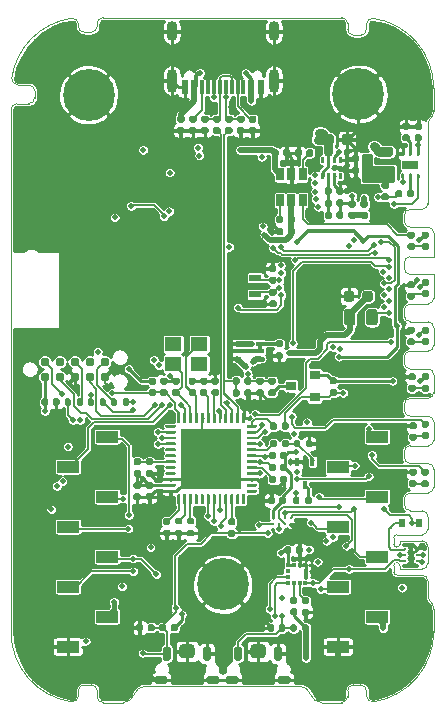
<source format=gtl>
G04 #@! TF.GenerationSoftware,KiCad,Pcbnew,(5.1.10)-1*
G04 #@! TF.CreationDate,2021-07-14T14:20:24+08:00*
G04 #@! TF.ProjectId,BeagleConnect Freedom,42656167-6c65-4436-9f6e-6e6563742046,B*
G04 #@! TF.SameCoordinates,Original*
G04 #@! TF.FileFunction,Copper,L1,Top*
G04 #@! TF.FilePolarity,Positive*
%FSLAX46Y46*%
G04 Gerber Fmt 4.6, Leading zero omitted, Abs format (unit mm)*
G04 Created by KiCad (PCBNEW (5.1.10)-1) date 2021-07-14 14:20:25*
%MOMM*%
%LPD*%
G01*
G04 APERTURE LIST*
G04 #@! TA.AperFunction,Profile*
%ADD10C,0.050000*%
G04 #@! TD*
G04 #@! TA.AperFunction,SMDPad,CuDef*
%ADD11R,5.150000X5.150000*%
G04 #@! TD*
G04 #@! TA.AperFunction,SMDPad,CuDef*
%ADD12C,0.304800*%
G04 #@! TD*
G04 #@! TA.AperFunction,SMDPad,CuDef*
%ADD13R,1.900000X1.000000*%
G04 #@! TD*
G04 #@! TA.AperFunction,SMDPad,CuDef*
%ADD14R,0.600000X0.700000*%
G04 #@! TD*
G04 #@! TA.AperFunction,SMDPad,CuDef*
%ADD15C,0.263000*%
G04 #@! TD*
G04 #@! TA.AperFunction,SMDPad,CuDef*
%ADD16R,0.600000X1.160000*%
G04 #@! TD*
G04 #@! TA.AperFunction,SMDPad,CuDef*
%ADD17R,0.300000X1.160000*%
G04 #@! TD*
G04 #@! TA.AperFunction,ComponentPad*
%ADD18O,0.900000X1.700000*%
G04 #@! TD*
G04 #@! TA.AperFunction,ComponentPad*
%ADD19O,0.900000X2.000000*%
G04 #@! TD*
G04 #@! TA.AperFunction,SMDPad,CuDef*
%ADD20C,0.787400*%
G04 #@! TD*
G04 #@! TA.AperFunction,ComponentPad*
%ADD21C,0.200000*%
G04 #@! TD*
G04 #@! TA.AperFunction,SMDPad,CuDef*
%ADD22R,1.350000X0.650000*%
G04 #@! TD*
G04 #@! TA.AperFunction,SMDPad,CuDef*
%ADD23R,0.375000X0.350000*%
G04 #@! TD*
G04 #@! TA.AperFunction,SMDPad,CuDef*
%ADD24R,0.350000X0.375000*%
G04 #@! TD*
G04 #@! TA.AperFunction,SMDPad,CuDef*
%ADD25R,0.900000X0.800000*%
G04 #@! TD*
G04 #@! TA.AperFunction,SMDPad,CuDef*
%ADD26R,1.100000X0.600000*%
G04 #@! TD*
G04 #@! TA.AperFunction,SMDPad,CuDef*
%ADD27R,0.650000X1.060000*%
G04 #@! TD*
G04 #@! TA.AperFunction,SMDPad,CuDef*
%ADD28R,1.400000X1.200000*%
G04 #@! TD*
G04 #@! TA.AperFunction,ComponentPad*
%ADD29C,0.700000*%
G04 #@! TD*
G04 #@! TA.AperFunction,ComponentPad*
%ADD30C,4.400000*%
G04 #@! TD*
G04 #@! TA.AperFunction,SMDPad,CuDef*
%ADD31R,0.450000X0.700000*%
G04 #@! TD*
G04 #@! TA.AperFunction,SMDPad,CuDef*
%ADD32R,0.650000X0.400000*%
G04 #@! TD*
G04 #@! TA.AperFunction,ViaPad*
%ADD33C,0.500000*%
G04 #@! TD*
G04 #@! TA.AperFunction,Conductor*
%ADD34C,0.250000*%
G04 #@! TD*
G04 #@! TA.AperFunction,Conductor*
%ADD35C,0.150000*%
G04 #@! TD*
G04 #@! TA.AperFunction,Conductor*
%ADD36C,0.500000*%
G04 #@! TD*
G04 #@! TA.AperFunction,Conductor*
%ADD37C,0.300000*%
G04 #@! TD*
G04 #@! TA.AperFunction,Conductor*
%ADD38C,0.127000*%
G04 #@! TD*
G04 #@! TA.AperFunction,Conductor*
%ADD39C,0.152400*%
G04 #@! TD*
G04 #@! TA.AperFunction,Conductor*
%ADD40C,0.400000*%
G04 #@! TD*
G04 #@! TA.AperFunction,Conductor*
%ADD41C,0.800000*%
G04 #@! TD*
G04 #@! TA.AperFunction,Conductor*
%ADD42C,0.254000*%
G04 #@! TD*
G04 #@! TA.AperFunction,Conductor*
%ADD43C,0.100000*%
G04 #@! TD*
G04 APERTURE END LIST*
D10*
X291863382Y-48158779D02*
X291863382Y-46158779D01*
X291863382Y-48158779D02*
G75*
G02*
X291363382Y-48658779I-500000J0D01*
G01*
X289863382Y-48658779D02*
X291363382Y-48658779D01*
X289363382Y-49158779D02*
G75*
G02*
X289863382Y-48658779I500000J0D01*
G01*
X289363382Y-49658779D02*
X289363382Y-49158779D01*
X289863382Y-50158779D02*
G75*
G02*
X289363382Y-49658779I0J500000D01*
G01*
X291363382Y-50158779D02*
X289863382Y-50158779D01*
X291363382Y-50158779D02*
G75*
G02*
X291863382Y-50658779I0J-500000D01*
G01*
X291863382Y-52158779D02*
X291863382Y-50658779D01*
X291863382Y-52158779D02*
G75*
G02*
X291363382Y-52658779I-500000J0D01*
G01*
X289863382Y-52658779D02*
X291363382Y-52658779D01*
X289363382Y-53158779D02*
G75*
G02*
X289863382Y-52658779I500000J0D01*
G01*
X289363382Y-53658779D02*
X289363382Y-53158779D01*
X289863382Y-54158779D02*
G75*
G02*
X289363382Y-53658779I0J500000D01*
G01*
X291363382Y-54158779D02*
X289863382Y-54158779D01*
X291363382Y-54158779D02*
G75*
G02*
X291863382Y-54658779I0J-500000D01*
G01*
X291863382Y-56158779D02*
X291863382Y-54658779D01*
X291863382Y-56158779D02*
G75*
G02*
X291363382Y-56658779I-500000J0D01*
G01*
X289863382Y-56658779D02*
X291363382Y-56658779D01*
X289363382Y-57158779D02*
G75*
G02*
X289863382Y-56658779I500000J0D01*
G01*
X289363382Y-57658779D02*
X289363382Y-57158779D01*
X289863382Y-58158779D02*
G75*
G02*
X289363382Y-57658779I0J500000D01*
G01*
X291363382Y-58158779D02*
X289863382Y-58158779D01*
X291363382Y-58158779D02*
G75*
G02*
X291863382Y-58658779I0J-500000D01*
G01*
X291863382Y-60158779D02*
X291863382Y-58658779D01*
X291863382Y-60158779D02*
G75*
G02*
X291363382Y-60658779I-500000J0D01*
G01*
X289863382Y-60658779D02*
X291363382Y-60658779D01*
X289363382Y-61158779D02*
G75*
G02*
X289863382Y-60658779I500000J0D01*
G01*
X289363382Y-61658779D02*
X289363382Y-61158779D01*
X289863382Y-62158779D02*
G75*
G02*
X289363382Y-61658779I0J500000D01*
G01*
X291363382Y-62158779D02*
X289863382Y-62158779D01*
X291363382Y-62158779D02*
G75*
G02*
X291863382Y-62658779I0J-500000D01*
G01*
X291863382Y-64158779D02*
X291863382Y-62658779D01*
X291863382Y-64158779D02*
G75*
G02*
X291363382Y-64658779I-500000J0D01*
G01*
X289863382Y-64658779D02*
X291363382Y-64658779D01*
X289363382Y-65158779D02*
G75*
G02*
X289863382Y-64658779I500000J0D01*
G01*
X289363382Y-65658779D02*
X289363382Y-65158779D01*
X289863382Y-66158779D02*
G75*
G02*
X289363382Y-65658779I0J500000D01*
G01*
X290863382Y-66158779D02*
X289863382Y-66158779D01*
X290863382Y-66158779D02*
G75*
G02*
X291363382Y-66658779I0J-500000D01*
G01*
X291363382Y-67708779D02*
X291363382Y-66658779D01*
X291363382Y-67708779D02*
G75*
G02*
X290863382Y-68208779I-500000J0D01*
G01*
X288713382Y-68208779D02*
X290863382Y-68208779D01*
X288463382Y-68458779D02*
G75*
G02*
X288713382Y-68208779I250000J0D01*
G01*
X288463382Y-69008779D02*
X288463382Y-68458779D01*
X288963382Y-69008779D02*
G75*
G02*
X288463382Y-69008779I-250000J0D01*
G01*
X288963382Y-68708779D02*
X288963382Y-69008779D01*
X290863382Y-68708779D02*
X288963382Y-68708779D01*
X290863382Y-68708779D02*
G75*
G02*
X291363382Y-69208779I0J-500000D01*
G01*
X291363382Y-70608779D02*
X291363382Y-69208779D01*
X291363382Y-70608779D02*
G75*
G02*
X290863382Y-71108779I-500000J0D01*
G01*
X288963382Y-71108779D02*
X290863382Y-71108779D01*
X288963382Y-70808779D02*
X288963382Y-71108779D01*
X288463382Y-70808779D02*
G75*
G02*
X288963382Y-70808779I250000J0D01*
G01*
X288463382Y-71358779D02*
X288463382Y-70808779D01*
X288713382Y-71608779D02*
G75*
G02*
X288463382Y-71358779I0J250000D01*
G01*
X290863382Y-71608779D02*
X288713382Y-71608779D01*
X290863382Y-71608779D02*
G75*
G02*
X291363382Y-72108779I0J-500000D01*
G01*
X291363382Y-73408779D02*
X291363382Y-72108779D01*
X291530049Y-73781457D02*
G75*
G02*
X291363382Y-73408779I333333J372678D01*
G01*
X291530049Y-73781457D02*
G75*
G02*
X291863382Y-74526813I-666667J-745356D01*
G01*
X291863382Y-76408779D02*
X291863382Y-74526813D01*
X291863381Y-76408779D02*
G75*
G02*
X286736109Y-82344968I-5999999J0D01*
G01*
X286736109Y-82344968D02*
G75*
G02*
X286163382Y-81850286I-72727J494682D01*
G01*
X286163382Y-81408779D02*
X286163382Y-81850286D01*
X285663382Y-80908779D02*
G75*
G02*
X286163382Y-81408779I0J-500000D01*
G01*
X285063382Y-80908779D02*
X285663382Y-80908779D01*
X284563382Y-81408779D02*
G75*
G02*
X285063382Y-80908779I500000J0D01*
G01*
X284563382Y-81908779D02*
X284563382Y-81408779D01*
X284563382Y-81908779D02*
G75*
G02*
X284063382Y-82408779I-500000J0D01*
G01*
X282371260Y-82408779D02*
X284063382Y-82408779D01*
X282371260Y-82408779D02*
G75*
G02*
X281417321Y-81708779I0J1000000D01*
G01*
X280463382Y-81008779D02*
G75*
G02*
X281417321Y-81708779I0J-1000000D01*
G01*
X267463382Y-81008779D02*
X280463382Y-81008779D01*
X266509443Y-81708779D02*
G75*
G02*
X267463382Y-81008779I953939J-300000D01*
G01*
X266509442Y-81708779D02*
G75*
G02*
X265555503Y-82408779I-953939J300000D01*
G01*
X263863382Y-82408779D02*
X265555503Y-82408779D01*
X263863382Y-82408779D02*
G75*
G02*
X263363382Y-81908779I0J500000D01*
G01*
X263363382Y-81408779D02*
X263363382Y-81908779D01*
X262863382Y-80908779D02*
G75*
G02*
X263363382Y-81408779I0J-500000D01*
G01*
X262263382Y-80908779D02*
X262863382Y-80908779D01*
X261763382Y-81408779D02*
G75*
G02*
X262263382Y-80908779I500000J0D01*
G01*
X261763382Y-81850286D02*
X261763382Y-81408779D01*
X261763382Y-81850287D02*
G75*
G02*
X261190654Y-82344968I-500000J1D01*
G01*
X261190655Y-82344969D02*
G75*
G02*
X256063382Y-76408779I872727J5936190D01*
G01*
X256063382Y-32208779D02*
X256063382Y-76408779D01*
X256063382Y-32208779D02*
G75*
G02*
X256563382Y-31708779I500000J0D01*
G01*
X257563382Y-31708779D02*
X256563382Y-31708779D01*
X258063382Y-31208779D02*
G75*
G02*
X257563382Y-31708779I-500000J0D01*
G01*
X258063382Y-30608779D02*
X258063382Y-31208779D01*
X257563382Y-30108779D02*
G75*
G02*
X258063382Y-30608779I0J-500000D01*
G01*
X256621874Y-30108779D02*
X257563382Y-30108779D01*
X256621874Y-30108778D02*
G75*
G02*
X256127192Y-29536052I0J499999D01*
G01*
X256127192Y-29536052D02*
G75*
G02*
X261190654Y-24472589I5936190J-872727D01*
G01*
X261190655Y-24472590D02*
G75*
G02*
X261763382Y-24967272I72727J-494682D01*
G01*
X261763382Y-25158779D02*
X261763382Y-24967272D01*
X262263382Y-25658779D02*
G75*
G02*
X261763382Y-25158779I0J500000D01*
G01*
X262863382Y-25658779D02*
X262263382Y-25658779D01*
X263363382Y-25158779D02*
G75*
G02*
X262863382Y-25658779I-500000J0D01*
G01*
X263363382Y-24908779D02*
X263363382Y-25158779D01*
X263363382Y-24908779D02*
G75*
G02*
X263863382Y-24408779I500000J0D01*
G01*
X284063382Y-24408779D02*
X263863382Y-24408779D01*
X284063382Y-24408779D02*
G75*
G02*
X284563382Y-24908779I0J-500000D01*
G01*
X284563382Y-25408779D02*
X284563382Y-24908779D01*
X285063382Y-25908779D02*
G75*
G02*
X284563382Y-25408779I0J500000D01*
G01*
X285663382Y-25908779D02*
X285063382Y-25908779D01*
X286163382Y-25408779D02*
G75*
G02*
X285663382Y-25908779I-500000J0D01*
G01*
X286163382Y-24967272D02*
X286163382Y-25408779D01*
X286163382Y-24967272D02*
G75*
G02*
X286736109Y-24472589I500000J0D01*
G01*
X286736109Y-24472589D02*
G75*
G02*
X291863382Y-30408779I-872727J-5936190D01*
G01*
X291863382Y-32290745D02*
X291863382Y-30408779D01*
X291863382Y-32290746D02*
G75*
G02*
X291530048Y-33036101I-1000000J1D01*
G01*
X291363382Y-33408779D02*
G75*
G02*
X291530048Y-33036101I500000J0D01*
G01*
X291363382Y-40158779D02*
X291363382Y-33408779D01*
X291363382Y-40158779D02*
G75*
G02*
X290863382Y-40658779I-500000J0D01*
G01*
X289863382Y-40658779D02*
X290863382Y-40658779D01*
X289363382Y-41158779D02*
G75*
G02*
X289863382Y-40658779I500000J0D01*
G01*
X289363382Y-41658779D02*
X289363382Y-41158779D01*
X289863382Y-42158779D02*
G75*
G02*
X289363382Y-41658779I0J500000D01*
G01*
X291363382Y-42158779D02*
X289863382Y-42158779D01*
X291363382Y-42158779D02*
G75*
G02*
X291863382Y-42658779I0J-500000D01*
G01*
X291863382Y-44658779D02*
X291863382Y-42658779D01*
X289863382Y-44658779D02*
X291863382Y-44658779D01*
X289363382Y-45158779D02*
G75*
G02*
X289863382Y-44658779I500000J0D01*
G01*
X289363382Y-45658779D02*
X289363382Y-45158779D01*
X289863382Y-46158779D02*
G75*
G02*
X289363382Y-45658779I0J500000D01*
G01*
X291863382Y-46158779D02*
X289863382Y-46158779D01*
X289363382Y-57658779D02*
X289363382Y-57158779D01*
X289863382Y-58158779D02*
G75*
G02*
X289363382Y-57658779I0J500000D01*
G01*
X291363382Y-58158779D02*
X289863382Y-58158779D01*
X291363382Y-58158779D02*
G75*
G02*
X291863382Y-58658779I0J-500000D01*
G01*
X291863382Y-60158779D02*
X291863382Y-58658779D01*
X291863382Y-60158779D02*
G75*
G02*
X291363382Y-60658779I-500000J0D01*
G01*
X289863382Y-60658779D02*
X291363382Y-60658779D01*
X289363382Y-61158779D02*
G75*
G02*
X289863382Y-60658779I500000J0D01*
G01*
X289363382Y-61658779D02*
X289363382Y-61158779D01*
X289863382Y-62158779D02*
G75*
G02*
X289363382Y-61658779I0J500000D01*
G01*
X291363382Y-62158779D02*
X289863382Y-62158779D01*
X291363382Y-62158779D02*
G75*
G02*
X291863382Y-62658779I0J-500000D01*
G01*
X291863382Y-64158779D02*
X291863382Y-62658779D01*
X291863382Y-64158779D02*
G75*
G02*
X291363382Y-64658779I-500000J0D01*
G01*
X289863382Y-64658779D02*
X291363382Y-64658779D01*
X289363382Y-65158779D02*
G75*
G02*
X289863382Y-64658779I500000J0D01*
G01*
X289363382Y-65658779D02*
X289363382Y-65158779D01*
X289863382Y-66158779D02*
G75*
G02*
X289363382Y-65658779I0J500000D01*
G01*
X290863382Y-66158779D02*
X289863382Y-66158779D01*
X290863382Y-66158779D02*
G75*
G02*
X291363382Y-66658779I0J-500000D01*
G01*
X291363382Y-67708779D02*
X291363382Y-66658779D01*
X291363382Y-67708779D02*
G75*
G02*
X290863382Y-68208779I-500000J0D01*
G01*
X288713382Y-68208779D02*
X290863382Y-68208779D01*
X288463382Y-68458779D02*
G75*
G02*
X288713382Y-68208779I250000J0D01*
G01*
X288463382Y-69008779D02*
X288463382Y-68458779D01*
X288963382Y-69008779D02*
G75*
G02*
X288463382Y-69008779I-250000J0D01*
G01*
X288963382Y-68708779D02*
X288963382Y-69008779D01*
X290863382Y-68708779D02*
X288963382Y-68708779D01*
X290863382Y-68708779D02*
G75*
G02*
X291363382Y-69208779I0J-500000D01*
G01*
X291363382Y-70608779D02*
X291363382Y-69208779D01*
X291363382Y-70608779D02*
G75*
G02*
X290863382Y-71108779I-500000J0D01*
G01*
X288963382Y-71108779D02*
X290863382Y-71108779D01*
X288963382Y-70808779D02*
X288963382Y-71108779D01*
X288463382Y-70808779D02*
G75*
G02*
X288963382Y-70808779I250000J0D01*
G01*
X288463382Y-71358779D02*
X288463382Y-70808779D01*
X288713382Y-71608779D02*
G75*
G02*
X288463382Y-71358779I0J250000D01*
G01*
X290863382Y-71608779D02*
X288713382Y-71608779D01*
X290863382Y-71608779D02*
G75*
G02*
X291363382Y-72108779I0J-500000D01*
G01*
X291363382Y-73408779D02*
X291363382Y-72108779D01*
X291530049Y-73781457D02*
G75*
G02*
X291363382Y-73408779I333333J372678D01*
G01*
X291530049Y-73781457D02*
G75*
G02*
X291863382Y-74526813I-666667J-745356D01*
G01*
X291863382Y-76408779D02*
X291863382Y-74526813D01*
X291863381Y-76408779D02*
G75*
G02*
X286736109Y-82344968I-5999999J0D01*
G01*
X286736109Y-82344968D02*
G75*
G02*
X286163382Y-81850286I-72727J494682D01*
G01*
X286163382Y-81408779D02*
X286163382Y-81850286D01*
X285663382Y-80908779D02*
G75*
G02*
X286163382Y-81408779I0J-500000D01*
G01*
X285063382Y-80908779D02*
X285663382Y-80908779D01*
X284563382Y-81408779D02*
G75*
G02*
X285063382Y-80908779I500000J0D01*
G01*
X284563382Y-81908779D02*
X284563382Y-81408779D01*
X284563382Y-81908779D02*
G75*
G02*
X284063382Y-82408779I-500000J0D01*
G01*
X282371260Y-82408779D02*
X284063382Y-82408779D01*
X282371260Y-82408779D02*
G75*
G02*
X281417321Y-81708779I0J1000000D01*
G01*
X280463382Y-81008779D02*
G75*
G02*
X281417321Y-81708779I0J-1000000D01*
G01*
X267463382Y-81008779D02*
X280463382Y-81008779D01*
X266509443Y-81708779D02*
G75*
G02*
X267463382Y-81008779I953939J-300000D01*
G01*
X266509442Y-81708779D02*
G75*
G02*
X265555503Y-82408779I-953939J300000D01*
G01*
X263863382Y-82408779D02*
X265555503Y-82408779D01*
X263863382Y-82408779D02*
G75*
G02*
X263363382Y-81908779I0J500000D01*
G01*
X263363382Y-81408779D02*
X263363382Y-81908779D01*
X262863382Y-80908779D02*
G75*
G02*
X263363382Y-81408779I0J-500000D01*
G01*
X262263382Y-80908779D02*
X262863382Y-80908779D01*
X261763382Y-81408779D02*
G75*
G02*
X262263382Y-80908779I500000J0D01*
G01*
X261763382Y-81850286D02*
X261763382Y-81408779D01*
X261763382Y-81850287D02*
G75*
G02*
X261190654Y-82344968I-500000J1D01*
G01*
X261190655Y-82344969D02*
G75*
G02*
X256063382Y-76408779I872727J5936190D01*
G01*
X256063382Y-32208779D02*
X256063382Y-76408779D01*
X256063382Y-32208779D02*
G75*
G02*
X256563382Y-31708779I500000J0D01*
G01*
X257563382Y-31708779D02*
X256563382Y-31708779D01*
X258063382Y-31208779D02*
G75*
G02*
X257563382Y-31708779I-500000J0D01*
G01*
X258063382Y-30608779D02*
X258063382Y-31208779D01*
X257563382Y-30108779D02*
G75*
G02*
X258063382Y-30608779I0J-500000D01*
G01*
X256621874Y-30108779D02*
X257563382Y-30108779D01*
X256621874Y-30108778D02*
G75*
G02*
X256127192Y-29536052I0J499999D01*
G01*
X256127192Y-29536052D02*
G75*
G02*
X261190654Y-24472589I5936190J-872727D01*
G01*
X261190655Y-24472590D02*
G75*
G02*
X261763382Y-24967272I72727J-494682D01*
G01*
X261763382Y-25158779D02*
X261763382Y-24967272D01*
X262263382Y-25658779D02*
G75*
G02*
X261763382Y-25158779I0J500000D01*
G01*
X262863382Y-25658779D02*
X262263382Y-25658779D01*
X263363382Y-25158779D02*
G75*
G02*
X262863382Y-25658779I-500000J0D01*
G01*
X263363382Y-24908779D02*
X263363382Y-25158779D01*
X263363382Y-24908779D02*
G75*
G02*
X263863382Y-24408779I500000J0D01*
G01*
X284063382Y-24408779D02*
X263863382Y-24408779D01*
X284063382Y-24408779D02*
G75*
G02*
X284563382Y-24908779I0J-500000D01*
G01*
X284563382Y-25408779D02*
X284563382Y-24908779D01*
X285063382Y-25908779D02*
G75*
G02*
X284563382Y-25408779I0J500000D01*
G01*
X285663382Y-25908779D02*
X285063382Y-25908779D01*
X286163382Y-25408779D02*
G75*
G02*
X285663382Y-25908779I-500000J0D01*
G01*
X286163382Y-24967272D02*
X286163382Y-25408779D01*
X286163382Y-24967272D02*
G75*
G02*
X286736109Y-24472589I500000J0D01*
G01*
X286736109Y-24472589D02*
G75*
G02*
X291863382Y-30408779I-872727J-5936190D01*
G01*
X291863382Y-32290745D02*
X291863382Y-30408779D01*
X291863382Y-32290746D02*
G75*
G02*
X291530048Y-33036101I-1000000J1D01*
G01*
X291363382Y-33408779D02*
G75*
G02*
X291530048Y-33036101I500000J0D01*
G01*
X291363382Y-40158779D02*
X291363382Y-33408779D01*
X291363382Y-40158779D02*
G75*
G02*
X290863382Y-40658779I-500000J0D01*
G01*
X289863382Y-40658779D02*
X290863382Y-40658779D01*
X289363382Y-41158779D02*
G75*
G02*
X289863382Y-40658779I500000J0D01*
G01*
X289363382Y-41658779D02*
X289363382Y-41158779D01*
X289863382Y-42158779D02*
G75*
G02*
X289363382Y-41658779I0J500000D01*
G01*
X291363382Y-42158779D02*
X289863382Y-42158779D01*
X291363382Y-42158779D02*
G75*
G02*
X291863382Y-42658779I0J-500000D01*
G01*
X291863382Y-44658779D02*
X291863382Y-42658779D01*
X289863382Y-44658779D02*
X291863382Y-44658779D01*
X289363382Y-45158779D02*
G75*
G02*
X289863382Y-44658779I500000J0D01*
G01*
X289363382Y-45658779D02*
X289363382Y-45158779D01*
X289863382Y-46158779D02*
G75*
G02*
X289363382Y-45658779I0J500000D01*
G01*
X291863382Y-46158779D02*
X289863382Y-46158779D01*
X291863382Y-48158779D02*
X291863382Y-46158779D01*
X291863382Y-48158779D02*
G75*
G02*
X291363382Y-48658779I-500000J0D01*
G01*
X289863382Y-48658779D02*
X291363382Y-48658779D01*
X289363382Y-49158779D02*
G75*
G02*
X289863382Y-48658779I500000J0D01*
G01*
X289363382Y-49658779D02*
X289363382Y-49158779D01*
X289863382Y-50158779D02*
G75*
G02*
X289363382Y-49658779I0J500000D01*
G01*
X291363382Y-50158779D02*
X289863382Y-50158779D01*
X291363382Y-50158779D02*
G75*
G02*
X291863382Y-50658779I0J-500000D01*
G01*
X291863382Y-52158779D02*
X291863382Y-50658779D01*
X291863382Y-52158779D02*
G75*
G02*
X291363382Y-52658779I-500000J0D01*
G01*
X289863382Y-52658779D02*
X291363382Y-52658779D01*
X289363382Y-53158779D02*
G75*
G02*
X289863382Y-52658779I500000J0D01*
G01*
X289363382Y-53658779D02*
X289363382Y-53158779D01*
X289863382Y-54158779D02*
G75*
G02*
X289363382Y-53658779I0J500000D01*
G01*
X291363382Y-54158779D02*
X289863382Y-54158779D01*
X291363382Y-54158779D02*
G75*
G02*
X291863382Y-54658779I0J-500000D01*
G01*
X291863382Y-56158779D02*
X291863382Y-54658779D01*
X291863382Y-56158779D02*
G75*
G02*
X291363382Y-56658779I-500000J0D01*
G01*
X289863382Y-56658779D02*
X291363382Y-56658779D01*
X289363382Y-57158779D02*
G75*
G02*
X289863382Y-56658779I500000J0D01*
G01*
X286463382Y-30908779D02*
G75*
G03*
X286463382Y-30908779I-1100000J0D01*
G01*
X263663382Y-30908779D02*
G75*
G03*
X263663382Y-30908779I-1100000J0D01*
G01*
X286463382Y-30908779D02*
G75*
G03*
X286463382Y-30908779I-1100000J0D01*
G01*
X263663382Y-30908779D02*
G75*
G03*
X263663382Y-30908779I-1100000J0D01*
G01*
D11*
X273010000Y-61760000D03*
G04 #@! TA.AperFunction,SMDPad,CuDef*
G36*
G01*
X270135000Y-58697500D02*
X270135000Y-57947500D01*
G75*
G02*
X270197500Y-57885000I62500J0D01*
G01*
X270322500Y-57885000D01*
G75*
G02*
X270385000Y-57947500I0J-62500D01*
G01*
X270385000Y-58697500D01*
G75*
G02*
X270322500Y-58760000I-62500J0D01*
G01*
X270197500Y-58760000D01*
G75*
G02*
X270135000Y-58697500I0J62500D01*
G01*
G37*
G04 #@! TD.AperFunction*
G04 #@! TA.AperFunction,SMDPad,CuDef*
G36*
G01*
X270635000Y-58697500D02*
X270635000Y-57947500D01*
G75*
G02*
X270697500Y-57885000I62500J0D01*
G01*
X270822500Y-57885000D01*
G75*
G02*
X270885000Y-57947500I0J-62500D01*
G01*
X270885000Y-58697500D01*
G75*
G02*
X270822500Y-58760000I-62500J0D01*
G01*
X270697500Y-58760000D01*
G75*
G02*
X270635000Y-58697500I0J62500D01*
G01*
G37*
G04 #@! TD.AperFunction*
G04 #@! TA.AperFunction,SMDPad,CuDef*
G36*
G01*
X271135000Y-58697500D02*
X271135000Y-57947500D01*
G75*
G02*
X271197500Y-57885000I62500J0D01*
G01*
X271322500Y-57885000D01*
G75*
G02*
X271385000Y-57947500I0J-62500D01*
G01*
X271385000Y-58697500D01*
G75*
G02*
X271322500Y-58760000I-62500J0D01*
G01*
X271197500Y-58760000D01*
G75*
G02*
X271135000Y-58697500I0J62500D01*
G01*
G37*
G04 #@! TD.AperFunction*
G04 #@! TA.AperFunction,SMDPad,CuDef*
G36*
G01*
X271635000Y-58697500D02*
X271635000Y-57947500D01*
G75*
G02*
X271697500Y-57885000I62500J0D01*
G01*
X271822500Y-57885000D01*
G75*
G02*
X271885000Y-57947500I0J-62500D01*
G01*
X271885000Y-58697500D01*
G75*
G02*
X271822500Y-58760000I-62500J0D01*
G01*
X271697500Y-58760000D01*
G75*
G02*
X271635000Y-58697500I0J62500D01*
G01*
G37*
G04 #@! TD.AperFunction*
G04 #@! TA.AperFunction,SMDPad,CuDef*
G36*
G01*
X272135000Y-58697500D02*
X272135000Y-57947500D01*
G75*
G02*
X272197500Y-57885000I62500J0D01*
G01*
X272322500Y-57885000D01*
G75*
G02*
X272385000Y-57947500I0J-62500D01*
G01*
X272385000Y-58697500D01*
G75*
G02*
X272322500Y-58760000I-62500J0D01*
G01*
X272197500Y-58760000D01*
G75*
G02*
X272135000Y-58697500I0J62500D01*
G01*
G37*
G04 #@! TD.AperFunction*
G04 #@! TA.AperFunction,SMDPad,CuDef*
G36*
G01*
X272635000Y-58697500D02*
X272635000Y-57947500D01*
G75*
G02*
X272697500Y-57885000I62500J0D01*
G01*
X272822500Y-57885000D01*
G75*
G02*
X272885000Y-57947500I0J-62500D01*
G01*
X272885000Y-58697500D01*
G75*
G02*
X272822500Y-58760000I-62500J0D01*
G01*
X272697500Y-58760000D01*
G75*
G02*
X272635000Y-58697500I0J62500D01*
G01*
G37*
G04 #@! TD.AperFunction*
G04 #@! TA.AperFunction,SMDPad,CuDef*
G36*
G01*
X273135000Y-58697500D02*
X273135000Y-57947500D01*
G75*
G02*
X273197500Y-57885000I62500J0D01*
G01*
X273322500Y-57885000D01*
G75*
G02*
X273385000Y-57947500I0J-62500D01*
G01*
X273385000Y-58697500D01*
G75*
G02*
X273322500Y-58760000I-62500J0D01*
G01*
X273197500Y-58760000D01*
G75*
G02*
X273135000Y-58697500I0J62500D01*
G01*
G37*
G04 #@! TD.AperFunction*
G04 #@! TA.AperFunction,SMDPad,CuDef*
G36*
G01*
X273635000Y-58697500D02*
X273635000Y-57947500D01*
G75*
G02*
X273697500Y-57885000I62500J0D01*
G01*
X273822500Y-57885000D01*
G75*
G02*
X273885000Y-57947500I0J-62500D01*
G01*
X273885000Y-58697500D01*
G75*
G02*
X273822500Y-58760000I-62500J0D01*
G01*
X273697500Y-58760000D01*
G75*
G02*
X273635000Y-58697500I0J62500D01*
G01*
G37*
G04 #@! TD.AperFunction*
G04 #@! TA.AperFunction,SMDPad,CuDef*
G36*
G01*
X274135000Y-58697500D02*
X274135000Y-57947500D01*
G75*
G02*
X274197500Y-57885000I62500J0D01*
G01*
X274322500Y-57885000D01*
G75*
G02*
X274385000Y-57947500I0J-62500D01*
G01*
X274385000Y-58697500D01*
G75*
G02*
X274322500Y-58760000I-62500J0D01*
G01*
X274197500Y-58760000D01*
G75*
G02*
X274135000Y-58697500I0J62500D01*
G01*
G37*
G04 #@! TD.AperFunction*
G04 #@! TA.AperFunction,SMDPad,CuDef*
G36*
G01*
X274635000Y-58697500D02*
X274635000Y-57947500D01*
G75*
G02*
X274697500Y-57885000I62500J0D01*
G01*
X274822500Y-57885000D01*
G75*
G02*
X274885000Y-57947500I0J-62500D01*
G01*
X274885000Y-58697500D01*
G75*
G02*
X274822500Y-58760000I-62500J0D01*
G01*
X274697500Y-58760000D01*
G75*
G02*
X274635000Y-58697500I0J62500D01*
G01*
G37*
G04 #@! TD.AperFunction*
G04 #@! TA.AperFunction,SMDPad,CuDef*
G36*
G01*
X275135000Y-58697500D02*
X275135000Y-57947500D01*
G75*
G02*
X275197500Y-57885000I62500J0D01*
G01*
X275322500Y-57885000D01*
G75*
G02*
X275385000Y-57947500I0J-62500D01*
G01*
X275385000Y-58697500D01*
G75*
G02*
X275322500Y-58760000I-62500J0D01*
G01*
X275197500Y-58760000D01*
G75*
G02*
X275135000Y-58697500I0J62500D01*
G01*
G37*
G04 #@! TD.AperFunction*
G04 #@! TA.AperFunction,SMDPad,CuDef*
G36*
G01*
X275635000Y-58697500D02*
X275635000Y-57947500D01*
G75*
G02*
X275697500Y-57885000I62500J0D01*
G01*
X275822500Y-57885000D01*
G75*
G02*
X275885000Y-57947500I0J-62500D01*
G01*
X275885000Y-58697500D01*
G75*
G02*
X275822500Y-58760000I-62500J0D01*
G01*
X275697500Y-58760000D01*
G75*
G02*
X275635000Y-58697500I0J62500D01*
G01*
G37*
G04 #@! TD.AperFunction*
G04 #@! TA.AperFunction,SMDPad,CuDef*
G36*
G01*
X276010000Y-59072500D02*
X276010000Y-58947500D01*
G75*
G02*
X276072500Y-58885000I62500J0D01*
G01*
X276822500Y-58885000D01*
G75*
G02*
X276885000Y-58947500I0J-62500D01*
G01*
X276885000Y-59072500D01*
G75*
G02*
X276822500Y-59135000I-62500J0D01*
G01*
X276072500Y-59135000D01*
G75*
G02*
X276010000Y-59072500I0J62500D01*
G01*
G37*
G04 #@! TD.AperFunction*
G04 #@! TA.AperFunction,SMDPad,CuDef*
G36*
G01*
X276010000Y-59572500D02*
X276010000Y-59447500D01*
G75*
G02*
X276072500Y-59385000I62500J0D01*
G01*
X276822500Y-59385000D01*
G75*
G02*
X276885000Y-59447500I0J-62500D01*
G01*
X276885000Y-59572500D01*
G75*
G02*
X276822500Y-59635000I-62500J0D01*
G01*
X276072500Y-59635000D01*
G75*
G02*
X276010000Y-59572500I0J62500D01*
G01*
G37*
G04 #@! TD.AperFunction*
G04 #@! TA.AperFunction,SMDPad,CuDef*
G36*
G01*
X276010000Y-60072500D02*
X276010000Y-59947500D01*
G75*
G02*
X276072500Y-59885000I62500J0D01*
G01*
X276822500Y-59885000D01*
G75*
G02*
X276885000Y-59947500I0J-62500D01*
G01*
X276885000Y-60072500D01*
G75*
G02*
X276822500Y-60135000I-62500J0D01*
G01*
X276072500Y-60135000D01*
G75*
G02*
X276010000Y-60072500I0J62500D01*
G01*
G37*
G04 #@! TD.AperFunction*
G04 #@! TA.AperFunction,SMDPad,CuDef*
G36*
G01*
X276010000Y-60572500D02*
X276010000Y-60447500D01*
G75*
G02*
X276072500Y-60385000I62500J0D01*
G01*
X276822500Y-60385000D01*
G75*
G02*
X276885000Y-60447500I0J-62500D01*
G01*
X276885000Y-60572500D01*
G75*
G02*
X276822500Y-60635000I-62500J0D01*
G01*
X276072500Y-60635000D01*
G75*
G02*
X276010000Y-60572500I0J62500D01*
G01*
G37*
G04 #@! TD.AperFunction*
G04 #@! TA.AperFunction,SMDPad,CuDef*
G36*
G01*
X276010000Y-61072500D02*
X276010000Y-60947500D01*
G75*
G02*
X276072500Y-60885000I62500J0D01*
G01*
X276822500Y-60885000D01*
G75*
G02*
X276885000Y-60947500I0J-62500D01*
G01*
X276885000Y-61072500D01*
G75*
G02*
X276822500Y-61135000I-62500J0D01*
G01*
X276072500Y-61135000D01*
G75*
G02*
X276010000Y-61072500I0J62500D01*
G01*
G37*
G04 #@! TD.AperFunction*
G04 #@! TA.AperFunction,SMDPad,CuDef*
G36*
G01*
X276010000Y-61572500D02*
X276010000Y-61447500D01*
G75*
G02*
X276072500Y-61385000I62500J0D01*
G01*
X276822500Y-61385000D01*
G75*
G02*
X276885000Y-61447500I0J-62500D01*
G01*
X276885000Y-61572500D01*
G75*
G02*
X276822500Y-61635000I-62500J0D01*
G01*
X276072500Y-61635000D01*
G75*
G02*
X276010000Y-61572500I0J62500D01*
G01*
G37*
G04 #@! TD.AperFunction*
G04 #@! TA.AperFunction,SMDPad,CuDef*
G36*
G01*
X276010000Y-62072500D02*
X276010000Y-61947500D01*
G75*
G02*
X276072500Y-61885000I62500J0D01*
G01*
X276822500Y-61885000D01*
G75*
G02*
X276885000Y-61947500I0J-62500D01*
G01*
X276885000Y-62072500D01*
G75*
G02*
X276822500Y-62135000I-62500J0D01*
G01*
X276072500Y-62135000D01*
G75*
G02*
X276010000Y-62072500I0J62500D01*
G01*
G37*
G04 #@! TD.AperFunction*
G04 #@! TA.AperFunction,SMDPad,CuDef*
G36*
G01*
X276010000Y-62572500D02*
X276010000Y-62447500D01*
G75*
G02*
X276072500Y-62385000I62500J0D01*
G01*
X276822500Y-62385000D01*
G75*
G02*
X276885000Y-62447500I0J-62500D01*
G01*
X276885000Y-62572500D01*
G75*
G02*
X276822500Y-62635000I-62500J0D01*
G01*
X276072500Y-62635000D01*
G75*
G02*
X276010000Y-62572500I0J62500D01*
G01*
G37*
G04 #@! TD.AperFunction*
G04 #@! TA.AperFunction,SMDPad,CuDef*
G36*
G01*
X276010000Y-63072500D02*
X276010000Y-62947500D01*
G75*
G02*
X276072500Y-62885000I62500J0D01*
G01*
X276822500Y-62885000D01*
G75*
G02*
X276885000Y-62947500I0J-62500D01*
G01*
X276885000Y-63072500D01*
G75*
G02*
X276822500Y-63135000I-62500J0D01*
G01*
X276072500Y-63135000D01*
G75*
G02*
X276010000Y-63072500I0J62500D01*
G01*
G37*
G04 #@! TD.AperFunction*
G04 #@! TA.AperFunction,SMDPad,CuDef*
G36*
G01*
X276010000Y-63572500D02*
X276010000Y-63447500D01*
G75*
G02*
X276072500Y-63385000I62500J0D01*
G01*
X276822500Y-63385000D01*
G75*
G02*
X276885000Y-63447500I0J-62500D01*
G01*
X276885000Y-63572500D01*
G75*
G02*
X276822500Y-63635000I-62500J0D01*
G01*
X276072500Y-63635000D01*
G75*
G02*
X276010000Y-63572500I0J62500D01*
G01*
G37*
G04 #@! TD.AperFunction*
G04 #@! TA.AperFunction,SMDPad,CuDef*
G36*
G01*
X276010000Y-64072500D02*
X276010000Y-63947500D01*
G75*
G02*
X276072500Y-63885000I62500J0D01*
G01*
X276822500Y-63885000D01*
G75*
G02*
X276885000Y-63947500I0J-62500D01*
G01*
X276885000Y-64072500D01*
G75*
G02*
X276822500Y-64135000I-62500J0D01*
G01*
X276072500Y-64135000D01*
G75*
G02*
X276010000Y-64072500I0J62500D01*
G01*
G37*
G04 #@! TD.AperFunction*
G04 #@! TA.AperFunction,SMDPad,CuDef*
G36*
G01*
X276010000Y-64572500D02*
X276010000Y-64447500D01*
G75*
G02*
X276072500Y-64385000I62500J0D01*
G01*
X276822500Y-64385000D01*
G75*
G02*
X276885000Y-64447500I0J-62500D01*
G01*
X276885000Y-64572500D01*
G75*
G02*
X276822500Y-64635000I-62500J0D01*
G01*
X276072500Y-64635000D01*
G75*
G02*
X276010000Y-64572500I0J62500D01*
G01*
G37*
G04 #@! TD.AperFunction*
G04 #@! TA.AperFunction,SMDPad,CuDef*
G36*
G01*
X275635000Y-65572500D02*
X275635000Y-64822500D01*
G75*
G02*
X275697500Y-64760000I62500J0D01*
G01*
X275822500Y-64760000D01*
G75*
G02*
X275885000Y-64822500I0J-62500D01*
G01*
X275885000Y-65572500D01*
G75*
G02*
X275822500Y-65635000I-62500J0D01*
G01*
X275697500Y-65635000D01*
G75*
G02*
X275635000Y-65572500I0J62500D01*
G01*
G37*
G04 #@! TD.AperFunction*
G04 #@! TA.AperFunction,SMDPad,CuDef*
G36*
G01*
X275135000Y-65572500D02*
X275135000Y-64822500D01*
G75*
G02*
X275197500Y-64760000I62500J0D01*
G01*
X275322500Y-64760000D01*
G75*
G02*
X275385000Y-64822500I0J-62500D01*
G01*
X275385000Y-65572500D01*
G75*
G02*
X275322500Y-65635000I-62500J0D01*
G01*
X275197500Y-65635000D01*
G75*
G02*
X275135000Y-65572500I0J62500D01*
G01*
G37*
G04 #@! TD.AperFunction*
G04 #@! TA.AperFunction,SMDPad,CuDef*
G36*
G01*
X274635000Y-65572500D02*
X274635000Y-64822500D01*
G75*
G02*
X274697500Y-64760000I62500J0D01*
G01*
X274822500Y-64760000D01*
G75*
G02*
X274885000Y-64822500I0J-62500D01*
G01*
X274885000Y-65572500D01*
G75*
G02*
X274822500Y-65635000I-62500J0D01*
G01*
X274697500Y-65635000D01*
G75*
G02*
X274635000Y-65572500I0J62500D01*
G01*
G37*
G04 #@! TD.AperFunction*
G04 #@! TA.AperFunction,SMDPad,CuDef*
G36*
G01*
X274135000Y-65572500D02*
X274135000Y-64822500D01*
G75*
G02*
X274197500Y-64760000I62500J0D01*
G01*
X274322500Y-64760000D01*
G75*
G02*
X274385000Y-64822500I0J-62500D01*
G01*
X274385000Y-65572500D01*
G75*
G02*
X274322500Y-65635000I-62500J0D01*
G01*
X274197500Y-65635000D01*
G75*
G02*
X274135000Y-65572500I0J62500D01*
G01*
G37*
G04 #@! TD.AperFunction*
G04 #@! TA.AperFunction,SMDPad,CuDef*
G36*
G01*
X273635000Y-65572500D02*
X273635000Y-64822500D01*
G75*
G02*
X273697500Y-64760000I62500J0D01*
G01*
X273822500Y-64760000D01*
G75*
G02*
X273885000Y-64822500I0J-62500D01*
G01*
X273885000Y-65572500D01*
G75*
G02*
X273822500Y-65635000I-62500J0D01*
G01*
X273697500Y-65635000D01*
G75*
G02*
X273635000Y-65572500I0J62500D01*
G01*
G37*
G04 #@! TD.AperFunction*
G04 #@! TA.AperFunction,SMDPad,CuDef*
G36*
G01*
X273135000Y-65572500D02*
X273135000Y-64822500D01*
G75*
G02*
X273197500Y-64760000I62500J0D01*
G01*
X273322500Y-64760000D01*
G75*
G02*
X273385000Y-64822500I0J-62500D01*
G01*
X273385000Y-65572500D01*
G75*
G02*
X273322500Y-65635000I-62500J0D01*
G01*
X273197500Y-65635000D01*
G75*
G02*
X273135000Y-65572500I0J62500D01*
G01*
G37*
G04 #@! TD.AperFunction*
G04 #@! TA.AperFunction,SMDPad,CuDef*
G36*
G01*
X272635000Y-65572500D02*
X272635000Y-64822500D01*
G75*
G02*
X272697500Y-64760000I62500J0D01*
G01*
X272822500Y-64760000D01*
G75*
G02*
X272885000Y-64822500I0J-62500D01*
G01*
X272885000Y-65572500D01*
G75*
G02*
X272822500Y-65635000I-62500J0D01*
G01*
X272697500Y-65635000D01*
G75*
G02*
X272635000Y-65572500I0J62500D01*
G01*
G37*
G04 #@! TD.AperFunction*
G04 #@! TA.AperFunction,SMDPad,CuDef*
G36*
G01*
X272135000Y-65572500D02*
X272135000Y-64822500D01*
G75*
G02*
X272197500Y-64760000I62500J0D01*
G01*
X272322500Y-64760000D01*
G75*
G02*
X272385000Y-64822500I0J-62500D01*
G01*
X272385000Y-65572500D01*
G75*
G02*
X272322500Y-65635000I-62500J0D01*
G01*
X272197500Y-65635000D01*
G75*
G02*
X272135000Y-65572500I0J62500D01*
G01*
G37*
G04 #@! TD.AperFunction*
G04 #@! TA.AperFunction,SMDPad,CuDef*
G36*
G01*
X271635000Y-65572500D02*
X271635000Y-64822500D01*
G75*
G02*
X271697500Y-64760000I62500J0D01*
G01*
X271822500Y-64760000D01*
G75*
G02*
X271885000Y-64822500I0J-62500D01*
G01*
X271885000Y-65572500D01*
G75*
G02*
X271822500Y-65635000I-62500J0D01*
G01*
X271697500Y-65635000D01*
G75*
G02*
X271635000Y-65572500I0J62500D01*
G01*
G37*
G04 #@! TD.AperFunction*
G04 #@! TA.AperFunction,SMDPad,CuDef*
G36*
G01*
X271135000Y-65572500D02*
X271135000Y-64822500D01*
G75*
G02*
X271197500Y-64760000I62500J0D01*
G01*
X271322500Y-64760000D01*
G75*
G02*
X271385000Y-64822500I0J-62500D01*
G01*
X271385000Y-65572500D01*
G75*
G02*
X271322500Y-65635000I-62500J0D01*
G01*
X271197500Y-65635000D01*
G75*
G02*
X271135000Y-65572500I0J62500D01*
G01*
G37*
G04 #@! TD.AperFunction*
G04 #@! TA.AperFunction,SMDPad,CuDef*
G36*
G01*
X270635000Y-65572500D02*
X270635000Y-64822500D01*
G75*
G02*
X270697500Y-64760000I62500J0D01*
G01*
X270822500Y-64760000D01*
G75*
G02*
X270885000Y-64822500I0J-62500D01*
G01*
X270885000Y-65572500D01*
G75*
G02*
X270822500Y-65635000I-62500J0D01*
G01*
X270697500Y-65635000D01*
G75*
G02*
X270635000Y-65572500I0J62500D01*
G01*
G37*
G04 #@! TD.AperFunction*
G04 #@! TA.AperFunction,SMDPad,CuDef*
G36*
G01*
X270135000Y-65572500D02*
X270135000Y-64822500D01*
G75*
G02*
X270197500Y-64760000I62500J0D01*
G01*
X270322500Y-64760000D01*
G75*
G02*
X270385000Y-64822500I0J-62500D01*
G01*
X270385000Y-65572500D01*
G75*
G02*
X270322500Y-65635000I-62500J0D01*
G01*
X270197500Y-65635000D01*
G75*
G02*
X270135000Y-65572500I0J62500D01*
G01*
G37*
G04 #@! TD.AperFunction*
G04 #@! TA.AperFunction,SMDPad,CuDef*
G36*
G01*
X269135000Y-64572500D02*
X269135000Y-64447500D01*
G75*
G02*
X269197500Y-64385000I62500J0D01*
G01*
X269947500Y-64385000D01*
G75*
G02*
X270010000Y-64447500I0J-62500D01*
G01*
X270010000Y-64572500D01*
G75*
G02*
X269947500Y-64635000I-62500J0D01*
G01*
X269197500Y-64635000D01*
G75*
G02*
X269135000Y-64572500I0J62500D01*
G01*
G37*
G04 #@! TD.AperFunction*
G04 #@! TA.AperFunction,SMDPad,CuDef*
G36*
G01*
X269135000Y-64072500D02*
X269135000Y-63947500D01*
G75*
G02*
X269197500Y-63885000I62500J0D01*
G01*
X269947500Y-63885000D01*
G75*
G02*
X270010000Y-63947500I0J-62500D01*
G01*
X270010000Y-64072500D01*
G75*
G02*
X269947500Y-64135000I-62500J0D01*
G01*
X269197500Y-64135000D01*
G75*
G02*
X269135000Y-64072500I0J62500D01*
G01*
G37*
G04 #@! TD.AperFunction*
G04 #@! TA.AperFunction,SMDPad,CuDef*
G36*
G01*
X269135000Y-63572500D02*
X269135000Y-63447500D01*
G75*
G02*
X269197500Y-63385000I62500J0D01*
G01*
X269947500Y-63385000D01*
G75*
G02*
X270010000Y-63447500I0J-62500D01*
G01*
X270010000Y-63572500D01*
G75*
G02*
X269947500Y-63635000I-62500J0D01*
G01*
X269197500Y-63635000D01*
G75*
G02*
X269135000Y-63572500I0J62500D01*
G01*
G37*
G04 #@! TD.AperFunction*
G04 #@! TA.AperFunction,SMDPad,CuDef*
G36*
G01*
X269135000Y-63072500D02*
X269135000Y-62947500D01*
G75*
G02*
X269197500Y-62885000I62500J0D01*
G01*
X269947500Y-62885000D01*
G75*
G02*
X270010000Y-62947500I0J-62500D01*
G01*
X270010000Y-63072500D01*
G75*
G02*
X269947500Y-63135000I-62500J0D01*
G01*
X269197500Y-63135000D01*
G75*
G02*
X269135000Y-63072500I0J62500D01*
G01*
G37*
G04 #@! TD.AperFunction*
G04 #@! TA.AperFunction,SMDPad,CuDef*
G36*
G01*
X269135000Y-62572500D02*
X269135000Y-62447500D01*
G75*
G02*
X269197500Y-62385000I62500J0D01*
G01*
X269947500Y-62385000D01*
G75*
G02*
X270010000Y-62447500I0J-62500D01*
G01*
X270010000Y-62572500D01*
G75*
G02*
X269947500Y-62635000I-62500J0D01*
G01*
X269197500Y-62635000D01*
G75*
G02*
X269135000Y-62572500I0J62500D01*
G01*
G37*
G04 #@! TD.AperFunction*
G04 #@! TA.AperFunction,SMDPad,CuDef*
G36*
G01*
X269135000Y-62072500D02*
X269135000Y-61947500D01*
G75*
G02*
X269197500Y-61885000I62500J0D01*
G01*
X269947500Y-61885000D01*
G75*
G02*
X270010000Y-61947500I0J-62500D01*
G01*
X270010000Y-62072500D01*
G75*
G02*
X269947500Y-62135000I-62500J0D01*
G01*
X269197500Y-62135000D01*
G75*
G02*
X269135000Y-62072500I0J62500D01*
G01*
G37*
G04 #@! TD.AperFunction*
G04 #@! TA.AperFunction,SMDPad,CuDef*
G36*
G01*
X269135000Y-61572500D02*
X269135000Y-61447500D01*
G75*
G02*
X269197500Y-61385000I62500J0D01*
G01*
X269947500Y-61385000D01*
G75*
G02*
X270010000Y-61447500I0J-62500D01*
G01*
X270010000Y-61572500D01*
G75*
G02*
X269947500Y-61635000I-62500J0D01*
G01*
X269197500Y-61635000D01*
G75*
G02*
X269135000Y-61572500I0J62500D01*
G01*
G37*
G04 #@! TD.AperFunction*
G04 #@! TA.AperFunction,SMDPad,CuDef*
G36*
G01*
X269135000Y-61072500D02*
X269135000Y-60947500D01*
G75*
G02*
X269197500Y-60885000I62500J0D01*
G01*
X269947500Y-60885000D01*
G75*
G02*
X270010000Y-60947500I0J-62500D01*
G01*
X270010000Y-61072500D01*
G75*
G02*
X269947500Y-61135000I-62500J0D01*
G01*
X269197500Y-61135000D01*
G75*
G02*
X269135000Y-61072500I0J62500D01*
G01*
G37*
G04 #@! TD.AperFunction*
G04 #@! TA.AperFunction,SMDPad,CuDef*
G36*
G01*
X269135000Y-60572500D02*
X269135000Y-60447500D01*
G75*
G02*
X269197500Y-60385000I62500J0D01*
G01*
X269947500Y-60385000D01*
G75*
G02*
X270010000Y-60447500I0J-62500D01*
G01*
X270010000Y-60572500D01*
G75*
G02*
X269947500Y-60635000I-62500J0D01*
G01*
X269197500Y-60635000D01*
G75*
G02*
X269135000Y-60572500I0J62500D01*
G01*
G37*
G04 #@! TD.AperFunction*
G04 #@! TA.AperFunction,SMDPad,CuDef*
G36*
G01*
X269135000Y-60072500D02*
X269135000Y-59947500D01*
G75*
G02*
X269197500Y-59885000I62500J0D01*
G01*
X269947500Y-59885000D01*
G75*
G02*
X270010000Y-59947500I0J-62500D01*
G01*
X270010000Y-60072500D01*
G75*
G02*
X269947500Y-60135000I-62500J0D01*
G01*
X269197500Y-60135000D01*
G75*
G02*
X269135000Y-60072500I0J62500D01*
G01*
G37*
G04 #@! TD.AperFunction*
G04 #@! TA.AperFunction,SMDPad,CuDef*
G36*
G01*
X269135000Y-59572500D02*
X269135000Y-59447500D01*
G75*
G02*
X269197500Y-59385000I62500J0D01*
G01*
X269947500Y-59385000D01*
G75*
G02*
X270010000Y-59447500I0J-62500D01*
G01*
X270010000Y-59572500D01*
G75*
G02*
X269947500Y-59635000I-62500J0D01*
G01*
X269197500Y-59635000D01*
G75*
G02*
X269135000Y-59572500I0J62500D01*
G01*
G37*
G04 #@! TD.AperFunction*
G04 #@! TA.AperFunction,SMDPad,CuDef*
G36*
G01*
X269135000Y-59072500D02*
X269135000Y-58947500D01*
G75*
G02*
X269197500Y-58885000I62500J0D01*
G01*
X269947500Y-58885000D01*
G75*
G02*
X270010000Y-58947500I0J-62500D01*
G01*
X270010000Y-59072500D01*
G75*
G02*
X269947500Y-59135000I-62500J0D01*
G01*
X269197500Y-59135000D01*
G75*
G02*
X269135000Y-59072500I0J62500D01*
G01*
G37*
G04 #@! TD.AperFunction*
D12*
X279740000Y-66810000D03*
X279740000Y-67310000D03*
X279240000Y-66810000D03*
X279240000Y-67310000D03*
X278740000Y-66810000D03*
X278740000Y-67310000D03*
X278240000Y-66810000D03*
X278240000Y-67310000D03*
D13*
X264180000Y-70050000D03*
X264180000Y-64970000D03*
X264180000Y-75130000D03*
X260880000Y-67510000D03*
X264180000Y-59890000D03*
X260880000Y-62430000D03*
X260880000Y-72590000D03*
X260880000Y-77670000D03*
X283740000Y-62430000D03*
X283740000Y-67510000D03*
X283740000Y-72590000D03*
X283740000Y-77670000D03*
X287040000Y-59890000D03*
X287040000Y-64970000D03*
X287040000Y-70050000D03*
X287040000Y-75130000D03*
D14*
X289200000Y-67200000D03*
X290600000Y-67200000D03*
G04 #@! TA.AperFunction,SMDPad,CuDef*
G36*
G01*
X268837500Y-55860000D02*
X269182500Y-55860000D01*
G75*
G02*
X269330000Y-56007500I0J-147500D01*
G01*
X269330000Y-56302500D01*
G75*
G02*
X269182500Y-56450000I-147500J0D01*
G01*
X268837500Y-56450000D01*
G75*
G02*
X268690000Y-56302500I0J147500D01*
G01*
X268690000Y-56007500D01*
G75*
G02*
X268837500Y-55860000I147500J0D01*
G01*
G37*
G04 #@! TD.AperFunction*
G04 #@! TA.AperFunction,SMDPad,CuDef*
G36*
G01*
X268837500Y-54890000D02*
X269182500Y-54890000D01*
G75*
G02*
X269330000Y-55037500I0J-147500D01*
G01*
X269330000Y-55332500D01*
G75*
G02*
X269182500Y-55480000I-147500J0D01*
G01*
X268837500Y-55480000D01*
G75*
G02*
X268690000Y-55332500I0J147500D01*
G01*
X268690000Y-55037500D01*
G75*
G02*
X268837500Y-54890000I147500J0D01*
G01*
G37*
G04 #@! TD.AperFunction*
G04 #@! TA.AperFunction,SMDPad,CuDef*
G36*
G01*
X270176000Y-75895500D02*
X270176000Y-76240500D01*
G75*
G02*
X270028500Y-76388000I-147500J0D01*
G01*
X269733500Y-76388000D01*
G75*
G02*
X269586000Y-76240500I0J147500D01*
G01*
X269586000Y-75895500D01*
G75*
G02*
X269733500Y-75748000I147500J0D01*
G01*
X270028500Y-75748000D01*
G75*
G02*
X270176000Y-75895500I0J-147500D01*
G01*
G37*
G04 #@! TD.AperFunction*
G04 #@! TA.AperFunction,SMDPad,CuDef*
G36*
G01*
X269206000Y-75895500D02*
X269206000Y-76240500D01*
G75*
G02*
X269058500Y-76388000I-147500J0D01*
G01*
X268763500Y-76388000D01*
G75*
G02*
X268616000Y-76240500I0J147500D01*
G01*
X268616000Y-75895500D01*
G75*
G02*
X268763500Y-75748000I147500J0D01*
G01*
X269058500Y-75748000D01*
G75*
G02*
X269206000Y-75895500I0J-147500D01*
G01*
G37*
G04 #@! TD.AperFunction*
G04 #@! TA.AperFunction,SMDPad,CuDef*
G36*
G01*
X282515000Y-36745000D02*
X282365000Y-36745000D01*
G75*
G02*
X282315000Y-36695000I0J50000D01*
G01*
X282315000Y-36245000D01*
G75*
G02*
X282365000Y-36195000I50000J0D01*
G01*
X282515000Y-36195000D01*
G75*
G02*
X282565000Y-36245000I0J-50000D01*
G01*
X282565000Y-36695000D01*
G75*
G02*
X282515000Y-36745000I-50000J0D01*
G01*
G37*
G04 #@! TD.AperFunction*
G04 #@! TA.AperFunction,SMDPad,CuDef*
G36*
G01*
X283015000Y-36745000D02*
X282865000Y-36745000D01*
G75*
G02*
X282815000Y-36695000I0J50000D01*
G01*
X282815000Y-36245000D01*
G75*
G02*
X282865000Y-36195000I50000J0D01*
G01*
X283015000Y-36195000D01*
G75*
G02*
X283065000Y-36245000I0J-50000D01*
G01*
X283065000Y-36695000D01*
G75*
G02*
X283015000Y-36745000I-50000J0D01*
G01*
G37*
G04 #@! TD.AperFunction*
G04 #@! TA.AperFunction,SMDPad,CuDef*
G36*
G01*
X283515000Y-36745000D02*
X283365000Y-36745000D01*
G75*
G02*
X283315000Y-36695000I0J50000D01*
G01*
X283315000Y-36245000D01*
G75*
G02*
X283365000Y-36195000I50000J0D01*
G01*
X283515000Y-36195000D01*
G75*
G02*
X283565000Y-36245000I0J-50000D01*
G01*
X283565000Y-36695000D01*
G75*
G02*
X283515000Y-36745000I-50000J0D01*
G01*
G37*
G04 #@! TD.AperFunction*
G04 #@! TA.AperFunction,SMDPad,CuDef*
G36*
G01*
X284015000Y-36745000D02*
X283865000Y-36745000D01*
G75*
G02*
X283815000Y-36695000I0J50000D01*
G01*
X283815000Y-36245000D01*
G75*
G02*
X283865000Y-36195000I50000J0D01*
G01*
X284015000Y-36195000D01*
G75*
G02*
X284065000Y-36245000I0J-50000D01*
G01*
X284065000Y-36695000D01*
G75*
G02*
X284015000Y-36745000I-50000J0D01*
G01*
G37*
G04 #@! TD.AperFunction*
G04 #@! TA.AperFunction,SMDPad,CuDef*
G36*
G01*
X284015000Y-38095000D02*
X283865000Y-38095000D01*
G75*
G02*
X283815000Y-38045000I0J50000D01*
G01*
X283815000Y-37595000D01*
G75*
G02*
X283865000Y-37545000I50000J0D01*
G01*
X284015000Y-37545000D01*
G75*
G02*
X284065000Y-37595000I0J-50000D01*
G01*
X284065000Y-38045000D01*
G75*
G02*
X284015000Y-38095000I-50000J0D01*
G01*
G37*
G04 #@! TD.AperFunction*
G04 #@! TA.AperFunction,SMDPad,CuDef*
G36*
G01*
X283515000Y-38095000D02*
X283365000Y-38095000D01*
G75*
G02*
X283315000Y-38045000I0J50000D01*
G01*
X283315000Y-37595000D01*
G75*
G02*
X283365000Y-37545000I50000J0D01*
G01*
X283515000Y-37545000D01*
G75*
G02*
X283565000Y-37595000I0J-50000D01*
G01*
X283565000Y-38045000D01*
G75*
G02*
X283515000Y-38095000I-50000J0D01*
G01*
G37*
G04 #@! TD.AperFunction*
G04 #@! TA.AperFunction,SMDPad,CuDef*
G36*
G01*
X283015000Y-38095000D02*
X282865000Y-38095000D01*
G75*
G02*
X282815000Y-38045000I0J50000D01*
G01*
X282815000Y-37595000D01*
G75*
G02*
X282865000Y-37545000I50000J0D01*
G01*
X283015000Y-37545000D01*
G75*
G02*
X283065000Y-37595000I0J-50000D01*
G01*
X283065000Y-38045000D01*
G75*
G02*
X283015000Y-38095000I-50000J0D01*
G01*
G37*
G04 #@! TD.AperFunction*
G04 #@! TA.AperFunction,SMDPad,CuDef*
G36*
G01*
X282515000Y-38095000D02*
X282365000Y-38095000D01*
G75*
G02*
X282315000Y-38045000I0J50000D01*
G01*
X282315000Y-37595000D01*
G75*
G02*
X282365000Y-37545000I50000J0D01*
G01*
X282515000Y-37545000D01*
G75*
G02*
X282565000Y-37595000I0J-50000D01*
G01*
X282565000Y-38045000D01*
G75*
G02*
X282515000Y-38095000I-50000J0D01*
G01*
G37*
G04 #@! TD.AperFunction*
G04 #@! TA.AperFunction,SMDPad,CuDef*
G36*
G01*
X283235000Y-40967500D02*
X283235000Y-41312500D01*
G75*
G02*
X283087500Y-41460000I-147500J0D01*
G01*
X282792500Y-41460000D01*
G75*
G02*
X282645000Y-41312500I0J147500D01*
G01*
X282645000Y-40967500D01*
G75*
G02*
X282792500Y-40820000I147500J0D01*
G01*
X283087500Y-40820000D01*
G75*
G02*
X283235000Y-40967500I0J-147500D01*
G01*
G37*
G04 #@! TD.AperFunction*
G04 #@! TA.AperFunction,SMDPad,CuDef*
G36*
G01*
X284205000Y-40967500D02*
X284205000Y-41312500D01*
G75*
G02*
X284057500Y-41460000I-147500J0D01*
G01*
X283762500Y-41460000D01*
G75*
G02*
X283615000Y-41312500I0J147500D01*
G01*
X283615000Y-40967500D01*
G75*
G02*
X283762500Y-40820000I147500J0D01*
G01*
X284057500Y-40820000D01*
G75*
G02*
X284205000Y-40967500I0J-147500D01*
G01*
G37*
G04 #@! TD.AperFunction*
G04 #@! TA.AperFunction,SMDPad,CuDef*
G36*
G01*
X283620000Y-40293500D02*
X283620000Y-39948500D01*
G75*
G02*
X283767500Y-39801000I147500J0D01*
G01*
X284062500Y-39801000D01*
G75*
G02*
X284210000Y-39948500I0J-147500D01*
G01*
X284210000Y-40293500D01*
G75*
G02*
X284062500Y-40441000I-147500J0D01*
G01*
X283767500Y-40441000D01*
G75*
G02*
X283620000Y-40293500I0J147500D01*
G01*
G37*
G04 #@! TD.AperFunction*
G04 #@! TA.AperFunction,SMDPad,CuDef*
G36*
G01*
X282650000Y-40293500D02*
X282650000Y-39948500D01*
G75*
G02*
X282797500Y-39801000I147500J0D01*
G01*
X283092500Y-39801000D01*
G75*
G02*
X283240000Y-39948500I0J-147500D01*
G01*
X283240000Y-40293500D01*
G75*
G02*
X283092500Y-40441000I-147500J0D01*
G01*
X282797500Y-40441000D01*
G75*
G02*
X282650000Y-40293500I0J147500D01*
G01*
G37*
G04 #@! TD.AperFunction*
G04 #@! TA.AperFunction,SMDPad,CuDef*
G36*
G01*
X283235000Y-38927500D02*
X283235000Y-39272500D01*
G75*
G02*
X283087500Y-39420000I-147500J0D01*
G01*
X282792500Y-39420000D01*
G75*
G02*
X282645000Y-39272500I0J147500D01*
G01*
X282645000Y-38927500D01*
G75*
G02*
X282792500Y-38780000I147500J0D01*
G01*
X283087500Y-38780000D01*
G75*
G02*
X283235000Y-38927500I0J-147500D01*
G01*
G37*
G04 #@! TD.AperFunction*
G04 #@! TA.AperFunction,SMDPad,CuDef*
G36*
G01*
X284205000Y-38927500D02*
X284205000Y-39272500D01*
G75*
G02*
X284057500Y-39420000I-147500J0D01*
G01*
X283762500Y-39420000D01*
G75*
G02*
X283615000Y-39272500I0J147500D01*
G01*
X283615000Y-38927500D01*
G75*
G02*
X283762500Y-38780000I147500J0D01*
G01*
X284057500Y-38780000D01*
G75*
G02*
X284205000Y-38927500I0J-147500D01*
G01*
G37*
G04 #@! TD.AperFunction*
D15*
X289420000Y-70400000D03*
X289420000Y-69900000D03*
X289420000Y-69400000D03*
X290420000Y-69400000D03*
X290420000Y-69900000D03*
X290420000Y-70400000D03*
D16*
X270800000Y-30330000D03*
X271600000Y-30330000D03*
X270800000Y-30330000D03*
X271600000Y-30330000D03*
X277200000Y-30330000D03*
X277200000Y-30330000D03*
X276400000Y-30330000D03*
X276400000Y-30330000D03*
D17*
X272250000Y-30330000D03*
X273250000Y-30330000D03*
X272750000Y-30330000D03*
X275250000Y-30330000D03*
X275750000Y-30330000D03*
X273750000Y-30330000D03*
X274250000Y-30330000D03*
X274750000Y-30330000D03*
D18*
X269680000Y-25580000D03*
X278320000Y-25580000D03*
D19*
X269680000Y-29750000D03*
X278320000Y-29750000D03*
G04 #@! TA.AperFunction,SMDPad,CuDef*
G36*
G01*
X283187500Y-55855000D02*
X283532500Y-55855000D01*
G75*
G02*
X283680000Y-56002500I0J-147500D01*
G01*
X283680000Y-56297500D01*
G75*
G02*
X283532500Y-56445000I-147500J0D01*
G01*
X283187500Y-56445000D01*
G75*
G02*
X283040000Y-56297500I0J147500D01*
G01*
X283040000Y-56002500D01*
G75*
G02*
X283187500Y-55855000I147500J0D01*
G01*
G37*
G04 #@! TD.AperFunction*
G04 #@! TA.AperFunction,SMDPad,CuDef*
G36*
G01*
X283187500Y-54885000D02*
X283532500Y-54885000D01*
G75*
G02*
X283680000Y-55032500I0J-147500D01*
G01*
X283680000Y-55327500D01*
G75*
G02*
X283532500Y-55475000I-147500J0D01*
G01*
X283187500Y-55475000D01*
G75*
G02*
X283040000Y-55327500I0J147500D01*
G01*
X283040000Y-55032500D01*
G75*
G02*
X283187500Y-54885000I147500J0D01*
G01*
G37*
G04 #@! TD.AperFunction*
D20*
X262735000Y-54824000D03*
X264005000Y-54824000D03*
X264005000Y-53554000D03*
X262735000Y-53554000D03*
X258925000Y-54824000D03*
X258925000Y-53554000D03*
X260195000Y-54824000D03*
X260195000Y-53554000D03*
X261465000Y-54824000D03*
X261465000Y-53554000D03*
D21*
X289480000Y-36880000D03*
X290280000Y-36880000D03*
D22*
X289880000Y-36880000D03*
G04 #@! TA.AperFunction,SMDPad,CuDef*
G36*
G01*
X290530000Y-37580000D02*
X290530000Y-37580000D01*
G75*
G02*
X290655000Y-37705000I0J-125000D01*
G01*
X290655000Y-37955000D01*
G75*
G02*
X290530000Y-38080000I-125000J0D01*
G01*
X290530000Y-38080000D01*
G75*
G02*
X290405000Y-37955000I0J125000D01*
G01*
X290405000Y-37705000D01*
G75*
G02*
X290530000Y-37580000I125000J0D01*
G01*
G37*
G04 #@! TD.AperFunction*
G04 #@! TA.AperFunction,SMDPad,CuDef*
G36*
G01*
X289880000Y-37580000D02*
X289880000Y-37580000D01*
G75*
G02*
X290005000Y-37705000I0J-125000D01*
G01*
X290005000Y-37955000D01*
G75*
G02*
X289880000Y-38080000I-125000J0D01*
G01*
X289880000Y-38080000D01*
G75*
G02*
X289755000Y-37955000I0J125000D01*
G01*
X289755000Y-37705000D01*
G75*
G02*
X289880000Y-37580000I125000J0D01*
G01*
G37*
G04 #@! TD.AperFunction*
G04 #@! TA.AperFunction,SMDPad,CuDef*
G36*
G01*
X289230000Y-37580000D02*
X289230000Y-37580000D01*
G75*
G02*
X289355000Y-37705000I0J-125000D01*
G01*
X289355000Y-37955000D01*
G75*
G02*
X289230000Y-38080000I-125000J0D01*
G01*
X289230000Y-38080000D01*
G75*
G02*
X289105000Y-37955000I0J125000D01*
G01*
X289105000Y-37705000D01*
G75*
G02*
X289230000Y-37580000I125000J0D01*
G01*
G37*
G04 #@! TD.AperFunction*
G04 #@! TA.AperFunction,SMDPad,CuDef*
G36*
G01*
X289230000Y-35680000D02*
X289230000Y-35680000D01*
G75*
G02*
X289355000Y-35805000I0J-125000D01*
G01*
X289355000Y-36055000D01*
G75*
G02*
X289230000Y-36180000I-125000J0D01*
G01*
X289230000Y-36180000D01*
G75*
G02*
X289105000Y-36055000I0J125000D01*
G01*
X289105000Y-35805000D01*
G75*
G02*
X289230000Y-35680000I125000J0D01*
G01*
G37*
G04 #@! TD.AperFunction*
G04 #@! TA.AperFunction,SMDPad,CuDef*
G36*
G01*
X289880000Y-35680000D02*
X289880000Y-35680000D01*
G75*
G02*
X290005000Y-35805000I0J-125000D01*
G01*
X290005000Y-36055000D01*
G75*
G02*
X289880000Y-36180000I-125000J0D01*
G01*
X289880000Y-36180000D01*
G75*
G02*
X289755000Y-36055000I0J125000D01*
G01*
X289755000Y-35805000D01*
G75*
G02*
X289880000Y-35680000I125000J0D01*
G01*
G37*
G04 #@! TD.AperFunction*
G04 #@! TA.AperFunction,SMDPad,CuDef*
G36*
G01*
X290555000Y-35680000D02*
X290555000Y-35680000D01*
G75*
G02*
X290680000Y-35805000I0J-125000D01*
G01*
X290680000Y-36055000D01*
G75*
G02*
X290555000Y-36180000I-125000J0D01*
G01*
X290555000Y-36180000D01*
G75*
G02*
X290430000Y-36055000I0J125000D01*
G01*
X290430000Y-35805000D01*
G75*
G02*
X290555000Y-35680000I125000J0D01*
G01*
G37*
G04 #@! TD.AperFunction*
G04 #@! TA.AperFunction,SMDPad,CuDef*
G36*
G01*
X287050000Y-37580000D02*
X287050000Y-37180000D01*
G75*
G02*
X287250000Y-36980000I200000J0D01*
G01*
X288250000Y-36980000D01*
G75*
G02*
X288450000Y-37180000I0J-200000D01*
G01*
X288450000Y-37580000D01*
G75*
G02*
X288250000Y-37780000I-200000J0D01*
G01*
X287250000Y-37780000D01*
G75*
G02*
X287050000Y-37580000I0J200000D01*
G01*
G37*
G04 #@! TD.AperFunction*
G04 #@! TA.AperFunction,SMDPad,CuDef*
G36*
G01*
X287050000Y-35980000D02*
X287050000Y-35580000D01*
G75*
G02*
X287250000Y-35380000I200000J0D01*
G01*
X288250000Y-35380000D01*
G75*
G02*
X288450000Y-35580000I0J-200000D01*
G01*
X288450000Y-35980000D01*
G75*
G02*
X288250000Y-36180000I-200000J0D01*
G01*
X287250000Y-36180000D01*
G75*
G02*
X287050000Y-35980000I0J200000D01*
G01*
G37*
G04 #@! TD.AperFunction*
G04 #@! TA.AperFunction,SMDPad,CuDef*
G36*
G01*
X287577500Y-39300000D02*
X287922500Y-39300000D01*
G75*
G02*
X288070000Y-39447500I0J-147500D01*
G01*
X288070000Y-39742500D01*
G75*
G02*
X287922500Y-39890000I-147500J0D01*
G01*
X287577500Y-39890000D01*
G75*
G02*
X287430000Y-39742500I0J147500D01*
G01*
X287430000Y-39447500D01*
G75*
G02*
X287577500Y-39300000I147500J0D01*
G01*
G37*
G04 #@! TD.AperFunction*
G04 #@! TA.AperFunction,SMDPad,CuDef*
G36*
G01*
X287577500Y-38330000D02*
X287922500Y-38330000D01*
G75*
G02*
X288070000Y-38477500I0J-147500D01*
G01*
X288070000Y-38772500D01*
G75*
G02*
X287922500Y-38920000I-147500J0D01*
G01*
X287577500Y-38920000D01*
G75*
G02*
X287430000Y-38772500I0J147500D01*
G01*
X287430000Y-38477500D01*
G75*
G02*
X287577500Y-38330000I147500J0D01*
G01*
G37*
G04 #@! TD.AperFunction*
D23*
X279480000Y-71790000D03*
X279480000Y-71290000D03*
X281005000Y-71290000D03*
X281005000Y-71790000D03*
D24*
X279492500Y-70777500D03*
X279492500Y-72302500D03*
X280992500Y-70777500D03*
X280992500Y-72302500D03*
X280492500Y-70777500D03*
X279992500Y-70777500D03*
X280492500Y-72302500D03*
X279992500Y-72302500D03*
G04 #@! TA.AperFunction,SMDPad,CuDef*
G36*
G01*
X277322500Y-55490000D02*
X276977500Y-55490000D01*
G75*
G02*
X276830000Y-55342500I0J147500D01*
G01*
X276830000Y-55047500D01*
G75*
G02*
X276977500Y-54900000I147500J0D01*
G01*
X277322500Y-54900000D01*
G75*
G02*
X277470000Y-55047500I0J-147500D01*
G01*
X277470000Y-55342500D01*
G75*
G02*
X277322500Y-55490000I-147500J0D01*
G01*
G37*
G04 #@! TD.AperFunction*
G04 #@! TA.AperFunction,SMDPad,CuDef*
G36*
G01*
X277322500Y-56460000D02*
X276977500Y-56460000D01*
G75*
G02*
X276830000Y-56312500I0J147500D01*
G01*
X276830000Y-56017500D01*
G75*
G02*
X276977500Y-55870000I147500J0D01*
G01*
X277322500Y-55870000D01*
G75*
G02*
X277470000Y-56017500I0J-147500D01*
G01*
X277470000Y-56312500D01*
G75*
G02*
X277322500Y-56460000I-147500J0D01*
G01*
G37*
G04 #@! TD.AperFunction*
G04 #@! TA.AperFunction,SMDPad,CuDef*
G36*
G01*
X277987500Y-55875000D02*
X278332500Y-55875000D01*
G75*
G02*
X278480000Y-56022500I0J-147500D01*
G01*
X278480000Y-56317500D01*
G75*
G02*
X278332500Y-56465000I-147500J0D01*
G01*
X277987500Y-56465000D01*
G75*
G02*
X277840000Y-56317500I0J147500D01*
G01*
X277840000Y-56022500D01*
G75*
G02*
X277987500Y-55875000I147500J0D01*
G01*
G37*
G04 #@! TD.AperFunction*
G04 #@! TA.AperFunction,SMDPad,CuDef*
G36*
G01*
X277987500Y-54905000D02*
X278332500Y-54905000D01*
G75*
G02*
X278480000Y-55052500I0J-147500D01*
G01*
X278480000Y-55347500D01*
G75*
G02*
X278332500Y-55495000I-147500J0D01*
G01*
X277987500Y-55495000D01*
G75*
G02*
X277840000Y-55347500I0J147500D01*
G01*
X277840000Y-55052500D01*
G75*
G02*
X277987500Y-54905000I147500J0D01*
G01*
G37*
G04 #@! TD.AperFunction*
G04 #@! TA.AperFunction,SMDPad,CuDef*
G36*
G01*
X285520000Y-37206500D02*
X285520000Y-37551500D01*
G75*
G02*
X285372500Y-37699000I-147500J0D01*
G01*
X285077500Y-37699000D01*
G75*
G02*
X284930000Y-37551500I0J147500D01*
G01*
X284930000Y-37206500D01*
G75*
G02*
X285077500Y-37059000I147500J0D01*
G01*
X285372500Y-37059000D01*
G75*
G02*
X285520000Y-37206500I0J-147500D01*
G01*
G37*
G04 #@! TD.AperFunction*
G04 #@! TA.AperFunction,SMDPad,CuDef*
G36*
G01*
X286490000Y-37206500D02*
X286490000Y-37551500D01*
G75*
G02*
X286342500Y-37699000I-147500J0D01*
G01*
X286047500Y-37699000D01*
G75*
G02*
X285900000Y-37551500I0J147500D01*
G01*
X285900000Y-37206500D01*
G75*
G02*
X286047500Y-37059000I147500J0D01*
G01*
X286342500Y-37059000D01*
G75*
G02*
X286490000Y-37206500I0J-147500D01*
G01*
G37*
G04 #@! TD.AperFunction*
G04 #@! TA.AperFunction,SMDPad,CuDef*
G36*
G01*
X273177500Y-55865000D02*
X273522500Y-55865000D01*
G75*
G02*
X273670000Y-56012500I0J-147500D01*
G01*
X273670000Y-56307500D01*
G75*
G02*
X273522500Y-56455000I-147500J0D01*
G01*
X273177500Y-56455000D01*
G75*
G02*
X273030000Y-56307500I0J147500D01*
G01*
X273030000Y-56012500D01*
G75*
G02*
X273177500Y-55865000I147500J0D01*
G01*
G37*
G04 #@! TD.AperFunction*
G04 #@! TA.AperFunction,SMDPad,CuDef*
G36*
G01*
X273177500Y-54895000D02*
X273522500Y-54895000D01*
G75*
G02*
X273670000Y-55042500I0J-147500D01*
G01*
X273670000Y-55337500D01*
G75*
G02*
X273522500Y-55485000I-147500J0D01*
G01*
X273177500Y-55485000D01*
G75*
G02*
X273030000Y-55337500I0J147500D01*
G01*
X273030000Y-55042500D01*
G75*
G02*
X273177500Y-54895000I147500J0D01*
G01*
G37*
G04 #@! TD.AperFunction*
G04 #@! TA.AperFunction,SMDPad,CuDef*
G36*
G01*
X285510000Y-36176500D02*
X285510000Y-36521500D01*
G75*
G02*
X285362500Y-36669000I-147500J0D01*
G01*
X285067500Y-36669000D01*
G75*
G02*
X284920000Y-36521500I0J147500D01*
G01*
X284920000Y-36176500D01*
G75*
G02*
X285067500Y-36029000I147500J0D01*
G01*
X285362500Y-36029000D01*
G75*
G02*
X285510000Y-36176500I0J-147500D01*
G01*
G37*
G04 #@! TD.AperFunction*
G04 #@! TA.AperFunction,SMDPad,CuDef*
G36*
G01*
X286480000Y-36176500D02*
X286480000Y-36521500D01*
G75*
G02*
X286332500Y-36669000I-147500J0D01*
G01*
X286037500Y-36669000D01*
G75*
G02*
X285890000Y-36521500I0J147500D01*
G01*
X285890000Y-36176500D01*
G75*
G02*
X286037500Y-36029000I147500J0D01*
G01*
X286332500Y-36029000D01*
G75*
G02*
X286480000Y-36176500I0J-147500D01*
G01*
G37*
G04 #@! TD.AperFunction*
G04 #@! TA.AperFunction,SMDPad,CuDef*
G36*
G01*
X284080000Y-35006250D02*
X284080000Y-34493750D01*
G75*
G02*
X284298750Y-34275000I218750J0D01*
G01*
X284736250Y-34275000D01*
G75*
G02*
X284955000Y-34493750I0J-218750D01*
G01*
X284955000Y-35006250D01*
G75*
G02*
X284736250Y-35225000I-218750J0D01*
G01*
X284298750Y-35225000D01*
G75*
G02*
X284080000Y-35006250I0J218750D01*
G01*
G37*
G04 #@! TD.AperFunction*
G04 #@! TA.AperFunction,SMDPad,CuDef*
G36*
G01*
X282505000Y-35006250D02*
X282505000Y-34493750D01*
G75*
G02*
X282723750Y-34275000I218750J0D01*
G01*
X283161250Y-34275000D01*
G75*
G02*
X283380000Y-34493750I0J-218750D01*
G01*
X283380000Y-35006250D01*
G75*
G02*
X283161250Y-35225000I-218750J0D01*
G01*
X282723750Y-35225000D01*
G75*
G02*
X282505000Y-35006250I0J218750D01*
G01*
G37*
G04 #@! TD.AperFunction*
G04 #@! TA.AperFunction,SMDPad,CuDef*
G36*
G01*
X272305500Y-33680000D02*
X272650500Y-33680000D01*
G75*
G02*
X272798000Y-33827500I0J-147500D01*
G01*
X272798000Y-34122500D01*
G75*
G02*
X272650500Y-34270000I-147500J0D01*
G01*
X272305500Y-34270000D01*
G75*
G02*
X272158000Y-34122500I0J147500D01*
G01*
X272158000Y-33827500D01*
G75*
G02*
X272305500Y-33680000I147500J0D01*
G01*
G37*
G04 #@! TD.AperFunction*
G04 #@! TA.AperFunction,SMDPad,CuDef*
G36*
G01*
X272305500Y-32710000D02*
X272650500Y-32710000D01*
G75*
G02*
X272798000Y-32857500I0J-147500D01*
G01*
X272798000Y-33152500D01*
G75*
G02*
X272650500Y-33300000I-147500J0D01*
G01*
X272305500Y-33300000D01*
G75*
G02*
X272158000Y-33152500I0J147500D01*
G01*
X272158000Y-32857500D01*
G75*
G02*
X272305500Y-32710000I147500J0D01*
G01*
G37*
G04 #@! TD.AperFunction*
G04 #@! TA.AperFunction,SMDPad,CuDef*
G36*
G01*
X270265500Y-33685000D02*
X270610500Y-33685000D01*
G75*
G02*
X270758000Y-33832500I0J-147500D01*
G01*
X270758000Y-34127500D01*
G75*
G02*
X270610500Y-34275000I-147500J0D01*
G01*
X270265500Y-34275000D01*
G75*
G02*
X270118000Y-34127500I0J147500D01*
G01*
X270118000Y-33832500D01*
G75*
G02*
X270265500Y-33685000I147500J0D01*
G01*
G37*
G04 #@! TD.AperFunction*
G04 #@! TA.AperFunction,SMDPad,CuDef*
G36*
G01*
X270265500Y-32715000D02*
X270610500Y-32715000D01*
G75*
G02*
X270758000Y-32862500I0J-147500D01*
G01*
X270758000Y-33157500D01*
G75*
G02*
X270610500Y-33305000I-147500J0D01*
G01*
X270265500Y-33305000D01*
G75*
G02*
X270118000Y-33157500I0J147500D01*
G01*
X270118000Y-32862500D01*
G75*
G02*
X270265500Y-32715000I147500J0D01*
G01*
G37*
G04 #@! TD.AperFunction*
G04 #@! TA.AperFunction,SMDPad,CuDef*
G36*
G01*
X275345500Y-33685000D02*
X275690500Y-33685000D01*
G75*
G02*
X275838000Y-33832500I0J-147500D01*
G01*
X275838000Y-34127500D01*
G75*
G02*
X275690500Y-34275000I-147500J0D01*
G01*
X275345500Y-34275000D01*
G75*
G02*
X275198000Y-34127500I0J147500D01*
G01*
X275198000Y-33832500D01*
G75*
G02*
X275345500Y-33685000I147500J0D01*
G01*
G37*
G04 #@! TD.AperFunction*
G04 #@! TA.AperFunction,SMDPad,CuDef*
G36*
G01*
X275345500Y-32715000D02*
X275690500Y-32715000D01*
G75*
G02*
X275838000Y-32862500I0J-147500D01*
G01*
X275838000Y-33157500D01*
G75*
G02*
X275690500Y-33305000I-147500J0D01*
G01*
X275345500Y-33305000D01*
G75*
G02*
X275198000Y-33157500I0J147500D01*
G01*
X275198000Y-32862500D01*
G75*
G02*
X275345500Y-32715000I147500J0D01*
G01*
G37*
G04 #@! TD.AperFunction*
G04 #@! TA.AperFunction,SMDPad,CuDef*
G36*
G01*
X266587500Y-62700000D02*
X266932500Y-62700000D01*
G75*
G02*
X267080000Y-62847500I0J-147500D01*
G01*
X267080000Y-63142500D01*
G75*
G02*
X266932500Y-63290000I-147500J0D01*
G01*
X266587500Y-63290000D01*
G75*
G02*
X266440000Y-63142500I0J147500D01*
G01*
X266440000Y-62847500D01*
G75*
G02*
X266587500Y-62700000I147500J0D01*
G01*
G37*
G04 #@! TD.AperFunction*
G04 #@! TA.AperFunction,SMDPad,CuDef*
G36*
G01*
X266587500Y-61730000D02*
X266932500Y-61730000D01*
G75*
G02*
X267080000Y-61877500I0J-147500D01*
G01*
X267080000Y-62172500D01*
G75*
G02*
X266932500Y-62320000I-147500J0D01*
G01*
X266587500Y-62320000D01*
G75*
G02*
X266440000Y-62172500I0J147500D01*
G01*
X266440000Y-61877500D01*
G75*
G02*
X266587500Y-61730000I147500J0D01*
G01*
G37*
G04 #@! TD.AperFunction*
G04 #@! TA.AperFunction,SMDPad,CuDef*
G36*
G01*
X285797500Y-40875000D02*
X286142500Y-40875000D01*
G75*
G02*
X286290000Y-41022500I0J-147500D01*
G01*
X286290000Y-41317500D01*
G75*
G02*
X286142500Y-41465000I-147500J0D01*
G01*
X285797500Y-41465000D01*
G75*
G02*
X285650000Y-41317500I0J147500D01*
G01*
X285650000Y-41022500D01*
G75*
G02*
X285797500Y-40875000I147500J0D01*
G01*
G37*
G04 #@! TD.AperFunction*
G04 #@! TA.AperFunction,SMDPad,CuDef*
G36*
G01*
X285797500Y-39905000D02*
X286142500Y-39905000D01*
G75*
G02*
X286290000Y-40052500I0J-147500D01*
G01*
X286290000Y-40347500D01*
G75*
G02*
X286142500Y-40495000I-147500J0D01*
G01*
X285797500Y-40495000D01*
G75*
G02*
X285650000Y-40347500I0J147500D01*
G01*
X285650000Y-40052500D01*
G75*
G02*
X285797500Y-39905000I147500J0D01*
G01*
G37*
G04 #@! TD.AperFunction*
G04 #@! TA.AperFunction,SMDPad,CuDef*
G36*
G01*
X279795000Y-69327500D02*
X279795000Y-69672500D01*
G75*
G02*
X279647500Y-69820000I-147500J0D01*
G01*
X279352500Y-69820000D01*
G75*
G02*
X279205000Y-69672500I0J147500D01*
G01*
X279205000Y-69327500D01*
G75*
G02*
X279352500Y-69180000I147500J0D01*
G01*
X279647500Y-69180000D01*
G75*
G02*
X279795000Y-69327500I0J-147500D01*
G01*
G37*
G04 #@! TD.AperFunction*
G04 #@! TA.AperFunction,SMDPad,CuDef*
G36*
G01*
X280765000Y-69327500D02*
X280765000Y-69672500D01*
G75*
G02*
X280617500Y-69820000I-147500J0D01*
G01*
X280322500Y-69820000D01*
G75*
G02*
X280175000Y-69672500I0J147500D01*
G01*
X280175000Y-69327500D01*
G75*
G02*
X280322500Y-69180000I147500J0D01*
G01*
X280617500Y-69180000D01*
G75*
G02*
X280765000Y-69327500I0J-147500D01*
G01*
G37*
G04 #@! TD.AperFunction*
D25*
X279780000Y-55610000D03*
X281780000Y-54660000D03*
X281780000Y-56560000D03*
G04 #@! TA.AperFunction,SMDPad,CuDef*
G36*
G01*
X280162500Y-74065000D02*
X279817500Y-74065000D01*
G75*
G02*
X279670000Y-73917500I0J147500D01*
G01*
X279670000Y-73622500D01*
G75*
G02*
X279817500Y-73475000I147500J0D01*
G01*
X280162500Y-73475000D01*
G75*
G02*
X280310000Y-73622500I0J-147500D01*
G01*
X280310000Y-73917500D01*
G75*
G02*
X280162500Y-74065000I-147500J0D01*
G01*
G37*
G04 #@! TD.AperFunction*
G04 #@! TA.AperFunction,SMDPad,CuDef*
G36*
G01*
X280162500Y-75035000D02*
X279817500Y-75035000D01*
G75*
G02*
X279670000Y-74887500I0J147500D01*
G01*
X279670000Y-74592500D01*
G75*
G02*
X279817500Y-74445000I147500J0D01*
G01*
X280162500Y-74445000D01*
G75*
G02*
X280310000Y-74592500I0J-147500D01*
G01*
X280310000Y-74887500D01*
G75*
G02*
X280162500Y-75035000I-147500J0D01*
G01*
G37*
G04 #@! TD.AperFunction*
G04 #@! TA.AperFunction,SMDPad,CuDef*
G36*
G01*
X289585000Y-39492500D02*
X289585000Y-39147500D01*
G75*
G02*
X289732500Y-39000000I147500J0D01*
G01*
X290027500Y-39000000D01*
G75*
G02*
X290175000Y-39147500I0J-147500D01*
G01*
X290175000Y-39492500D01*
G75*
G02*
X290027500Y-39640000I-147500J0D01*
G01*
X289732500Y-39640000D01*
G75*
G02*
X289585000Y-39492500I0J147500D01*
G01*
G37*
G04 #@! TD.AperFunction*
G04 #@! TA.AperFunction,SMDPad,CuDef*
G36*
G01*
X288615000Y-39492500D02*
X288615000Y-39147500D01*
G75*
G02*
X288762500Y-39000000I147500J0D01*
G01*
X289057500Y-39000000D01*
G75*
G02*
X289205000Y-39147500I0J-147500D01*
G01*
X289205000Y-39492500D01*
G75*
G02*
X289057500Y-39640000I-147500J0D01*
G01*
X288762500Y-39640000D01*
G75*
G02*
X288615000Y-39492500I0J147500D01*
G01*
G37*
G04 #@! TD.AperFunction*
G04 #@! TA.AperFunction,SMDPad,CuDef*
G36*
G01*
X279505000Y-41682500D02*
X279505000Y-41337500D01*
G75*
G02*
X279652500Y-41190000I147500J0D01*
G01*
X279947500Y-41190000D01*
G75*
G02*
X280095000Y-41337500I0J-147500D01*
G01*
X280095000Y-41682500D01*
G75*
G02*
X279947500Y-41830000I-147500J0D01*
G01*
X279652500Y-41830000D01*
G75*
G02*
X279505000Y-41682500I0J147500D01*
G01*
G37*
G04 #@! TD.AperFunction*
G04 #@! TA.AperFunction,SMDPad,CuDef*
G36*
G01*
X278535000Y-41682500D02*
X278535000Y-41337500D01*
G75*
G02*
X278682500Y-41190000I147500J0D01*
G01*
X278977500Y-41190000D01*
G75*
G02*
X279125000Y-41337500I0J-147500D01*
G01*
X279125000Y-41682500D01*
G75*
G02*
X278977500Y-41830000I-147500J0D01*
G01*
X278682500Y-41830000D01*
G75*
G02*
X278535000Y-41682500I0J147500D01*
G01*
G37*
G04 #@! TD.AperFunction*
G04 #@! TA.AperFunction,SMDPad,CuDef*
G36*
G01*
X285112500Y-40495000D02*
X284767500Y-40495000D01*
G75*
G02*
X284620000Y-40347500I0J147500D01*
G01*
X284620000Y-40052500D01*
G75*
G02*
X284767500Y-39905000I147500J0D01*
G01*
X285112500Y-39905000D01*
G75*
G02*
X285260000Y-40052500I0J-147500D01*
G01*
X285260000Y-40347500D01*
G75*
G02*
X285112500Y-40495000I-147500J0D01*
G01*
G37*
G04 #@! TD.AperFunction*
G04 #@! TA.AperFunction,SMDPad,CuDef*
G36*
G01*
X285112500Y-41465000D02*
X284767500Y-41465000D01*
G75*
G02*
X284620000Y-41317500I0J147500D01*
G01*
X284620000Y-41022500D01*
G75*
G02*
X284767500Y-40875000I147500J0D01*
G01*
X285112500Y-40875000D01*
G75*
G02*
X285260000Y-41022500I0J-147500D01*
G01*
X285260000Y-41317500D01*
G75*
G02*
X285112500Y-41465000I-147500J0D01*
G01*
G37*
G04 #@! TD.AperFunction*
G04 #@! TA.AperFunction,SMDPad,CuDef*
G36*
G01*
X268212500Y-55485000D02*
X267867500Y-55485000D01*
G75*
G02*
X267720000Y-55337500I0J147500D01*
G01*
X267720000Y-55042500D01*
G75*
G02*
X267867500Y-54895000I147500J0D01*
G01*
X268212500Y-54895000D01*
G75*
G02*
X268360000Y-55042500I0J-147500D01*
G01*
X268360000Y-55337500D01*
G75*
G02*
X268212500Y-55485000I-147500J0D01*
G01*
G37*
G04 #@! TD.AperFunction*
G04 #@! TA.AperFunction,SMDPad,CuDef*
G36*
G01*
X268212500Y-56455000D02*
X267867500Y-56455000D01*
G75*
G02*
X267720000Y-56307500I0J147500D01*
G01*
X267720000Y-56012500D01*
G75*
G02*
X267867500Y-55865000I147500J0D01*
G01*
X268212500Y-55865000D01*
G75*
G02*
X268360000Y-56012500I0J-147500D01*
G01*
X268360000Y-56307500D01*
G75*
G02*
X268212500Y-56455000I-147500J0D01*
G01*
G37*
G04 #@! TD.AperFunction*
G04 #@! TA.AperFunction,SMDPad,CuDef*
G36*
G01*
X278595000Y-58837500D02*
X278595000Y-59182500D01*
G75*
G02*
X278447500Y-59330000I-147500J0D01*
G01*
X278152500Y-59330000D01*
G75*
G02*
X278005000Y-59182500I0J147500D01*
G01*
X278005000Y-58837500D01*
G75*
G02*
X278152500Y-58690000I147500J0D01*
G01*
X278447500Y-58690000D01*
G75*
G02*
X278595000Y-58837500I0J-147500D01*
G01*
G37*
G04 #@! TD.AperFunction*
G04 #@! TA.AperFunction,SMDPad,CuDef*
G36*
G01*
X279565000Y-58837500D02*
X279565000Y-59182500D01*
G75*
G02*
X279417500Y-59330000I-147500J0D01*
G01*
X279122500Y-59330000D01*
G75*
G02*
X278975000Y-59182500I0J147500D01*
G01*
X278975000Y-58837500D01*
G75*
G02*
X279122500Y-58690000I147500J0D01*
G01*
X279417500Y-58690000D01*
G75*
G02*
X279565000Y-58837500I0J-147500D01*
G01*
G37*
G04 #@! TD.AperFunction*
D26*
X276730000Y-46450000D03*
X276730000Y-47850000D03*
G04 #@! TA.AperFunction,SMDPad,CuDef*
G36*
G01*
X274922500Y-67415000D02*
X274577500Y-67415000D01*
G75*
G02*
X274430000Y-67267500I0J147500D01*
G01*
X274430000Y-66972500D01*
G75*
G02*
X274577500Y-66825000I147500J0D01*
G01*
X274922500Y-66825000D01*
G75*
G02*
X275070000Y-66972500I0J-147500D01*
G01*
X275070000Y-67267500D01*
G75*
G02*
X274922500Y-67415000I-147500J0D01*
G01*
G37*
G04 #@! TD.AperFunction*
G04 #@! TA.AperFunction,SMDPad,CuDef*
G36*
G01*
X274922500Y-68385000D02*
X274577500Y-68385000D01*
G75*
G02*
X274430000Y-68237500I0J147500D01*
G01*
X274430000Y-67942500D01*
G75*
G02*
X274577500Y-67795000I147500J0D01*
G01*
X274922500Y-67795000D01*
G75*
G02*
X275070000Y-67942500I0J-147500D01*
G01*
X275070000Y-68237500D01*
G75*
G02*
X274922500Y-68385000I-147500J0D01*
G01*
G37*
G04 #@! TD.AperFunction*
D27*
X279797000Y-37683000D03*
X278847000Y-37683000D03*
X280747000Y-37683000D03*
X280747000Y-39883000D03*
X279797000Y-39883000D03*
X278847000Y-39883000D03*
G04 #@! TA.AperFunction,SMDPad,CuDef*
G36*
G01*
X280687000Y-35690500D02*
X280687000Y-36035500D01*
G75*
G02*
X280539500Y-36183000I-147500J0D01*
G01*
X280244500Y-36183000D01*
G75*
G02*
X280097000Y-36035500I0J147500D01*
G01*
X280097000Y-35690500D01*
G75*
G02*
X280244500Y-35543000I147500J0D01*
G01*
X280539500Y-35543000D01*
G75*
G02*
X280687000Y-35690500I0J-147500D01*
G01*
G37*
G04 #@! TD.AperFunction*
G04 #@! TA.AperFunction,SMDPad,CuDef*
G36*
G01*
X281657000Y-35690500D02*
X281657000Y-36035500D01*
G75*
G02*
X281509500Y-36183000I-147500J0D01*
G01*
X281214500Y-36183000D01*
G75*
G02*
X281067000Y-36035500I0J147500D01*
G01*
X281067000Y-35690500D01*
G75*
G02*
X281214500Y-35543000I147500J0D01*
G01*
X281509500Y-35543000D01*
G75*
G02*
X281657000Y-35690500I0J-147500D01*
G01*
G37*
G04 #@! TD.AperFunction*
G04 #@! TA.AperFunction,SMDPad,CuDef*
G36*
G01*
X290112500Y-43120000D02*
X289767500Y-43120000D01*
G75*
G02*
X289620000Y-42972500I0J147500D01*
G01*
X289620000Y-42677500D01*
G75*
G02*
X289767500Y-42530000I147500J0D01*
G01*
X290112500Y-42530000D01*
G75*
G02*
X290260000Y-42677500I0J-147500D01*
G01*
X290260000Y-42972500D01*
G75*
G02*
X290112500Y-43120000I-147500J0D01*
G01*
G37*
G04 #@! TD.AperFunction*
G04 #@! TA.AperFunction,SMDPad,CuDef*
G36*
G01*
X290112500Y-44090000D02*
X289767500Y-44090000D01*
G75*
G02*
X289620000Y-43942500I0J147500D01*
G01*
X289620000Y-43647500D01*
G75*
G02*
X289767500Y-43500000I147500J0D01*
G01*
X290112500Y-43500000D01*
G75*
G02*
X290260000Y-43647500I0J-147500D01*
G01*
X290260000Y-43942500D01*
G75*
G02*
X290112500Y-44090000I-147500J0D01*
G01*
G37*
G04 #@! TD.AperFunction*
G04 #@! TA.AperFunction,SMDPad,CuDef*
G36*
G01*
X291321395Y-43122495D02*
X290976395Y-43122495D01*
G75*
G02*
X290828895Y-42974995I0J147500D01*
G01*
X290828895Y-42679995D01*
G75*
G02*
X290976395Y-42532495I147500J0D01*
G01*
X291321395Y-42532495D01*
G75*
G02*
X291468895Y-42679995I0J-147500D01*
G01*
X291468895Y-42974995D01*
G75*
G02*
X291321395Y-43122495I-147500J0D01*
G01*
G37*
G04 #@! TD.AperFunction*
G04 #@! TA.AperFunction,SMDPad,CuDef*
G36*
G01*
X291321395Y-44092495D02*
X290976395Y-44092495D01*
G75*
G02*
X290828895Y-43944995I0J147500D01*
G01*
X290828895Y-43649995D01*
G75*
G02*
X290976395Y-43502495I147500J0D01*
G01*
X291321395Y-43502495D01*
G75*
G02*
X291468895Y-43649995I0J-147500D01*
G01*
X291468895Y-43944995D01*
G75*
G02*
X291321395Y-44092495I-147500J0D01*
G01*
G37*
G04 #@! TD.AperFunction*
G04 #@! TA.AperFunction,SMDPad,CuDef*
G36*
G01*
X279505000Y-42712500D02*
X279505000Y-42367500D01*
G75*
G02*
X279652500Y-42220000I147500J0D01*
G01*
X279947500Y-42220000D01*
G75*
G02*
X280095000Y-42367500I0J-147500D01*
G01*
X280095000Y-42712500D01*
G75*
G02*
X279947500Y-42860000I-147500J0D01*
G01*
X279652500Y-42860000D01*
G75*
G02*
X279505000Y-42712500I0J147500D01*
G01*
G37*
G04 #@! TD.AperFunction*
G04 #@! TA.AperFunction,SMDPad,CuDef*
G36*
G01*
X278535000Y-42712500D02*
X278535000Y-42367500D01*
G75*
G02*
X278682500Y-42220000I147500J0D01*
G01*
X278977500Y-42220000D01*
G75*
G02*
X279125000Y-42367500I0J-147500D01*
G01*
X279125000Y-42712500D01*
G75*
G02*
X278977500Y-42860000I-147500J0D01*
G01*
X278682500Y-42860000D01*
G75*
G02*
X278535000Y-42712500I0J147500D01*
G01*
G37*
G04 #@! TD.AperFunction*
G04 #@! TA.AperFunction,SMDPad,CuDef*
G36*
G01*
X278732000Y-35690500D02*
X278732000Y-36035500D01*
G75*
G02*
X278584500Y-36183000I-147500J0D01*
G01*
X278289500Y-36183000D01*
G75*
G02*
X278142000Y-36035500I0J147500D01*
G01*
X278142000Y-35690500D01*
G75*
G02*
X278289500Y-35543000I147500J0D01*
G01*
X278584500Y-35543000D01*
G75*
G02*
X278732000Y-35690500I0J-147500D01*
G01*
G37*
G04 #@! TD.AperFunction*
G04 #@! TA.AperFunction,SMDPad,CuDef*
G36*
G01*
X279702000Y-35690500D02*
X279702000Y-36035500D01*
G75*
G02*
X279554500Y-36183000I-147500J0D01*
G01*
X279259500Y-36183000D01*
G75*
G02*
X279112000Y-36035500I0J147500D01*
G01*
X279112000Y-35690500D01*
G75*
G02*
X279259500Y-35543000I147500J0D01*
G01*
X279554500Y-35543000D01*
G75*
G02*
X279702000Y-35690500I0J-147500D01*
G01*
G37*
G04 #@! TD.AperFunction*
G04 #@! TA.AperFunction,SMDPad,CuDef*
G36*
G01*
X289337500Y-34305000D02*
X289682500Y-34305000D01*
G75*
G02*
X289830000Y-34452500I0J-147500D01*
G01*
X289830000Y-34747500D01*
G75*
G02*
X289682500Y-34895000I-147500J0D01*
G01*
X289337500Y-34895000D01*
G75*
G02*
X289190000Y-34747500I0J147500D01*
G01*
X289190000Y-34452500D01*
G75*
G02*
X289337500Y-34305000I147500J0D01*
G01*
G37*
G04 #@! TD.AperFunction*
G04 #@! TA.AperFunction,SMDPad,CuDef*
G36*
G01*
X289337500Y-33335000D02*
X289682500Y-33335000D01*
G75*
G02*
X289830000Y-33482500I0J-147500D01*
G01*
X289830000Y-33777500D01*
G75*
G02*
X289682500Y-33925000I-147500J0D01*
G01*
X289337500Y-33925000D01*
G75*
G02*
X289190000Y-33777500I0J147500D01*
G01*
X289190000Y-33482500D01*
G75*
G02*
X289337500Y-33335000I147500J0D01*
G01*
G37*
G04 #@! TD.AperFunction*
G04 #@! TA.AperFunction,SMDPad,CuDef*
G36*
G01*
X280827500Y-74455000D02*
X281172500Y-74455000D01*
G75*
G02*
X281320000Y-74602500I0J-147500D01*
G01*
X281320000Y-74897500D01*
G75*
G02*
X281172500Y-75045000I-147500J0D01*
G01*
X280827500Y-75045000D01*
G75*
G02*
X280680000Y-74897500I0J147500D01*
G01*
X280680000Y-74602500D01*
G75*
G02*
X280827500Y-74455000I147500J0D01*
G01*
G37*
G04 #@! TD.AperFunction*
G04 #@! TA.AperFunction,SMDPad,CuDef*
G36*
G01*
X280827500Y-73485000D02*
X281172500Y-73485000D01*
G75*
G02*
X281320000Y-73632500I0J-147500D01*
G01*
X281320000Y-73927500D01*
G75*
G02*
X281172500Y-74075000I-147500J0D01*
G01*
X280827500Y-74075000D01*
G75*
G02*
X280680000Y-73927500I0J147500D01*
G01*
X280680000Y-73632500D01*
G75*
G02*
X280827500Y-73485000I147500J0D01*
G01*
G37*
G04 #@! TD.AperFunction*
G04 #@! TA.AperFunction,SMDPad,CuDef*
G36*
G01*
X271247500Y-55860000D02*
X271592500Y-55860000D01*
G75*
G02*
X271740000Y-56007500I0J-147500D01*
G01*
X271740000Y-56302500D01*
G75*
G02*
X271592500Y-56450000I-147500J0D01*
G01*
X271247500Y-56450000D01*
G75*
G02*
X271100000Y-56302500I0J147500D01*
G01*
X271100000Y-56007500D01*
G75*
G02*
X271247500Y-55860000I147500J0D01*
G01*
G37*
G04 #@! TD.AperFunction*
G04 #@! TA.AperFunction,SMDPad,CuDef*
G36*
G01*
X271247500Y-54890000D02*
X271592500Y-54890000D01*
G75*
G02*
X271740000Y-55037500I0J-147500D01*
G01*
X271740000Y-55332500D01*
G75*
G02*
X271592500Y-55480000I-147500J0D01*
G01*
X271247500Y-55480000D01*
G75*
G02*
X271100000Y-55332500I0J147500D01*
G01*
X271100000Y-55037500D01*
G75*
G02*
X271247500Y-54890000I147500J0D01*
G01*
G37*
G04 #@! TD.AperFunction*
G04 #@! TA.AperFunction,SMDPad,CuDef*
G36*
G01*
X269847500Y-55860000D02*
X270192500Y-55860000D01*
G75*
G02*
X270340000Y-56007500I0J-147500D01*
G01*
X270340000Y-56302500D01*
G75*
G02*
X270192500Y-56450000I-147500J0D01*
G01*
X269847500Y-56450000D01*
G75*
G02*
X269700000Y-56302500I0J147500D01*
G01*
X269700000Y-56007500D01*
G75*
G02*
X269847500Y-55860000I147500J0D01*
G01*
G37*
G04 #@! TD.AperFunction*
G04 #@! TA.AperFunction,SMDPad,CuDef*
G36*
G01*
X269847500Y-54890000D02*
X270192500Y-54890000D01*
G75*
G02*
X270340000Y-55037500I0J-147500D01*
G01*
X270340000Y-55332500D01*
G75*
G02*
X270192500Y-55480000I-147500J0D01*
G01*
X269847500Y-55480000D01*
G75*
G02*
X269700000Y-55332500I0J147500D01*
G01*
X269700000Y-55037500D01*
G75*
G02*
X269847500Y-54890000I147500J0D01*
G01*
G37*
G04 #@! TD.AperFunction*
G04 #@! TA.AperFunction,SMDPad,CuDef*
G36*
G01*
X290377500Y-34305000D02*
X290722500Y-34305000D01*
G75*
G02*
X290870000Y-34452500I0J-147500D01*
G01*
X290870000Y-34747500D01*
G75*
G02*
X290722500Y-34895000I-147500J0D01*
G01*
X290377500Y-34895000D01*
G75*
G02*
X290230000Y-34747500I0J147500D01*
G01*
X290230000Y-34452500D01*
G75*
G02*
X290377500Y-34305000I147500J0D01*
G01*
G37*
G04 #@! TD.AperFunction*
G04 #@! TA.AperFunction,SMDPad,CuDef*
G36*
G01*
X290377500Y-33335000D02*
X290722500Y-33335000D01*
G75*
G02*
X290870000Y-33482500I0J-147500D01*
G01*
X290870000Y-33777500D01*
G75*
G02*
X290722500Y-33925000I-147500J0D01*
G01*
X290377500Y-33925000D01*
G75*
G02*
X290230000Y-33777500I0J147500D01*
G01*
X290230000Y-33482500D01*
G75*
G02*
X290377500Y-33335000I147500J0D01*
G01*
G37*
G04 #@! TD.AperFunction*
D28*
X272010000Y-53750000D03*
X269810000Y-53750000D03*
X269810000Y-52050000D03*
X272010000Y-52050000D03*
G04 #@! TA.AperFunction,SMDPad,CuDef*
G36*
G01*
X278488500Y-63347500D02*
X278488500Y-63692500D01*
G75*
G02*
X278341000Y-63840000I-147500J0D01*
G01*
X278046000Y-63840000D01*
G75*
G02*
X277898500Y-63692500I0J147500D01*
G01*
X277898500Y-63347500D01*
G75*
G02*
X278046000Y-63200000I147500J0D01*
G01*
X278341000Y-63200000D01*
G75*
G02*
X278488500Y-63347500I0J-147500D01*
G01*
G37*
G04 #@! TD.AperFunction*
G04 #@! TA.AperFunction,SMDPad,CuDef*
G36*
G01*
X279458500Y-63347500D02*
X279458500Y-63692500D01*
G75*
G02*
X279311000Y-63840000I-147500J0D01*
G01*
X279016000Y-63840000D01*
G75*
G02*
X278868500Y-63692500I0J147500D01*
G01*
X278868500Y-63347500D01*
G75*
G02*
X279016000Y-63200000I147500J0D01*
G01*
X279311000Y-63200000D01*
G75*
G02*
X279458500Y-63347500I0J-147500D01*
G01*
G37*
G04 #@! TD.AperFunction*
G04 #@! TA.AperFunction,SMDPad,CuDef*
G36*
G01*
X275435000Y-54997500D02*
X275435000Y-55342500D01*
G75*
G02*
X275287500Y-55490000I-147500J0D01*
G01*
X274992500Y-55490000D01*
G75*
G02*
X274845000Y-55342500I0J147500D01*
G01*
X274845000Y-54997500D01*
G75*
G02*
X274992500Y-54850000I147500J0D01*
G01*
X275287500Y-54850000D01*
G75*
G02*
X275435000Y-54997500I0J-147500D01*
G01*
G37*
G04 #@! TD.AperFunction*
G04 #@! TA.AperFunction,SMDPad,CuDef*
G36*
G01*
X276405000Y-54997500D02*
X276405000Y-55342500D01*
G75*
G02*
X276257500Y-55490000I-147500J0D01*
G01*
X275962500Y-55490000D01*
G75*
G02*
X275815000Y-55342500I0J147500D01*
G01*
X275815000Y-54997500D01*
G75*
G02*
X275962500Y-54850000I147500J0D01*
G01*
X276257500Y-54850000D01*
G75*
G02*
X276405000Y-54997500I0J-147500D01*
G01*
G37*
G04 #@! TD.AperFunction*
G04 #@! TA.AperFunction,SMDPad,CuDef*
G36*
G01*
X275815000Y-56362500D02*
X275815000Y-56017500D01*
G75*
G02*
X275962500Y-55870000I147500J0D01*
G01*
X276257500Y-55870000D01*
G75*
G02*
X276405000Y-56017500I0J-147500D01*
G01*
X276405000Y-56362500D01*
G75*
G02*
X276257500Y-56510000I-147500J0D01*
G01*
X275962500Y-56510000D01*
G75*
G02*
X275815000Y-56362500I0J147500D01*
G01*
G37*
G04 #@! TD.AperFunction*
G04 #@! TA.AperFunction,SMDPad,CuDef*
G36*
G01*
X274845000Y-56362500D02*
X274845000Y-56017500D01*
G75*
G02*
X274992500Y-55870000I147500J0D01*
G01*
X275287500Y-55870000D01*
G75*
G02*
X275435000Y-56017500I0J-147500D01*
G01*
X275435000Y-56362500D01*
G75*
G02*
X275287500Y-56510000I-147500J0D01*
G01*
X274992500Y-56510000D01*
G75*
G02*
X274845000Y-56362500I0J147500D01*
G01*
G37*
G04 #@! TD.AperFunction*
G04 #@! TA.AperFunction,SMDPad,CuDef*
G36*
G01*
X274680500Y-33305000D02*
X274335500Y-33305000D01*
G75*
G02*
X274188000Y-33157500I0J147500D01*
G01*
X274188000Y-32862500D01*
G75*
G02*
X274335500Y-32715000I147500J0D01*
G01*
X274680500Y-32715000D01*
G75*
G02*
X274828000Y-32862500I0J-147500D01*
G01*
X274828000Y-33157500D01*
G75*
G02*
X274680500Y-33305000I-147500J0D01*
G01*
G37*
G04 #@! TD.AperFunction*
G04 #@! TA.AperFunction,SMDPad,CuDef*
G36*
G01*
X274680500Y-34275000D02*
X274335500Y-34275000D01*
G75*
G02*
X274188000Y-34127500I0J147500D01*
G01*
X274188000Y-33832500D01*
G75*
G02*
X274335500Y-33685000I147500J0D01*
G01*
X274680500Y-33685000D01*
G75*
G02*
X274828000Y-33832500I0J-147500D01*
G01*
X274828000Y-34127500D01*
G75*
G02*
X274680500Y-34275000I-147500J0D01*
G01*
G37*
G04 #@! TD.AperFunction*
G04 #@! TA.AperFunction,SMDPad,CuDef*
G36*
G01*
X273660500Y-33305000D02*
X273315500Y-33305000D01*
G75*
G02*
X273168000Y-33157500I0J147500D01*
G01*
X273168000Y-32862500D01*
G75*
G02*
X273315500Y-32715000I147500J0D01*
G01*
X273660500Y-32715000D01*
G75*
G02*
X273808000Y-32862500I0J-147500D01*
G01*
X273808000Y-33157500D01*
G75*
G02*
X273660500Y-33305000I-147500J0D01*
G01*
G37*
G04 #@! TD.AperFunction*
G04 #@! TA.AperFunction,SMDPad,CuDef*
G36*
G01*
X273660500Y-34275000D02*
X273315500Y-34275000D01*
G75*
G02*
X273168000Y-34127500I0J147500D01*
G01*
X273168000Y-33832500D01*
G75*
G02*
X273315500Y-33685000I147500J0D01*
G01*
X273660500Y-33685000D01*
G75*
G02*
X273808000Y-33832500I0J-147500D01*
G01*
X273808000Y-34127500D01*
G75*
G02*
X273660500Y-34275000I-147500J0D01*
G01*
G37*
G04 #@! TD.AperFunction*
G04 #@! TA.AperFunction,SMDPad,CuDef*
G36*
G01*
X276355500Y-33690000D02*
X276700500Y-33690000D01*
G75*
G02*
X276848000Y-33837500I0J-147500D01*
G01*
X276848000Y-34132500D01*
G75*
G02*
X276700500Y-34280000I-147500J0D01*
G01*
X276355500Y-34280000D01*
G75*
G02*
X276208000Y-34132500I0J147500D01*
G01*
X276208000Y-33837500D01*
G75*
G02*
X276355500Y-33690000I147500J0D01*
G01*
G37*
G04 #@! TD.AperFunction*
G04 #@! TA.AperFunction,SMDPad,CuDef*
G36*
G01*
X276355500Y-32720000D02*
X276700500Y-32720000D01*
G75*
G02*
X276848000Y-32867500I0J-147500D01*
G01*
X276848000Y-33162500D01*
G75*
G02*
X276700500Y-33310000I-147500J0D01*
G01*
X276355500Y-33310000D01*
G75*
G02*
X276208000Y-33162500I0J147500D01*
G01*
X276208000Y-32867500D01*
G75*
G02*
X276355500Y-32720000I147500J0D01*
G01*
G37*
G04 #@! TD.AperFunction*
G04 #@! TA.AperFunction,SMDPad,CuDef*
G36*
G01*
X271285500Y-33685000D02*
X271630500Y-33685000D01*
G75*
G02*
X271778000Y-33832500I0J-147500D01*
G01*
X271778000Y-34127500D01*
G75*
G02*
X271630500Y-34275000I-147500J0D01*
G01*
X271285500Y-34275000D01*
G75*
G02*
X271138000Y-34127500I0J147500D01*
G01*
X271138000Y-33832500D01*
G75*
G02*
X271285500Y-33685000I147500J0D01*
G01*
G37*
G04 #@! TD.AperFunction*
G04 #@! TA.AperFunction,SMDPad,CuDef*
G36*
G01*
X271285500Y-32715000D02*
X271630500Y-32715000D01*
G75*
G02*
X271778000Y-32862500I0J-147500D01*
G01*
X271778000Y-33157500D01*
G75*
G02*
X271630500Y-33305000I-147500J0D01*
G01*
X271285500Y-33305000D01*
G75*
G02*
X271138000Y-33157500I0J147500D01*
G01*
X271138000Y-32862500D01*
G75*
G02*
X271285500Y-32715000I147500J0D01*
G01*
G37*
G04 #@! TD.AperFunction*
G04 #@! TA.AperFunction,SMDPad,CuDef*
G36*
G01*
X269422500Y-67385000D02*
X269077500Y-67385000D01*
G75*
G02*
X268930000Y-67237500I0J147500D01*
G01*
X268930000Y-66942500D01*
G75*
G02*
X269077500Y-66795000I147500J0D01*
G01*
X269422500Y-66795000D01*
G75*
G02*
X269570000Y-66942500I0J-147500D01*
G01*
X269570000Y-67237500D01*
G75*
G02*
X269422500Y-67385000I-147500J0D01*
G01*
G37*
G04 #@! TD.AperFunction*
G04 #@! TA.AperFunction,SMDPad,CuDef*
G36*
G01*
X269422500Y-68355000D02*
X269077500Y-68355000D01*
G75*
G02*
X268930000Y-68207500I0J147500D01*
G01*
X268930000Y-67912500D01*
G75*
G02*
X269077500Y-67765000I147500J0D01*
G01*
X269422500Y-67765000D01*
G75*
G02*
X269570000Y-67912500I0J-147500D01*
G01*
X269570000Y-68207500D01*
G75*
G02*
X269422500Y-68355000I-147500J0D01*
G01*
G37*
G04 #@! TD.AperFunction*
G04 #@! TA.AperFunction,SMDPad,CuDef*
G36*
G01*
X272207500Y-55865000D02*
X272552500Y-55865000D01*
G75*
G02*
X272700000Y-56012500I0J-147500D01*
G01*
X272700000Y-56307500D01*
G75*
G02*
X272552500Y-56455000I-147500J0D01*
G01*
X272207500Y-56455000D01*
G75*
G02*
X272060000Y-56307500I0J147500D01*
G01*
X272060000Y-56012500D01*
G75*
G02*
X272207500Y-55865000I147500J0D01*
G01*
G37*
G04 #@! TD.AperFunction*
G04 #@! TA.AperFunction,SMDPad,CuDef*
G36*
G01*
X272207500Y-54895000D02*
X272552500Y-54895000D01*
G75*
G02*
X272700000Y-55042500I0J-147500D01*
G01*
X272700000Y-55337500D01*
G75*
G02*
X272552500Y-55485000I-147500J0D01*
G01*
X272207500Y-55485000D01*
G75*
G02*
X272060000Y-55337500I0J147500D01*
G01*
X272060000Y-55042500D01*
G75*
G02*
X272207500Y-54895000I147500J0D01*
G01*
G37*
G04 #@! TD.AperFunction*
G04 #@! TA.AperFunction,SMDPad,CuDef*
G36*
G01*
X267952500Y-64315000D02*
X267607500Y-64315000D01*
G75*
G02*
X267460000Y-64167500I0J147500D01*
G01*
X267460000Y-63872500D01*
G75*
G02*
X267607500Y-63725000I147500J0D01*
G01*
X267952500Y-63725000D01*
G75*
G02*
X268100000Y-63872500I0J-147500D01*
G01*
X268100000Y-64167500D01*
G75*
G02*
X267952500Y-64315000I-147500J0D01*
G01*
G37*
G04 #@! TD.AperFunction*
G04 #@! TA.AperFunction,SMDPad,CuDef*
G36*
G01*
X267952500Y-65285000D02*
X267607500Y-65285000D01*
G75*
G02*
X267460000Y-65137500I0J147500D01*
G01*
X267460000Y-64842500D01*
G75*
G02*
X267607500Y-64695000I147500J0D01*
G01*
X267952500Y-64695000D01*
G75*
G02*
X268100000Y-64842500I0J-147500D01*
G01*
X268100000Y-65137500D01*
G75*
G02*
X267952500Y-65285000I-147500J0D01*
G01*
G37*
G04 #@! TD.AperFunction*
G04 #@! TA.AperFunction,SMDPad,CuDef*
G36*
G01*
X266922500Y-64315000D02*
X266577500Y-64315000D01*
G75*
G02*
X266430000Y-64167500I0J147500D01*
G01*
X266430000Y-63872500D01*
G75*
G02*
X266577500Y-63725000I147500J0D01*
G01*
X266922500Y-63725000D01*
G75*
G02*
X267070000Y-63872500I0J-147500D01*
G01*
X267070000Y-64167500D01*
G75*
G02*
X266922500Y-64315000I-147500J0D01*
G01*
G37*
G04 #@! TD.AperFunction*
G04 #@! TA.AperFunction,SMDPad,CuDef*
G36*
G01*
X266922500Y-65285000D02*
X266577500Y-65285000D01*
G75*
G02*
X266430000Y-65137500I0J147500D01*
G01*
X266430000Y-64842500D01*
G75*
G02*
X266577500Y-64695000I147500J0D01*
G01*
X266922500Y-64695000D01*
G75*
G02*
X267070000Y-64842500I0J-147500D01*
G01*
X267070000Y-65137500D01*
G75*
G02*
X266922500Y-65285000I-147500J0D01*
G01*
G37*
G04 #@! TD.AperFunction*
G04 #@! TA.AperFunction,SMDPad,CuDef*
G36*
G01*
X267962500Y-62325000D02*
X267617500Y-62325000D01*
G75*
G02*
X267470000Y-62177500I0J147500D01*
G01*
X267470000Y-61882500D01*
G75*
G02*
X267617500Y-61735000I147500J0D01*
G01*
X267962500Y-61735000D01*
G75*
G02*
X268110000Y-61882500I0J-147500D01*
G01*
X268110000Y-62177500D01*
G75*
G02*
X267962500Y-62325000I-147500J0D01*
G01*
G37*
G04 #@! TD.AperFunction*
G04 #@! TA.AperFunction,SMDPad,CuDef*
G36*
G01*
X267962500Y-63295000D02*
X267617500Y-63295000D01*
G75*
G02*
X267470000Y-63147500I0J147500D01*
G01*
X267470000Y-62852500D01*
G75*
G02*
X267617500Y-62705000I147500J0D01*
G01*
X267962500Y-62705000D01*
G75*
G02*
X268110000Y-62852500I0J-147500D01*
G01*
X268110000Y-63147500D01*
G75*
G02*
X267962500Y-63295000I-147500J0D01*
G01*
G37*
G04 #@! TD.AperFunction*
G04 #@! TA.AperFunction,SMDPad,CuDef*
G36*
G01*
X286121500Y-50240250D02*
X286121500Y-49327750D01*
G75*
G02*
X286365250Y-49084000I243750J0D01*
G01*
X286852750Y-49084000D01*
G75*
G02*
X287096500Y-49327750I0J-243750D01*
G01*
X287096500Y-50240250D01*
G75*
G02*
X286852750Y-50484000I-243750J0D01*
G01*
X286365250Y-50484000D01*
G75*
G02*
X286121500Y-50240250I0J243750D01*
G01*
G37*
G04 #@! TD.AperFunction*
G04 #@! TA.AperFunction,SMDPad,CuDef*
G36*
G01*
X284246500Y-50240250D02*
X284246500Y-49327750D01*
G75*
G02*
X284490250Y-49084000I243750J0D01*
G01*
X284977750Y-49084000D01*
G75*
G02*
X285221500Y-49327750I0J-243750D01*
G01*
X285221500Y-50240250D01*
G75*
G02*
X284977750Y-50484000I-243750J0D01*
G01*
X284490250Y-50484000D01*
G75*
G02*
X284246500Y-50240250I0J243750D01*
G01*
G37*
G04 #@! TD.AperFunction*
G04 #@! TA.AperFunction,SMDPad,CuDef*
G36*
G01*
X259600000Y-57152500D02*
X259600000Y-56807500D01*
G75*
G02*
X259747500Y-56660000I147500J0D01*
G01*
X260042500Y-56660000D01*
G75*
G02*
X260190000Y-56807500I0J-147500D01*
G01*
X260190000Y-57152500D01*
G75*
G02*
X260042500Y-57300000I-147500J0D01*
G01*
X259747500Y-57300000D01*
G75*
G02*
X259600000Y-57152500I0J147500D01*
G01*
G37*
G04 #@! TD.AperFunction*
G04 #@! TA.AperFunction,SMDPad,CuDef*
G36*
G01*
X258630000Y-57152500D02*
X258630000Y-56807500D01*
G75*
G02*
X258777500Y-56660000I147500J0D01*
G01*
X259072500Y-56660000D01*
G75*
G02*
X259220000Y-56807500I0J-147500D01*
G01*
X259220000Y-57152500D01*
G75*
G02*
X259072500Y-57300000I-147500J0D01*
G01*
X258777500Y-57300000D01*
G75*
G02*
X258630000Y-57152500I0J147500D01*
G01*
G37*
G04 #@! TD.AperFunction*
G04 #@! TA.AperFunction,SMDPad,CuDef*
G36*
G01*
X291321395Y-47122995D02*
X290976395Y-47122995D01*
G75*
G02*
X290828895Y-46975495I0J147500D01*
G01*
X290828895Y-46680495D01*
G75*
G02*
X290976395Y-46532995I147500J0D01*
G01*
X291321395Y-46532995D01*
G75*
G02*
X291468895Y-46680495I0J-147500D01*
G01*
X291468895Y-46975495D01*
G75*
G02*
X291321395Y-47122995I-147500J0D01*
G01*
G37*
G04 #@! TD.AperFunction*
G04 #@! TA.AperFunction,SMDPad,CuDef*
G36*
G01*
X291321395Y-48092995D02*
X290976395Y-48092995D01*
G75*
G02*
X290828895Y-47945495I0J147500D01*
G01*
X290828895Y-47650495D01*
G75*
G02*
X290976395Y-47502995I147500J0D01*
G01*
X291321395Y-47502995D01*
G75*
G02*
X291468895Y-47650495I0J-147500D01*
G01*
X291468895Y-47945495D01*
G75*
G02*
X291321395Y-48092995I-147500J0D01*
G01*
G37*
G04 #@! TD.AperFunction*
G04 #@! TA.AperFunction,SMDPad,CuDef*
G36*
G01*
X291321395Y-51186995D02*
X290976395Y-51186995D01*
G75*
G02*
X290828895Y-51039495I0J147500D01*
G01*
X290828895Y-50744495D01*
G75*
G02*
X290976395Y-50596995I147500J0D01*
G01*
X291321395Y-50596995D01*
G75*
G02*
X291468895Y-50744495I0J-147500D01*
G01*
X291468895Y-51039495D01*
G75*
G02*
X291321395Y-51186995I-147500J0D01*
G01*
G37*
G04 #@! TD.AperFunction*
G04 #@! TA.AperFunction,SMDPad,CuDef*
G36*
G01*
X291321395Y-52156995D02*
X290976395Y-52156995D01*
G75*
G02*
X290828895Y-52009495I0J147500D01*
G01*
X290828895Y-51714495D01*
G75*
G02*
X290976395Y-51566995I147500J0D01*
G01*
X291321395Y-51566995D01*
G75*
G02*
X291468895Y-51714495I0J-147500D01*
G01*
X291468895Y-52009495D01*
G75*
G02*
X291321395Y-52156995I-147500J0D01*
G01*
G37*
G04 #@! TD.AperFunction*
G04 #@! TA.AperFunction,SMDPad,CuDef*
G36*
G01*
X291321395Y-55122000D02*
X290976395Y-55122000D01*
G75*
G02*
X290828895Y-54974500I0J147500D01*
G01*
X290828895Y-54679500D01*
G75*
G02*
X290976395Y-54532000I147500J0D01*
G01*
X291321395Y-54532000D01*
G75*
G02*
X291468895Y-54679500I0J-147500D01*
G01*
X291468895Y-54974500D01*
G75*
G02*
X291321395Y-55122000I-147500J0D01*
G01*
G37*
G04 #@! TD.AperFunction*
G04 #@! TA.AperFunction,SMDPad,CuDef*
G36*
G01*
X291321395Y-56092000D02*
X290976395Y-56092000D01*
G75*
G02*
X290828895Y-55944500I0J147500D01*
G01*
X290828895Y-55649500D01*
G75*
G02*
X290976395Y-55502000I147500J0D01*
G01*
X291321395Y-55502000D01*
G75*
G02*
X291468895Y-55649500I0J-147500D01*
G01*
X291468895Y-55944500D01*
G75*
G02*
X291321395Y-56092000I-147500J0D01*
G01*
G37*
G04 #@! TD.AperFunction*
G04 #@! TA.AperFunction,SMDPad,CuDef*
G36*
G01*
X291321395Y-59124495D02*
X290976395Y-59124495D01*
G75*
G02*
X290828895Y-58976995I0J147500D01*
G01*
X290828895Y-58681995D01*
G75*
G02*
X290976395Y-58534495I147500J0D01*
G01*
X291321395Y-58534495D01*
G75*
G02*
X291468895Y-58681995I0J-147500D01*
G01*
X291468895Y-58976995D01*
G75*
G02*
X291321395Y-59124495I-147500J0D01*
G01*
G37*
G04 #@! TD.AperFunction*
G04 #@! TA.AperFunction,SMDPad,CuDef*
G36*
G01*
X291321395Y-60094495D02*
X290976395Y-60094495D01*
G75*
G02*
X290828895Y-59946995I0J147500D01*
G01*
X290828895Y-59651995D01*
G75*
G02*
X290976395Y-59504495I147500J0D01*
G01*
X291321395Y-59504495D01*
G75*
G02*
X291468895Y-59651995I0J-147500D01*
G01*
X291468895Y-59946995D01*
G75*
G02*
X291321395Y-60094495I-147500J0D01*
G01*
G37*
G04 #@! TD.AperFunction*
G04 #@! TA.AperFunction,SMDPad,CuDef*
G36*
G01*
X291292500Y-63195000D02*
X290947500Y-63195000D01*
G75*
G02*
X290800000Y-63047500I0J147500D01*
G01*
X290800000Y-62752500D01*
G75*
G02*
X290947500Y-62605000I147500J0D01*
G01*
X291292500Y-62605000D01*
G75*
G02*
X291440000Y-62752500I0J-147500D01*
G01*
X291440000Y-63047500D01*
G75*
G02*
X291292500Y-63195000I-147500J0D01*
G01*
G37*
G04 #@! TD.AperFunction*
G04 #@! TA.AperFunction,SMDPad,CuDef*
G36*
G01*
X291292500Y-64165000D02*
X290947500Y-64165000D01*
G75*
G02*
X290800000Y-64017500I0J147500D01*
G01*
X290800000Y-63722500D01*
G75*
G02*
X290947500Y-63575000I147500J0D01*
G01*
X291292500Y-63575000D01*
G75*
G02*
X291440000Y-63722500I0J-147500D01*
G01*
X291440000Y-64017500D01*
G75*
G02*
X291292500Y-64165000I-147500J0D01*
G01*
G37*
G04 #@! TD.AperFunction*
G04 #@! TA.AperFunction,SMDPad,CuDef*
G36*
G01*
X290102500Y-47335000D02*
X289757500Y-47335000D01*
G75*
G02*
X289610000Y-47187500I0J147500D01*
G01*
X289610000Y-46892500D01*
G75*
G02*
X289757500Y-46745000I147500J0D01*
G01*
X290102500Y-46745000D01*
G75*
G02*
X290250000Y-46892500I0J-147500D01*
G01*
X290250000Y-47187500D01*
G75*
G02*
X290102500Y-47335000I-147500J0D01*
G01*
G37*
G04 #@! TD.AperFunction*
G04 #@! TA.AperFunction,SMDPad,CuDef*
G36*
G01*
X290102500Y-48305000D02*
X289757500Y-48305000D01*
G75*
G02*
X289610000Y-48157500I0J147500D01*
G01*
X289610000Y-47862500D01*
G75*
G02*
X289757500Y-47715000I147500J0D01*
G01*
X290102500Y-47715000D01*
G75*
G02*
X290250000Y-47862500I0J-147500D01*
G01*
X290250000Y-48157500D01*
G75*
G02*
X290102500Y-48305000I-147500J0D01*
G01*
G37*
G04 #@! TD.AperFunction*
G04 #@! TA.AperFunction,SMDPad,CuDef*
G36*
G01*
X290102500Y-51180000D02*
X289757500Y-51180000D01*
G75*
G02*
X289610000Y-51032500I0J147500D01*
G01*
X289610000Y-50737500D01*
G75*
G02*
X289757500Y-50590000I147500J0D01*
G01*
X290102500Y-50590000D01*
G75*
G02*
X290250000Y-50737500I0J-147500D01*
G01*
X290250000Y-51032500D01*
G75*
G02*
X290102500Y-51180000I-147500J0D01*
G01*
G37*
G04 #@! TD.AperFunction*
G04 #@! TA.AperFunction,SMDPad,CuDef*
G36*
G01*
X290102500Y-52150000D02*
X289757500Y-52150000D01*
G75*
G02*
X289610000Y-52002500I0J147500D01*
G01*
X289610000Y-51707500D01*
G75*
G02*
X289757500Y-51560000I147500J0D01*
G01*
X290102500Y-51560000D01*
G75*
G02*
X290250000Y-51707500I0J-147500D01*
G01*
X290250000Y-52002500D01*
G75*
G02*
X290102500Y-52150000I-147500J0D01*
G01*
G37*
G04 #@! TD.AperFunction*
G04 #@! TA.AperFunction,SMDPad,CuDef*
G36*
G01*
X290172500Y-55120000D02*
X289827500Y-55120000D01*
G75*
G02*
X289680000Y-54972500I0J147500D01*
G01*
X289680000Y-54677500D01*
G75*
G02*
X289827500Y-54530000I147500J0D01*
G01*
X290172500Y-54530000D01*
G75*
G02*
X290320000Y-54677500I0J-147500D01*
G01*
X290320000Y-54972500D01*
G75*
G02*
X290172500Y-55120000I-147500J0D01*
G01*
G37*
G04 #@! TD.AperFunction*
G04 #@! TA.AperFunction,SMDPad,CuDef*
G36*
G01*
X290172500Y-56090000D02*
X289827500Y-56090000D01*
G75*
G02*
X289680000Y-55942500I0J147500D01*
G01*
X289680000Y-55647500D01*
G75*
G02*
X289827500Y-55500000I147500J0D01*
G01*
X290172500Y-55500000D01*
G75*
G02*
X290320000Y-55647500I0J-147500D01*
G01*
X290320000Y-55942500D01*
G75*
G02*
X290172500Y-56090000I-147500J0D01*
G01*
G37*
G04 #@! TD.AperFunction*
G04 #@! TA.AperFunction,SMDPad,CuDef*
G36*
G01*
X290282500Y-59260000D02*
X289937500Y-59260000D01*
G75*
G02*
X289790000Y-59112500I0J147500D01*
G01*
X289790000Y-58817500D01*
G75*
G02*
X289937500Y-58670000I147500J0D01*
G01*
X290282500Y-58670000D01*
G75*
G02*
X290430000Y-58817500I0J-147500D01*
G01*
X290430000Y-59112500D01*
G75*
G02*
X290282500Y-59260000I-147500J0D01*
G01*
G37*
G04 #@! TD.AperFunction*
G04 #@! TA.AperFunction,SMDPad,CuDef*
G36*
G01*
X290282500Y-60230000D02*
X289937500Y-60230000D01*
G75*
G02*
X289790000Y-60082500I0J147500D01*
G01*
X289790000Y-59787500D01*
G75*
G02*
X289937500Y-59640000I147500J0D01*
G01*
X290282500Y-59640000D01*
G75*
G02*
X290430000Y-59787500I0J-147500D01*
G01*
X290430000Y-60082500D01*
G75*
G02*
X290282500Y-60230000I-147500J0D01*
G01*
G37*
G04 #@! TD.AperFunction*
G04 #@! TA.AperFunction,SMDPad,CuDef*
G36*
G01*
X290262500Y-63195000D02*
X289917500Y-63195000D01*
G75*
G02*
X289770000Y-63047500I0J147500D01*
G01*
X289770000Y-62752500D01*
G75*
G02*
X289917500Y-62605000I147500J0D01*
G01*
X290262500Y-62605000D01*
G75*
G02*
X290410000Y-62752500I0J-147500D01*
G01*
X290410000Y-63047500D01*
G75*
G02*
X290262500Y-63195000I-147500J0D01*
G01*
G37*
G04 #@! TD.AperFunction*
G04 #@! TA.AperFunction,SMDPad,CuDef*
G36*
G01*
X290262500Y-64165000D02*
X289917500Y-64165000D01*
G75*
G02*
X289770000Y-64017500I0J147500D01*
G01*
X289770000Y-63722500D01*
G75*
G02*
X289917500Y-63575000I147500J0D01*
G01*
X290262500Y-63575000D01*
G75*
G02*
X290410000Y-63722500I0J-147500D01*
G01*
X290410000Y-64017500D01*
G75*
G02*
X290262500Y-64165000I-147500J0D01*
G01*
G37*
G04 #@! TD.AperFunction*
G04 #@! TA.AperFunction,SMDPad,CuDef*
G36*
G01*
X278057500Y-48355000D02*
X278402500Y-48355000D01*
G75*
G02*
X278550000Y-48502500I0J-147500D01*
G01*
X278550000Y-48797500D01*
G75*
G02*
X278402500Y-48945000I-147500J0D01*
G01*
X278057500Y-48945000D01*
G75*
G02*
X277910000Y-48797500I0J147500D01*
G01*
X277910000Y-48502500D01*
G75*
G02*
X278057500Y-48355000I147500J0D01*
G01*
G37*
G04 #@! TD.AperFunction*
G04 #@! TA.AperFunction,SMDPad,CuDef*
G36*
G01*
X278057500Y-47385000D02*
X278402500Y-47385000D01*
G75*
G02*
X278550000Y-47532500I0J-147500D01*
G01*
X278550000Y-47827500D01*
G75*
G02*
X278402500Y-47975000I-147500J0D01*
G01*
X278057500Y-47975000D01*
G75*
G02*
X277910000Y-47827500I0J147500D01*
G01*
X277910000Y-47532500D01*
G75*
G02*
X278057500Y-47385000I147500J0D01*
G01*
G37*
G04 #@! TD.AperFunction*
G04 #@! TA.AperFunction,SMDPad,CuDef*
G36*
G01*
X278392500Y-45965000D02*
X278047500Y-45965000D01*
G75*
G02*
X277900000Y-45817500I0J147500D01*
G01*
X277900000Y-45522500D01*
G75*
G02*
X278047500Y-45375000I147500J0D01*
G01*
X278392500Y-45375000D01*
G75*
G02*
X278540000Y-45522500I0J-147500D01*
G01*
X278540000Y-45817500D01*
G75*
G02*
X278392500Y-45965000I-147500J0D01*
G01*
G37*
G04 #@! TD.AperFunction*
G04 #@! TA.AperFunction,SMDPad,CuDef*
G36*
G01*
X278392500Y-46935000D02*
X278047500Y-46935000D01*
G75*
G02*
X277900000Y-46787500I0J147500D01*
G01*
X277900000Y-46492500D01*
G75*
G02*
X278047500Y-46345000I147500J0D01*
G01*
X278392500Y-46345000D01*
G75*
G02*
X278540000Y-46492500I0J-147500D01*
G01*
X278540000Y-46787500D01*
G75*
G02*
X278392500Y-46935000I-147500J0D01*
G01*
G37*
G04 #@! TD.AperFunction*
G04 #@! TA.AperFunction,SMDPad,CuDef*
G36*
G01*
X285820500Y-48262250D02*
X285820500Y-47749750D01*
G75*
G02*
X286039250Y-47531000I218750J0D01*
G01*
X286476750Y-47531000D01*
G75*
G02*
X286695500Y-47749750I0J-218750D01*
G01*
X286695500Y-48262250D01*
G75*
G02*
X286476750Y-48481000I-218750J0D01*
G01*
X286039250Y-48481000D01*
G75*
G02*
X285820500Y-48262250I0J218750D01*
G01*
G37*
G04 #@! TD.AperFunction*
G04 #@! TA.AperFunction,SMDPad,CuDef*
G36*
G01*
X284245500Y-48262250D02*
X284245500Y-47749750D01*
G75*
G02*
X284464250Y-47531000I218750J0D01*
G01*
X284901750Y-47531000D01*
G75*
G02*
X285120500Y-47749750I0J-218750D01*
G01*
X285120500Y-48262250D01*
G75*
G02*
X284901750Y-48481000I-218750J0D01*
G01*
X284464250Y-48481000D01*
G75*
G02*
X284245500Y-48262250I0J218750D01*
G01*
G37*
G04 #@! TD.AperFunction*
G04 #@! TA.AperFunction,SMDPad,CuDef*
G36*
G01*
X267631000Y-76240500D02*
X267631000Y-75895500D01*
G75*
G02*
X267778500Y-75748000I147500J0D01*
G01*
X268073500Y-75748000D01*
G75*
G02*
X268221000Y-75895500I0J-147500D01*
G01*
X268221000Y-76240500D01*
G75*
G02*
X268073500Y-76388000I-147500J0D01*
G01*
X267778500Y-76388000D01*
G75*
G02*
X267631000Y-76240500I0J147500D01*
G01*
G37*
G04 #@! TD.AperFunction*
G04 #@! TA.AperFunction,SMDPad,CuDef*
G36*
G01*
X266661000Y-76240500D02*
X266661000Y-75895500D01*
G75*
G02*
X266808500Y-75748000I147500J0D01*
G01*
X267103500Y-75748000D01*
G75*
G02*
X267251000Y-75895500I0J-147500D01*
G01*
X267251000Y-76240500D01*
G75*
G02*
X267103500Y-76388000I-147500J0D01*
G01*
X266808500Y-76388000D01*
G75*
G02*
X266661000Y-76240500I0J147500D01*
G01*
G37*
G04 #@! TD.AperFunction*
G04 #@! TA.AperFunction,SMDPad,CuDef*
G36*
G01*
X278775000Y-65462500D02*
X278775000Y-65117500D01*
G75*
G02*
X278922500Y-64970000I147500J0D01*
G01*
X279217500Y-64970000D01*
G75*
G02*
X279365000Y-65117500I0J-147500D01*
G01*
X279365000Y-65462500D01*
G75*
G02*
X279217500Y-65610000I-147500J0D01*
G01*
X278922500Y-65610000D01*
G75*
G02*
X278775000Y-65462500I0J147500D01*
G01*
G37*
G04 #@! TD.AperFunction*
G04 #@! TA.AperFunction,SMDPad,CuDef*
G36*
G01*
X277805000Y-65462500D02*
X277805000Y-65117500D01*
G75*
G02*
X277952500Y-64970000I147500J0D01*
G01*
X278247500Y-64970000D01*
G75*
G02*
X278395000Y-65117500I0J-147500D01*
G01*
X278395000Y-65462500D01*
G75*
G02*
X278247500Y-65610000I-147500J0D01*
G01*
X277952500Y-65610000D01*
G75*
G02*
X277805000Y-65462500I0J147500D01*
G01*
G37*
G04 #@! TD.AperFunction*
G04 #@! TA.AperFunction,SMDPad,CuDef*
G36*
G01*
X279458500Y-61327500D02*
X279458500Y-61672500D01*
G75*
G02*
X279311000Y-61820000I-147500J0D01*
G01*
X279016000Y-61820000D01*
G75*
G02*
X278868500Y-61672500I0J147500D01*
G01*
X278868500Y-61327500D01*
G75*
G02*
X279016000Y-61180000I147500J0D01*
G01*
X279311000Y-61180000D01*
G75*
G02*
X279458500Y-61327500I0J-147500D01*
G01*
G37*
G04 #@! TD.AperFunction*
G04 #@! TA.AperFunction,SMDPad,CuDef*
G36*
G01*
X278488500Y-61327500D02*
X278488500Y-61672500D01*
G75*
G02*
X278341000Y-61820000I-147500J0D01*
G01*
X278046000Y-61820000D01*
G75*
G02*
X277898500Y-61672500I0J147500D01*
G01*
X277898500Y-61327500D01*
G75*
G02*
X278046000Y-61180000I147500J0D01*
G01*
X278341000Y-61180000D01*
G75*
G02*
X278488500Y-61327500I0J-147500D01*
G01*
G37*
G04 #@! TD.AperFunction*
G04 #@! TA.AperFunction,SMDPad,CuDef*
G36*
G01*
X278488500Y-62337500D02*
X278488500Y-62682500D01*
G75*
G02*
X278341000Y-62830000I-147500J0D01*
G01*
X278046000Y-62830000D01*
G75*
G02*
X277898500Y-62682500I0J147500D01*
G01*
X277898500Y-62337500D01*
G75*
G02*
X278046000Y-62190000I147500J0D01*
G01*
X278341000Y-62190000D01*
G75*
G02*
X278488500Y-62337500I0J-147500D01*
G01*
G37*
G04 #@! TD.AperFunction*
G04 #@! TA.AperFunction,SMDPad,CuDef*
G36*
G01*
X279458500Y-62337500D02*
X279458500Y-62682500D01*
G75*
G02*
X279311000Y-62830000I-147500J0D01*
G01*
X279016000Y-62830000D01*
G75*
G02*
X278868500Y-62682500I0J147500D01*
G01*
X278868500Y-62337500D01*
G75*
G02*
X279016000Y-62190000I147500J0D01*
G01*
X279311000Y-62190000D01*
G75*
G02*
X279458500Y-62337500I0J-147500D01*
G01*
G37*
G04 #@! TD.AperFunction*
G04 #@! TA.AperFunction,SMDPad,CuDef*
G36*
G01*
X277780000Y-76270000D02*
X277780000Y-75930000D01*
G75*
G02*
X277920000Y-75790000I140000J0D01*
G01*
X278200000Y-75790000D01*
G75*
G02*
X278340000Y-75930000I0J-140000D01*
G01*
X278340000Y-76270000D01*
G75*
G02*
X278200000Y-76410000I-140000J0D01*
G01*
X277920000Y-76410000D01*
G75*
G02*
X277780000Y-76270000I0J140000D01*
G01*
G37*
G04 #@! TD.AperFunction*
G04 #@! TA.AperFunction,SMDPad,CuDef*
G36*
G01*
X278740000Y-76270000D02*
X278740000Y-75930000D01*
G75*
G02*
X278880000Y-75790000I140000J0D01*
G01*
X279160000Y-75790000D01*
G75*
G02*
X279300000Y-75930000I0J-140000D01*
G01*
X279300000Y-76270000D01*
G75*
G02*
X279160000Y-76410000I-140000J0D01*
G01*
X278880000Y-76410000D01*
G75*
G02*
X278740000Y-76270000I0J140000D01*
G01*
G37*
G04 #@! TD.AperFunction*
D29*
X263806726Y-29773274D03*
X262640000Y-29290000D03*
X261473274Y-29773274D03*
X260990000Y-30940000D03*
X261473274Y-32106726D03*
X262640000Y-32590000D03*
X263806726Y-32106726D03*
X264290000Y-30940000D03*
D30*
X262640000Y-30940000D03*
X273990000Y-72400000D03*
D29*
X275640000Y-72400000D03*
X275156726Y-73566726D03*
X273990000Y-74050000D03*
X272823274Y-73566726D03*
X272340000Y-72400000D03*
X272823274Y-71233274D03*
X273990000Y-70750000D03*
X275156726Y-71233274D03*
D30*
X285460000Y-30900000D03*
D29*
X287110000Y-30900000D03*
X286626726Y-32066726D03*
X285460000Y-32550000D03*
X284293274Y-32066726D03*
X283810000Y-30900000D03*
X284293274Y-29733274D03*
X285460000Y-29250000D03*
X286626726Y-29733274D03*
D31*
X281589000Y-62020000D03*
X280289000Y-62020000D03*
X280939000Y-64020000D03*
D32*
X275240000Y-52010000D03*
X275240000Y-53310000D03*
X277140000Y-52660000D03*
X275240000Y-52660000D03*
X277140000Y-53310000D03*
X277140000Y-52010000D03*
G04 #@! TA.AperFunction,SMDPad,CuDef*
G36*
G01*
X278955000Y-53300000D02*
X278585000Y-53300000D01*
G75*
G02*
X278450000Y-53165000I0J135000D01*
G01*
X278450000Y-52895000D01*
G75*
G02*
X278585000Y-52760000I135000J0D01*
G01*
X278955000Y-52760000D01*
G75*
G02*
X279090000Y-52895000I0J-135000D01*
G01*
X279090000Y-53165000D01*
G75*
G02*
X278955000Y-53300000I-135000J0D01*
G01*
G37*
G04 #@! TD.AperFunction*
G04 #@! TA.AperFunction,SMDPad,CuDef*
G36*
G01*
X278955000Y-52280000D02*
X278585000Y-52280000D01*
G75*
G02*
X278450000Y-52145000I0J135000D01*
G01*
X278450000Y-51875000D01*
G75*
G02*
X278585000Y-51740000I135000J0D01*
G01*
X278955000Y-51740000D01*
G75*
G02*
X279090000Y-51875000I0J-135000D01*
G01*
X279090000Y-52145000D01*
G75*
G02*
X278955000Y-52280000I-135000J0D01*
G01*
G37*
G04 #@! TD.AperFunction*
G04 #@! TA.AperFunction,SMDPad,CuDef*
G36*
G01*
X278550000Y-60295000D02*
X278550000Y-60665000D01*
G75*
G02*
X278415000Y-60800000I-135000J0D01*
G01*
X278145000Y-60800000D01*
G75*
G02*
X278010000Y-60665000I0J135000D01*
G01*
X278010000Y-60295000D01*
G75*
G02*
X278145000Y-60160000I135000J0D01*
G01*
X278415000Y-60160000D01*
G75*
G02*
X278550000Y-60295000I0J-135000D01*
G01*
G37*
G04 #@! TD.AperFunction*
G04 #@! TA.AperFunction,SMDPad,CuDef*
G36*
G01*
X279570000Y-60295000D02*
X279570000Y-60665000D01*
G75*
G02*
X279435000Y-60800000I-135000J0D01*
G01*
X279165000Y-60800000D01*
G75*
G02*
X279030000Y-60665000I0J135000D01*
G01*
X279030000Y-60295000D01*
G75*
G02*
X279165000Y-60160000I135000J0D01*
G01*
X279435000Y-60160000D01*
G75*
G02*
X279570000Y-60295000I0J-135000D01*
G01*
G37*
G04 #@! TD.AperFunction*
G04 #@! TA.AperFunction,SMDPad,CuDef*
G36*
G01*
X281040000Y-60665000D02*
X281040000Y-60295000D01*
G75*
G02*
X281175000Y-60160000I135000J0D01*
G01*
X281445000Y-60160000D01*
G75*
G02*
X281580000Y-60295000I0J-135000D01*
G01*
X281580000Y-60665000D01*
G75*
G02*
X281445000Y-60800000I-135000J0D01*
G01*
X281175000Y-60800000D01*
G75*
G02*
X281040000Y-60665000I0J135000D01*
G01*
G37*
G04 #@! TD.AperFunction*
G04 #@! TA.AperFunction,SMDPad,CuDef*
G36*
G01*
X280020000Y-60665000D02*
X280020000Y-60295000D01*
G75*
G02*
X280155000Y-60160000I135000J0D01*
G01*
X280425000Y-60160000D01*
G75*
G02*
X280560000Y-60295000I0J-135000D01*
G01*
X280560000Y-60665000D01*
G75*
G02*
X280425000Y-60800000I-135000J0D01*
G01*
X280155000Y-60800000D01*
G75*
G02*
X280020000Y-60665000I0J135000D01*
G01*
G37*
G04 #@! TD.AperFunction*
G04 #@! TA.AperFunction,SMDPad,CuDef*
G36*
G01*
X279950000Y-65485000D02*
X279950000Y-65115000D01*
G75*
G02*
X280085000Y-64980000I135000J0D01*
G01*
X280355000Y-64980000D01*
G75*
G02*
X280490000Y-65115000I0J-135000D01*
G01*
X280490000Y-65485000D01*
G75*
G02*
X280355000Y-65620000I-135000J0D01*
G01*
X280085000Y-65620000D01*
G75*
G02*
X279950000Y-65485000I0J135000D01*
G01*
G37*
G04 #@! TD.AperFunction*
G04 #@! TA.AperFunction,SMDPad,CuDef*
G36*
G01*
X280970000Y-65485000D02*
X280970000Y-65115000D01*
G75*
G02*
X281105000Y-64980000I135000J0D01*
G01*
X281375000Y-64980000D01*
G75*
G02*
X281510000Y-65115000I0J-135000D01*
G01*
X281510000Y-65485000D01*
G75*
G02*
X281375000Y-65620000I-135000J0D01*
G01*
X281105000Y-65620000D01*
G75*
G02*
X280970000Y-65485000I0J135000D01*
G01*
G37*
G04 #@! TD.AperFunction*
G04 #@! TA.AperFunction,SMDPad,CuDef*
G36*
G01*
X261620000Y-57165000D02*
X261620000Y-56795000D01*
G75*
G02*
X261755000Y-56660000I135000J0D01*
G01*
X262025000Y-56660000D01*
G75*
G02*
X262160000Y-56795000I0J-135000D01*
G01*
X262160000Y-57165000D01*
G75*
G02*
X262025000Y-57300000I-135000J0D01*
G01*
X261755000Y-57300000D01*
G75*
G02*
X261620000Y-57165000I0J135000D01*
G01*
G37*
G04 #@! TD.AperFunction*
G04 #@! TA.AperFunction,SMDPad,CuDef*
G36*
G01*
X260600000Y-57165000D02*
X260600000Y-56795000D01*
G75*
G02*
X260735000Y-56660000I135000J0D01*
G01*
X261005000Y-56660000D01*
G75*
G02*
X261140000Y-56795000I0J-135000D01*
G01*
X261140000Y-57165000D01*
G75*
G02*
X261005000Y-57300000I-135000J0D01*
G01*
X260735000Y-57300000D01*
G75*
G02*
X260600000Y-57165000I0J135000D01*
G01*
G37*
G04 #@! TD.AperFunction*
G04 #@! TA.AperFunction,SMDPad,CuDef*
G36*
G01*
X262550000Y-57165000D02*
X262550000Y-56795000D01*
G75*
G02*
X262685000Y-56660000I135000J0D01*
G01*
X262955000Y-56660000D01*
G75*
G02*
X263090000Y-56795000I0J-135000D01*
G01*
X263090000Y-57165000D01*
G75*
G02*
X262955000Y-57300000I-135000J0D01*
G01*
X262685000Y-57300000D01*
G75*
G02*
X262550000Y-57165000I0J135000D01*
G01*
G37*
G04 #@! TD.AperFunction*
G04 #@! TA.AperFunction,SMDPad,CuDef*
G36*
G01*
X263570000Y-57165000D02*
X263570000Y-56795000D01*
G75*
G02*
X263705000Y-56660000I135000J0D01*
G01*
X263975000Y-56660000D01*
G75*
G02*
X264110000Y-56795000I0J-135000D01*
G01*
X264110000Y-57165000D01*
G75*
G02*
X263975000Y-57300000I-135000J0D01*
G01*
X263705000Y-57300000D01*
G75*
G02*
X263570000Y-57165000I0J135000D01*
G01*
G37*
G04 #@! TD.AperFunction*
G04 #@! TA.AperFunction,SMDPad,CuDef*
G36*
G01*
X270445000Y-67320000D02*
X270075000Y-67320000D01*
G75*
G02*
X269940000Y-67185000I0J135000D01*
G01*
X269940000Y-66915000D01*
G75*
G02*
X270075000Y-66780000I135000J0D01*
G01*
X270445000Y-66780000D01*
G75*
G02*
X270580000Y-66915000I0J-135000D01*
G01*
X270580000Y-67185000D01*
G75*
G02*
X270445000Y-67320000I-135000J0D01*
G01*
G37*
G04 #@! TD.AperFunction*
G04 #@! TA.AperFunction,SMDPad,CuDef*
G36*
G01*
X270445000Y-68340000D02*
X270075000Y-68340000D01*
G75*
G02*
X269940000Y-68205000I0J135000D01*
G01*
X269940000Y-67935000D01*
G75*
G02*
X270075000Y-67800000I135000J0D01*
G01*
X270445000Y-67800000D01*
G75*
G02*
X270580000Y-67935000I0J-135000D01*
G01*
X270580000Y-68205000D01*
G75*
G02*
X270445000Y-68340000I-135000J0D01*
G01*
G37*
G04 #@! TD.AperFunction*
G04 #@! TA.AperFunction,SMDPad,CuDef*
G36*
G01*
X271455000Y-68340000D02*
X271085000Y-68340000D01*
G75*
G02*
X270950000Y-68205000I0J135000D01*
G01*
X270950000Y-67935000D01*
G75*
G02*
X271085000Y-67800000I135000J0D01*
G01*
X271455000Y-67800000D01*
G75*
G02*
X271590000Y-67935000I0J-135000D01*
G01*
X271590000Y-68205000D01*
G75*
G02*
X271455000Y-68340000I-135000J0D01*
G01*
G37*
G04 #@! TD.AperFunction*
G04 #@! TA.AperFunction,SMDPad,CuDef*
G36*
G01*
X271455000Y-67320000D02*
X271085000Y-67320000D01*
G75*
G02*
X270950000Y-67185000I0J135000D01*
G01*
X270950000Y-66915000D01*
G75*
G02*
X271085000Y-66780000I135000J0D01*
G01*
X271455000Y-66780000D01*
G75*
G02*
X271590000Y-66915000I0J-135000D01*
G01*
X271590000Y-67185000D01*
G75*
G02*
X271455000Y-67320000I-135000J0D01*
G01*
G37*
G04 #@! TD.AperFunction*
G04 #@! TA.AperFunction,SMDPad,CuDef*
G36*
G01*
X266060000Y-56795000D02*
X266060000Y-57165000D01*
G75*
G02*
X265925000Y-57300000I-135000J0D01*
G01*
X265655000Y-57300000D01*
G75*
G02*
X265520000Y-57165000I0J135000D01*
G01*
X265520000Y-56795000D01*
G75*
G02*
X265655000Y-56660000I135000J0D01*
G01*
X265925000Y-56660000D01*
G75*
G02*
X266060000Y-56795000I0J-135000D01*
G01*
G37*
G04 #@! TD.AperFunction*
G04 #@! TA.AperFunction,SMDPad,CuDef*
G36*
G01*
X265040000Y-56795000D02*
X265040000Y-57165000D01*
G75*
G02*
X264905000Y-57300000I-135000J0D01*
G01*
X264635000Y-57300000D01*
G75*
G02*
X264500000Y-57165000I0J135000D01*
G01*
X264500000Y-56795000D01*
G75*
G02*
X264635000Y-56660000I135000J0D01*
G01*
X264905000Y-56660000D01*
G75*
G02*
X265040000Y-56795000I0J-135000D01*
G01*
G37*
G04 #@! TD.AperFunction*
G04 #@! TA.AperFunction,SMDPad,CuDef*
G36*
G01*
X281280000Y-75915000D02*
X281280000Y-76285000D01*
G75*
G02*
X281145000Y-76420000I-135000J0D01*
G01*
X280875000Y-76420000D01*
G75*
G02*
X280740000Y-76285000I0J135000D01*
G01*
X280740000Y-75915000D01*
G75*
G02*
X280875000Y-75780000I135000J0D01*
G01*
X281145000Y-75780000D01*
G75*
G02*
X281280000Y-75915000I0J-135000D01*
G01*
G37*
G04 #@! TD.AperFunction*
G04 #@! TA.AperFunction,SMDPad,CuDef*
G36*
G01*
X280260000Y-75915000D02*
X280260000Y-76285000D01*
G75*
G02*
X280125000Y-76420000I-135000J0D01*
G01*
X279855000Y-76420000D01*
G75*
G02*
X279720000Y-76285000I0J135000D01*
G01*
X279720000Y-75915000D01*
G75*
G02*
X279855000Y-75780000I135000J0D01*
G01*
X280125000Y-75780000D01*
G75*
G02*
X280260000Y-75915000I0J-135000D01*
G01*
G37*
G04 #@! TD.AperFunction*
G04 #@! TA.AperFunction,SMDPad,CuDef*
G36*
G01*
X272604500Y-80693000D02*
X272604500Y-80343000D01*
G75*
G02*
X272779500Y-80168000I175000J0D01*
G01*
X273529500Y-80168000D01*
G75*
G02*
X273704500Y-80343000I0J-175000D01*
G01*
X273704500Y-80693000D01*
G75*
G02*
X273529500Y-80868000I-175000J0D01*
G01*
X272779500Y-80868000D01*
G75*
G02*
X272604500Y-80693000I0J175000D01*
G01*
G37*
G04 #@! TD.AperFunction*
G04 #@! TA.AperFunction,SMDPad,CuDef*
G36*
G01*
X268204500Y-80693000D02*
X268204500Y-80343000D01*
G75*
G02*
X268379500Y-80168000I175000J0D01*
G01*
X269129500Y-80168000D01*
G75*
G02*
X269304500Y-80343000I0J-175000D01*
G01*
X269304500Y-80693000D01*
G75*
G02*
X269129500Y-80868000I-175000J0D01*
G01*
X268379500Y-80868000D01*
G75*
G02*
X268204500Y-80693000I0J175000D01*
G01*
G37*
G04 #@! TD.AperFunction*
G04 #@! TA.AperFunction,SMDPad,CuDef*
G36*
G01*
X270304500Y-78368000D02*
X270304500Y-77768000D01*
G75*
G02*
X270604500Y-77468000I300000J0D01*
G01*
X271304500Y-77468000D01*
G75*
G02*
X271604500Y-77768000I0J-300000D01*
G01*
X271604500Y-78368000D01*
G75*
G02*
X271304500Y-78668000I-300000J0D01*
G01*
X270604500Y-78668000D01*
G75*
G02*
X270304500Y-78368000I0J300000D01*
G01*
G37*
G04 #@! TD.AperFunction*
G04 #@! TA.AperFunction,SMDPad,CuDef*
G36*
G01*
X272304500Y-78693000D02*
X272304500Y-77843000D01*
G75*
G02*
X272479500Y-77668000I175000J0D01*
G01*
X272829500Y-77668000D01*
G75*
G02*
X273004500Y-77843000I0J-175000D01*
G01*
X273004500Y-78693000D01*
G75*
G02*
X272829500Y-78868000I-175000J0D01*
G01*
X272479500Y-78868000D01*
G75*
G02*
X272304500Y-78693000I0J175000D01*
G01*
G37*
G04 #@! TD.AperFunction*
G04 #@! TA.AperFunction,SMDPad,CuDef*
G36*
G01*
X268904500Y-78693000D02*
X268904500Y-77843000D01*
G75*
G02*
X269079500Y-77668000I175000J0D01*
G01*
X269429500Y-77668000D01*
G75*
G02*
X269604500Y-77843000I0J-175000D01*
G01*
X269604500Y-78693000D01*
G75*
G02*
X269429500Y-78868000I-175000J0D01*
G01*
X269079500Y-78868000D01*
G75*
G02*
X268904500Y-78693000I0J175000D01*
G01*
G37*
G04 #@! TD.AperFunction*
G04 #@! TA.AperFunction,SMDPad,CuDef*
G36*
G01*
X274937000Y-78693000D02*
X274937000Y-77843000D01*
G75*
G02*
X275112000Y-77668000I175000J0D01*
G01*
X275462000Y-77668000D01*
G75*
G02*
X275637000Y-77843000I0J-175000D01*
G01*
X275637000Y-78693000D01*
G75*
G02*
X275462000Y-78868000I-175000J0D01*
G01*
X275112000Y-78868000D01*
G75*
G02*
X274937000Y-78693000I0J175000D01*
G01*
G37*
G04 #@! TD.AperFunction*
G04 #@! TA.AperFunction,SMDPad,CuDef*
G36*
G01*
X278337000Y-78693000D02*
X278337000Y-77843000D01*
G75*
G02*
X278512000Y-77668000I175000J0D01*
G01*
X278862000Y-77668000D01*
G75*
G02*
X279037000Y-77843000I0J-175000D01*
G01*
X279037000Y-78693000D01*
G75*
G02*
X278862000Y-78868000I-175000J0D01*
G01*
X278512000Y-78868000D01*
G75*
G02*
X278337000Y-78693000I0J175000D01*
G01*
G37*
G04 #@! TD.AperFunction*
G04 #@! TA.AperFunction,SMDPad,CuDef*
G36*
G01*
X276337000Y-78368000D02*
X276337000Y-77768000D01*
G75*
G02*
X276637000Y-77468000I300000J0D01*
G01*
X277337000Y-77468000D01*
G75*
G02*
X277637000Y-77768000I0J-300000D01*
G01*
X277637000Y-78368000D01*
G75*
G02*
X277337000Y-78668000I-300000J0D01*
G01*
X276637000Y-78668000D01*
G75*
G02*
X276337000Y-78368000I0J300000D01*
G01*
G37*
G04 #@! TD.AperFunction*
G04 #@! TA.AperFunction,SMDPad,CuDef*
G36*
G01*
X274237000Y-80693000D02*
X274237000Y-80343000D01*
G75*
G02*
X274412000Y-80168000I175000J0D01*
G01*
X275162000Y-80168000D01*
G75*
G02*
X275337000Y-80343000I0J-175000D01*
G01*
X275337000Y-80693000D01*
G75*
G02*
X275162000Y-80868000I-175000J0D01*
G01*
X274412000Y-80868000D01*
G75*
G02*
X274237000Y-80693000I0J175000D01*
G01*
G37*
G04 #@! TD.AperFunction*
G04 #@! TA.AperFunction,SMDPad,CuDef*
G36*
G01*
X278637000Y-80693000D02*
X278637000Y-80343000D01*
G75*
G02*
X278812000Y-80168000I175000J0D01*
G01*
X279562000Y-80168000D01*
G75*
G02*
X279737000Y-80343000I0J-175000D01*
G01*
X279737000Y-80693000D01*
G75*
G02*
X279562000Y-80868000I-175000J0D01*
G01*
X278812000Y-80868000D01*
G75*
G02*
X278637000Y-80693000I0J175000D01*
G01*
G37*
G04 #@! TD.AperFunction*
D33*
X277566047Y-60085809D03*
X280900000Y-62150000D03*
X290843074Y-69277648D03*
X277467010Y-64092010D03*
X281304969Y-59688690D03*
X280390000Y-67100000D03*
X283670000Y-54080000D03*
X270450000Y-34670000D03*
X277200000Y-33980000D03*
X279797000Y-36647000D03*
X285250000Y-38030000D03*
X284450000Y-39100000D03*
X289240000Y-35400000D03*
X286920000Y-40840000D03*
X289500000Y-62910000D03*
X289890000Y-74290000D03*
X282200000Y-73800000D03*
X277630000Y-75590000D03*
X268030000Y-80300000D03*
X266938760Y-74823320D03*
X269380000Y-71510000D03*
X267280000Y-73270000D03*
X259860000Y-57720000D03*
X272470000Y-47000000D03*
X273367500Y-46609000D03*
X274700000Y-48460000D03*
X274633500Y-46039098D03*
X277368000Y-40767000D03*
X278699226Y-44806215D03*
X285242000Y-45974000D03*
X276225000Y-57150000D03*
X279080150Y-54066765D03*
X273320000Y-54620000D03*
X269520000Y-54800000D03*
X271360000Y-62840000D03*
X274850000Y-60720000D03*
X268956000Y-39160000D03*
X262640000Y-35440000D03*
X262740000Y-48660000D03*
X260740000Y-48400000D03*
X273990000Y-69180000D03*
X283760000Y-78840000D03*
X261940000Y-50410000D03*
X262509000Y-44958000D03*
X274250000Y-59600000D03*
X271080000Y-61350000D03*
X271018000Y-59690000D03*
X274400000Y-61790000D03*
X272034000Y-59690000D03*
X273010000Y-59690000D03*
X274320000Y-63754000D03*
X273304000Y-63754000D03*
X272288000Y-63500000D03*
X274574000Y-62738000D03*
X274066000Y-60706000D03*
X271272000Y-63754000D03*
X282194000Y-45974000D03*
X283210000Y-45974000D03*
X281686000Y-46990000D03*
X281686000Y-48006000D03*
X281686000Y-49022000D03*
X281940000Y-49784000D03*
X282740000Y-50080000D03*
X283210000Y-48230000D03*
X282610000Y-49090000D03*
X282860000Y-46820000D03*
X283840000Y-47030000D03*
X282560000Y-47620000D03*
X284310000Y-45990000D03*
X283640000Y-48920000D03*
X283920000Y-48000000D03*
X283630000Y-49860000D03*
X269550000Y-39150000D03*
X264450000Y-39030000D03*
X263480000Y-39040000D03*
X276000000Y-38640000D03*
X276034500Y-39814500D03*
X272161000Y-43180000D03*
X258730000Y-35410000D03*
X263660000Y-51750000D03*
X260731000Y-46355000D03*
X263144000Y-46228000D03*
X262763000Y-42672000D03*
X260731000Y-44704000D03*
X269500000Y-50300000D03*
X273360000Y-53300000D03*
X268440000Y-51900000D03*
X267462000Y-52070000D03*
X263200000Y-50490000D03*
X259588000Y-51689000D03*
X258318000Y-51689000D03*
X257048000Y-51689000D03*
X261780000Y-52240000D03*
X260610000Y-49690000D03*
X260350000Y-42164000D03*
X258730000Y-41120000D03*
X265430000Y-46228000D03*
X265420000Y-48620000D03*
X275840000Y-37530000D03*
X277170000Y-37960000D03*
X277280000Y-39200000D03*
X274690000Y-39500000D03*
X274710000Y-40380000D03*
X274710000Y-41390000D03*
X273130000Y-40060000D03*
X273130000Y-41360000D03*
X273130000Y-42630000D03*
X274701000Y-44475400D03*
X274680000Y-47110000D03*
X272161000Y-48514000D03*
X261740000Y-37560000D03*
X263080000Y-37540000D03*
X264541000Y-37592000D03*
X264033000Y-36449000D03*
X266620000Y-37500000D03*
X267840000Y-37540000D03*
X267270000Y-39000000D03*
X266190000Y-39070000D03*
X261780000Y-38990000D03*
X262050000Y-40160000D03*
X263630000Y-41390000D03*
X261874000Y-41021000D03*
X257280000Y-35660000D03*
X260500000Y-35570000D03*
X260350000Y-41021000D03*
X257010000Y-41210000D03*
X256921000Y-42418000D03*
X258699000Y-42164000D03*
X284500000Y-36970000D03*
X284510000Y-37760000D03*
X286570000Y-38880000D03*
X286750000Y-40190000D03*
X288671000Y-27559000D03*
X287300000Y-34640000D03*
X288450000Y-34500000D03*
X290430000Y-32820000D03*
X289140000Y-32740000D03*
X289941000Y-29972000D03*
X277444200Y-32207200D03*
X281279600Y-32054800D03*
X280924000Y-29845000D03*
X265963400Y-34813240D03*
X265546840Y-36240720D03*
X267050000Y-72270000D03*
X268250000Y-68180000D03*
X269770000Y-68950000D03*
X272100040Y-68115180D03*
X269180000Y-73010000D03*
X270490000Y-79650000D03*
X276810000Y-79620000D03*
X264810000Y-79470000D03*
X259010000Y-77620000D03*
X286960000Y-78840000D03*
X289630000Y-75910000D03*
X290451725Y-46615173D03*
X289340000Y-51120000D03*
X276700000Y-69790000D03*
X277810000Y-70900000D03*
X271120000Y-70090000D03*
X259320000Y-61690000D03*
X266940000Y-60970000D03*
X267040000Y-59610000D03*
X269450000Y-58290000D03*
X264560000Y-61170000D03*
X263960000Y-63690000D03*
X278900000Y-56370000D03*
X282690000Y-54060000D03*
X279150000Y-54830000D03*
X279480000Y-56390000D03*
X269113000Y-48514000D03*
X269113000Y-47371000D03*
X269113000Y-46228000D03*
X269113000Y-44958000D03*
X269113000Y-43688000D03*
X268224000Y-41529000D03*
X267462000Y-42418000D03*
X266446000Y-41148000D03*
X261620000Y-42799000D03*
X265430000Y-42672000D03*
X264922000Y-44831000D03*
X267081000Y-44831000D03*
X267716000Y-45847000D03*
X267780000Y-47240000D03*
X267589000Y-48387000D03*
X266070000Y-50560000D03*
X267843000Y-51054000D03*
X269113000Y-42418000D03*
X270510000Y-41148000D03*
X270510000Y-42545000D03*
X270510000Y-43815000D03*
X270510000Y-45085000D03*
X270510000Y-46228000D03*
X270510000Y-47371000D03*
X257319780Y-59121040D03*
X256725420Y-62494160D03*
X257009900Y-68326000D03*
X257091180Y-76281280D03*
X276050000Y-40650000D03*
X276690000Y-42070000D03*
X273130000Y-38970000D03*
X273210000Y-37590000D03*
X274840000Y-37490000D03*
X273240000Y-44180000D03*
X273330000Y-52390000D03*
X261493000Y-55753000D03*
X264210800Y-55575200D03*
X263525000Y-44323000D03*
X273177000Y-32004000D03*
X274701000Y-32004000D03*
X281178000Y-26289000D03*
X275463000Y-25781000D03*
X272415000Y-25654000D03*
X267208000Y-26289000D03*
X259080000Y-27178000D03*
X277950000Y-56910000D03*
X282210000Y-52500000D03*
X279588000Y-52830000D03*
X275270000Y-48966800D03*
X278930000Y-47900000D03*
X288046352Y-49421819D03*
X277788000Y-68080000D03*
X270002000Y-74422000D03*
X260350000Y-56261000D03*
X267208000Y-78232000D03*
X285970000Y-39650000D03*
X285870387Y-43290387D03*
X280225500Y-61214000D03*
X283834270Y-53131173D03*
X281129626Y-58680374D03*
X280300019Y-43439981D03*
X288735000Y-50515000D03*
X277370000Y-42080000D03*
X274564510Y-43820836D03*
X284930000Y-39510000D03*
X286190000Y-38050000D03*
X290826003Y-70502216D03*
X277150387Y-63009613D03*
X278930000Y-69732041D03*
X267880000Y-69270000D03*
X264782300Y-73903840D03*
X270510000Y-74930000D03*
X289170000Y-72680000D03*
X290650000Y-43210000D03*
X290660000Y-55210000D03*
X263398000Y-52705000D03*
X258920000Y-57720000D03*
X290555000Y-35205000D03*
X267220000Y-63510000D03*
X281050000Y-78628037D03*
X288370000Y-55180000D03*
X286700000Y-38050000D03*
X287210000Y-38050000D03*
X266030000Y-54180000D03*
X282030000Y-34750000D03*
X277290000Y-36220000D03*
X276550000Y-53540000D03*
X282130500Y-34163000D03*
X268860000Y-60010000D03*
X279920949Y-51998000D03*
X288086202Y-45550000D03*
X290670000Y-47220000D03*
X268487032Y-60514011D03*
X290640000Y-51260000D03*
X288230375Y-51849625D03*
X276745000Y-57988000D03*
X268494516Y-59500537D03*
X279840000Y-58190000D03*
X287651215Y-46921215D03*
X264840000Y-41340000D03*
X287426810Y-43389021D03*
X286617010Y-61450000D03*
X275470000Y-35620000D03*
X262382000Y-77216000D03*
X287580000Y-76120000D03*
X268150000Y-53400000D03*
X272008600Y-36093400D03*
X268579600Y-53858160D03*
X271907000Y-35433000D03*
X286779613Y-43659613D03*
X278900000Y-43870000D03*
X268880000Y-57220000D03*
X286900000Y-44338000D03*
X278266351Y-43930361D03*
X268230000Y-57220000D03*
X281830000Y-39150000D03*
X281330000Y-69459010D03*
X272760000Y-66598020D03*
X268380000Y-71560000D03*
X266419999Y-70230000D03*
X282090000Y-40460000D03*
X273760000Y-66146020D03*
X266010000Y-67690000D03*
X282774920Y-68724913D03*
X278917879Y-46026178D03*
X280309010Y-63509998D03*
X286339999Y-63250000D03*
X281850000Y-39790000D03*
X282030000Y-70492000D03*
X273260790Y-67050020D03*
X266420000Y-71290000D03*
X287660000Y-47920000D03*
X260428000Y-63680000D03*
X265470000Y-72580000D03*
X282280000Y-72830000D03*
X278740000Y-67720000D03*
X277120480Y-62003559D03*
X288040000Y-47420000D03*
X260880000Y-60730000D03*
X285094367Y-66006671D03*
X277593502Y-61592000D03*
X279242607Y-66356619D03*
X282135999Y-64990000D03*
X288086201Y-46421602D03*
X286339999Y-59240000D03*
X261300000Y-58490000D03*
X281474512Y-67165981D03*
X285158989Y-62340000D03*
X287580000Y-45920000D03*
X261926906Y-58500998D03*
X266420000Y-56980000D03*
X278902456Y-45399366D03*
X269520000Y-57230000D03*
X266039613Y-66539613D03*
X265590000Y-65140000D03*
X277592305Y-59459358D03*
X277153534Y-60558000D03*
X273713519Y-57736481D03*
X276420580Y-31452820D03*
X271581880Y-31442660D03*
X272056860Y-29105860D03*
X275930360Y-29105860D03*
X267258800Y-35610800D03*
X276110000Y-54600000D03*
X274320971Y-57069029D03*
X273250000Y-31160000D03*
X274250000Y-31160000D03*
X290030000Y-67200000D03*
X288086202Y-44922997D03*
X287160000Y-39610000D03*
X280140000Y-44931023D03*
X287660428Y-66030000D03*
X277520000Y-42800000D03*
X276437998Y-52010000D03*
X273873142Y-67502020D03*
X278790000Y-47270000D03*
X278790000Y-46640000D03*
X284662000Y-43732000D03*
X279046796Y-75093929D03*
X284185010Y-56185387D03*
X262820000Y-56350000D03*
X264650000Y-56160000D03*
X283850000Y-35780000D03*
X286790000Y-35306000D03*
X288043379Y-48416137D03*
X259940000Y-64082998D03*
X287670327Y-48920085D03*
X259488000Y-66050000D03*
X290969309Y-69891811D03*
X270424012Y-57187113D03*
X266390000Y-57673980D03*
X277277660Y-58917020D03*
X277968000Y-74500000D03*
X283370000Y-68387002D03*
X281810387Y-38439613D03*
X280310493Y-62882998D03*
X281780000Y-37770000D03*
X280040000Y-59640000D03*
X280220000Y-64650000D03*
X279019000Y-73533000D03*
X275957930Y-53991718D03*
X285100000Y-43280000D03*
X283800000Y-65837002D03*
X266240000Y-40370000D03*
X269005608Y-41255513D03*
X283309968Y-52300032D03*
X269446799Y-40810000D03*
X283907895Y-52508509D03*
X269500000Y-37550000D03*
X288480500Y-40195500D03*
X277090906Y-67379094D03*
X281630000Y-72290000D03*
X284697002Y-71107002D03*
X289240000Y-38330000D03*
X278420000Y-75110000D03*
X289030000Y-69910000D03*
X284460000Y-69140000D03*
D34*
X274760000Y-63510000D02*
X273010000Y-61760000D01*
X276447500Y-63510000D02*
X274760000Y-63510000D01*
D35*
X290720722Y-69400000D02*
X290843074Y-69277648D01*
X290420000Y-69400000D02*
X290720722Y-69400000D01*
X272260000Y-61010000D02*
X273010000Y-61760000D01*
X272260000Y-58322500D02*
X272260000Y-61010000D01*
D34*
X268300000Y-63510000D02*
X267790000Y-63000000D01*
X269572500Y-63510000D02*
X268300000Y-63510000D01*
X268260000Y-64510000D02*
X267780000Y-64990000D01*
X269572500Y-64510000D02*
X268260000Y-64510000D01*
X266750000Y-64990000D02*
X267780000Y-64990000D01*
X271260000Y-63510000D02*
X273010000Y-61760000D01*
X269572500Y-63510000D02*
X271260000Y-63510000D01*
X276885000Y-63510000D02*
X276447500Y-63510000D01*
X277467010Y-64092010D02*
X276885000Y-63510000D01*
X279260000Y-63590000D02*
X278757990Y-64092010D01*
X279260000Y-63520000D02*
X279260000Y-63590000D01*
X278757990Y-64092010D02*
X277467010Y-64092010D01*
X280770000Y-62020000D02*
X280900000Y-62150000D01*
X280410000Y-62020000D02*
X280770000Y-62020000D01*
X281310000Y-59693721D02*
X281304969Y-59688690D01*
X281310000Y-60480000D02*
X281310000Y-59693721D01*
X280492500Y-70777500D02*
X280992500Y-70777500D01*
X281005000Y-70790000D02*
X280992500Y-70777500D01*
X281005000Y-71290000D02*
X281005000Y-70790000D01*
X281005000Y-71790000D02*
X281005000Y-71290000D01*
X280492500Y-69522500D02*
X280470000Y-69500000D01*
X280180000Y-67310000D02*
X280390000Y-67100000D01*
X279740000Y-67310000D02*
X280180000Y-67310000D01*
X280492500Y-67202500D02*
X280390000Y-67100000D01*
X280492500Y-70062500D02*
X280492500Y-67202500D01*
X280492500Y-70777500D02*
X280492500Y-70062500D01*
X280492500Y-70062500D02*
X280492500Y-69522500D01*
X278100000Y-64725000D02*
X277467010Y-64092010D01*
X278100000Y-65290000D02*
X278100000Y-64725000D01*
X277200000Y-30330000D02*
X277200000Y-31460000D01*
X270438000Y-33980000D02*
X271458000Y-33980000D01*
X272473000Y-33980000D02*
X272478000Y-33975000D01*
X271458000Y-33980000D02*
X272473000Y-33980000D01*
X276523000Y-33980000D02*
X276528000Y-33985000D01*
X270438000Y-34658000D02*
X270450000Y-34670000D01*
X270438000Y-33980000D02*
X270438000Y-34658000D01*
X276180000Y-33980000D02*
X277200000Y-33980000D01*
X275518000Y-33980000D02*
X276180000Y-33980000D01*
X276180000Y-33980000D02*
X276523000Y-33980000D01*
X279797000Y-36253000D02*
X279407000Y-35863000D01*
X280392000Y-35863000D02*
X279407000Y-35863000D01*
X279797000Y-37683000D02*
X279797000Y-36647000D01*
X279797000Y-36647000D02*
X279797000Y-36253000D01*
X283440000Y-38630000D02*
X283910000Y-39100000D01*
X283440000Y-37820000D02*
X283440000Y-38630000D01*
X285225000Y-36359000D02*
X285215000Y-36349000D01*
X285225000Y-37379000D02*
X285225000Y-36359000D01*
X285215000Y-35447500D02*
X284517500Y-34750000D01*
X285215000Y-36349000D02*
X285215000Y-35447500D01*
X285225000Y-38005000D02*
X285250000Y-38030000D01*
X285225000Y-37379000D02*
X285225000Y-38005000D01*
X283910000Y-39100000D02*
X284450000Y-39100000D01*
X285094000Y-36470000D02*
X285215000Y-36349000D01*
X283940000Y-36470000D02*
X285094000Y-36470000D01*
X290550000Y-33630000D02*
X289510000Y-33630000D01*
X289230000Y-35410000D02*
X289240000Y-35400000D01*
X289230000Y-35930000D02*
X289230000Y-35410000D01*
X289510000Y-62900000D02*
X289500000Y-62910000D01*
X290090000Y-62900000D02*
X289510000Y-62900000D01*
X285820002Y-77670000D02*
X285837239Y-77687237D01*
X283740000Y-77670000D02*
X285820002Y-77670000D01*
X281000000Y-74750000D02*
X281820000Y-74750000D01*
X282200000Y-74370000D02*
X282200000Y-73800000D01*
X281820000Y-74750000D02*
X282200000Y-74370000D01*
X278060000Y-76020000D02*
X277630000Y-75590000D01*
X278060000Y-76100000D02*
X278060000Y-76020000D01*
X274885000Y-80295000D02*
X274890000Y-80300000D01*
X268035000Y-80295000D02*
X268030000Y-80300000D01*
X268945000Y-80295000D02*
X268035000Y-80295000D01*
X261465000Y-54824000D02*
X261465000Y-55407701D01*
X259895000Y-57685000D02*
X259860000Y-57720000D01*
X259895000Y-56980000D02*
X259895000Y-57685000D01*
X274704799Y-48464799D02*
X274700000Y-48460000D01*
X277494799Y-48464799D02*
X274704799Y-48464799D01*
X277680000Y-48650000D02*
X277494799Y-48464799D01*
X278230000Y-48650000D02*
X277680000Y-48650000D01*
X277680000Y-48650000D02*
X277550000Y-48650000D01*
X275002598Y-45670000D02*
X274633500Y-46039098D01*
X278220000Y-45670000D02*
X275002598Y-45670000D01*
X278830000Y-42540000D02*
X278830000Y-42530000D01*
X277400000Y-41100000D02*
X277400000Y-41010000D01*
X278830000Y-42530000D02*
X277400000Y-41100000D01*
X278220000Y-45670000D02*
X278220000Y-45160000D01*
X278573785Y-44806215D02*
X278699226Y-44806215D01*
X278220000Y-45160000D02*
X278573785Y-44806215D01*
X277125000Y-56190000D02*
X277150000Y-56165000D01*
X276110000Y-56190000D02*
X277125000Y-56190000D01*
X278770000Y-53756615D02*
X279080150Y-54066765D01*
X278770000Y-53030000D02*
X278770000Y-53756615D01*
X272370000Y-55200000D02*
X272380000Y-55190000D01*
X271440000Y-55200000D02*
X272370000Y-55200000D01*
X272380000Y-55190000D02*
X273300000Y-55190000D01*
X269010000Y-55185000D02*
X270020000Y-55185000D01*
X273300000Y-54640000D02*
X273320000Y-54620000D01*
X273300000Y-55190000D02*
X273300000Y-54640000D01*
X269905000Y-55185000D02*
X269520000Y-54800000D01*
X270020000Y-55185000D02*
X269905000Y-55185000D01*
X272815214Y-61760000D02*
X273010000Y-61760000D01*
X270065214Y-64510000D02*
X272815214Y-61760000D01*
X269572500Y-64510000D02*
X270065214Y-64510000D01*
X285460000Y-33807500D02*
X284517500Y-34750000D01*
X285460000Y-30900000D02*
X285460000Y-33807500D01*
D36*
X283740000Y-78820000D02*
X283760000Y-78840000D01*
X283740000Y-77670000D02*
X283740000Y-78820000D01*
D34*
X272970000Y-61760000D02*
X272880000Y-61670000D01*
X273010000Y-61760000D02*
X272970000Y-61760000D01*
X271930000Y-62840000D02*
X273010000Y-61760000D01*
X271360000Y-62840000D02*
X271930000Y-62840000D01*
X283926000Y-48006000D02*
X283920000Y-48000000D01*
X284683000Y-48006000D02*
X283926000Y-48006000D01*
X270260000Y-30330000D02*
X269680000Y-29750000D01*
X270800000Y-30330000D02*
X270260000Y-30330000D01*
D35*
X264005000Y-55375000D02*
X264220000Y-55590000D01*
X264005000Y-54824000D02*
X264005000Y-55375000D01*
D34*
X290086898Y-46980000D02*
X290451725Y-46615173D01*
X289970000Y-46980000D02*
X290086898Y-46980000D01*
X289695000Y-51120000D02*
X289930000Y-50885000D01*
X289340000Y-51120000D02*
X289695000Y-51120000D01*
X279460000Y-56370000D02*
X279480000Y-56390000D01*
D37*
X266956000Y-74840560D02*
X266938760Y-74823320D01*
D34*
X266938760Y-76050760D02*
X266956000Y-76068000D01*
X266938760Y-74823320D02*
X266938760Y-76050760D01*
X261465000Y-55725000D02*
X261493000Y-55753000D01*
X261465000Y-55407701D02*
X261465000Y-55725000D01*
D35*
X264220000Y-55584400D02*
X264210800Y-55575200D01*
X264220000Y-55590000D02*
X264220000Y-55584400D01*
D34*
X276225000Y-56305000D02*
X276110000Y-56190000D01*
X276225000Y-57150000D02*
X276225000Y-56305000D01*
X277895000Y-56910000D02*
X277150000Y-56165000D01*
X277950000Y-56910000D02*
X277895000Y-56910000D01*
X275760000Y-57615000D02*
X276225000Y-57150000D01*
X275760000Y-58322500D02*
X275760000Y-57615000D01*
D36*
X284734000Y-49530000D02*
X284734000Y-49784000D01*
X286258000Y-48006000D02*
X284734000Y-49530000D01*
X282735000Y-51305000D02*
X282210000Y-51830000D01*
X284325000Y-51305000D02*
X282735000Y-51305000D01*
X284734000Y-50896000D02*
X284325000Y-51305000D01*
X282210000Y-51830000D02*
X282210000Y-52500000D01*
X284734000Y-49784000D02*
X284734000Y-50896000D01*
X281880000Y-52830000D02*
X282210000Y-52500000D01*
X279588000Y-52830000D02*
X281880000Y-52830000D01*
D35*
X278930000Y-48764282D02*
X278547272Y-49147010D01*
X278930000Y-47900000D02*
X278930000Y-48764282D01*
X278547272Y-49147010D02*
X275450210Y-49147010D01*
X275450210Y-49147010D02*
X275270000Y-48966800D01*
X286240000Y-49460000D02*
X286460000Y-49240000D01*
X286278181Y-49421819D02*
X286240000Y-49460000D01*
X288046352Y-49421819D02*
X286278181Y-49421819D01*
D36*
X284940000Y-41170000D02*
X285970000Y-41170000D01*
D38*
X273488000Y-33980000D02*
X273501000Y-33980000D01*
X273488000Y-33980000D02*
X273490000Y-33980000D01*
X273488000Y-33980000D02*
X273502000Y-33980000D01*
X273502000Y-33980000D02*
X273812000Y-34290000D01*
X273812000Y-34290000D02*
X273812000Y-34292000D01*
X273812000Y-34292000D02*
X273870000Y-34350000D01*
X273870000Y-35370000D02*
X273870000Y-36860000D01*
X273870000Y-34350000D02*
X273870000Y-35370000D01*
X273870000Y-35370000D02*
X273870000Y-35470000D01*
X273870000Y-36860000D02*
X273870000Y-41280000D01*
X273870000Y-41280000D02*
X273870000Y-45990000D01*
X273870000Y-45990000D02*
X273870000Y-49530000D01*
X273870000Y-49530000D02*
X273870000Y-51910000D01*
X273870000Y-51910000D02*
X273870000Y-53800000D01*
X273870000Y-53800000D02*
X273870000Y-55048796D01*
X274260000Y-57631020D02*
X274260000Y-57790000D01*
X273870000Y-57241020D02*
X274260000Y-57631020D01*
X273870000Y-55940000D02*
X273870000Y-57241020D01*
X274260000Y-57790000D02*
X274260000Y-57660000D01*
X274260000Y-58322500D02*
X274260000Y-57790000D01*
X273870000Y-55048796D02*
X273870000Y-55940000D01*
X273870000Y-55940000D02*
X273870000Y-56020000D01*
X274508000Y-33980000D02*
X274408510Y-34079490D01*
X274503000Y-33980000D02*
X274193000Y-34290000D01*
X274508000Y-33980000D02*
X274503000Y-33980000D01*
X275260000Y-57455000D02*
X275260000Y-58322500D01*
D35*
X275140000Y-55170000D02*
X275140000Y-56190000D01*
D38*
X275260000Y-56310000D02*
X275140000Y-56190000D01*
X275260000Y-57385096D02*
X274193000Y-56318096D01*
X274193000Y-56318096D02*
X274193000Y-56313000D01*
X274193000Y-34290000D02*
X274190000Y-34290000D01*
X274190000Y-34290000D02*
X274124010Y-34355990D01*
X274124010Y-56249106D02*
X275260000Y-57385096D01*
X275260000Y-57385096D02*
X275260000Y-57720000D01*
X275260000Y-58322500D02*
X275260000Y-57720000D01*
X274390000Y-55170000D02*
X274140000Y-55170000D01*
X274124010Y-55154010D02*
X274124010Y-56249106D01*
X274124010Y-34355990D02*
X274124010Y-55154010D01*
X274140000Y-55170000D02*
X274124010Y-55154010D01*
X275140000Y-55170000D02*
X274390000Y-55170000D01*
X274390000Y-55170000D02*
X274226000Y-55170000D01*
D35*
X267926000Y-76068000D02*
X268911000Y-76068000D01*
X268945000Y-76102000D02*
X268911000Y-76068000D01*
X275500000Y-68080000D02*
X275490000Y-68090000D01*
X277788000Y-68080000D02*
X275500000Y-68080000D01*
X275490000Y-68090000D02*
X274750000Y-68090000D01*
X275629547Y-68090000D02*
X275490000Y-68090000D01*
X274750000Y-68090000D02*
X273715997Y-68090000D01*
X268911000Y-76068000D02*
X268912000Y-76068000D01*
X258930000Y-53549000D02*
X258925000Y-53554000D01*
X269254500Y-76411500D02*
X268911000Y-76068000D01*
X269254500Y-78268000D02*
X269254500Y-76411500D01*
D39*
X273010738Y-68090000D02*
X273715997Y-68090000D01*
X272120738Y-68980000D02*
X273010738Y-68090000D01*
X271918380Y-68980000D02*
X272120738Y-68980000D01*
D35*
X272048020Y-68980000D02*
X271918380Y-68980000D01*
X267244000Y-78268000D02*
X267208000Y-78232000D01*
X269254500Y-78268000D02*
X267244000Y-78268000D01*
X258925000Y-53554000D02*
X259537200Y-54166200D01*
X259537200Y-55448200D02*
X260350000Y-56261000D01*
X259537200Y-54166200D02*
X259537200Y-55448200D01*
X270002000Y-74775553D02*
X268911000Y-75866553D01*
X268911000Y-75866553D02*
X268911000Y-76068000D01*
X270002000Y-74422000D02*
X270002000Y-74775553D01*
X269960000Y-74380000D02*
X270002000Y-74422000D01*
X269960000Y-69990000D02*
X269960000Y-74380000D01*
X270970000Y-68980000D02*
X269960000Y-69990000D01*
X271918380Y-68980000D02*
X270970000Y-68980000D01*
D34*
X285890000Y-40125000D02*
X285895000Y-40120000D01*
D36*
X285970000Y-40200000D02*
X285970000Y-39650000D01*
D34*
X279265000Y-61505000D02*
X279270000Y-61500000D01*
X279265000Y-62510000D02*
X279265000Y-61505000D01*
X279807010Y-63052010D02*
X279807010Y-64192990D01*
X279265000Y-62510000D02*
X279807010Y-63052010D01*
X279540000Y-61230000D02*
X280290000Y-61230000D01*
X279270000Y-61500000D02*
X279540000Y-61230000D01*
X278240000Y-66120000D02*
X279070000Y-65290000D01*
X278240000Y-66810000D02*
X278240000Y-66120000D01*
X279070000Y-64930000D02*
X279070000Y-65290000D01*
X279807010Y-64192990D02*
X279070000Y-64930000D01*
D37*
X285100000Y-42520000D02*
X281220000Y-42520000D01*
X281220000Y-42520000D02*
X280300019Y-43439981D01*
X285870387Y-43290387D02*
X285100000Y-42520000D01*
D34*
X288735000Y-50515000D02*
X288548353Y-50328353D01*
X288548353Y-47202071D02*
X288865212Y-46885212D01*
X288548353Y-50328353D02*
X288548353Y-47202071D01*
X288865212Y-46885212D02*
X288865212Y-43735212D01*
X288865212Y-43735212D02*
X288017020Y-42887020D01*
X288017020Y-42887020D02*
X286273754Y-42887020D01*
X286273754Y-42887020D02*
X285870387Y-43290387D01*
X287918827Y-53131173D02*
X283834270Y-53131173D01*
X288735000Y-52315000D02*
X287918827Y-53131173D01*
X288735000Y-50515000D02*
X288735000Y-52315000D01*
D36*
X286185000Y-37369000D02*
X286195000Y-37379000D01*
X286185000Y-36349000D02*
X286185000Y-37369000D01*
X287749000Y-37379000D02*
X287750000Y-37380000D01*
X286195000Y-37379000D02*
X287749000Y-37379000D01*
D34*
X283910000Y-40126000D02*
X283915000Y-40121000D01*
X283910000Y-41140000D02*
X283910000Y-40126000D01*
X284924000Y-40121000D02*
X284925000Y-40120000D01*
X283915000Y-40121000D02*
X284924000Y-40121000D01*
X284925000Y-39515000D02*
X284930000Y-39510000D01*
X284925000Y-40120000D02*
X284925000Y-39515000D01*
X276447500Y-63010000D02*
X276885000Y-63010000D01*
D35*
X290723787Y-70400000D02*
X290826003Y-70502216D01*
X290420000Y-70400000D02*
X290723787Y-70400000D01*
D34*
X267790000Y-64010000D02*
X267780000Y-64020000D01*
X269572500Y-64010000D02*
X267790000Y-64010000D01*
X267780000Y-64020000D02*
X266750000Y-64020000D01*
X266750000Y-63005000D02*
X266760000Y-62995000D01*
X266750000Y-64020000D02*
X266750000Y-63005000D01*
X277150000Y-63010000D02*
X277150387Y-63009613D01*
X276447500Y-63010000D02*
X277150000Y-63010000D01*
X279492500Y-69507500D02*
X279500000Y-69500000D01*
X279492500Y-70777500D02*
X279492500Y-69507500D01*
X279992500Y-70777500D02*
X279492500Y-70777500D01*
X279162041Y-69500000D02*
X278930000Y-69732041D01*
X279500000Y-69500000D02*
X279162041Y-69500000D01*
X258925000Y-56980000D02*
X258925000Y-54824000D01*
X269989000Y-75960000D02*
X269881000Y-76068000D01*
X270259000Y-75690000D02*
X269881000Y-76068000D01*
X291032505Y-42827495D02*
X290650000Y-43210000D01*
X291148895Y-42827495D02*
X291032505Y-42827495D01*
X291043000Y-54827000D02*
X290660000Y-55210000D01*
X291148895Y-54827000D02*
X291043000Y-54827000D01*
X279990000Y-75080000D02*
X281010000Y-76100000D01*
X279990000Y-74740000D02*
X279990000Y-75080000D01*
X268040000Y-55190000D02*
X268010000Y-55190000D01*
X258925000Y-57715000D02*
X258920000Y-57720000D01*
X258925000Y-56980000D02*
X258925000Y-57715000D01*
X290550000Y-35200000D02*
X290555000Y-35205000D01*
X290550000Y-34600000D02*
X290550000Y-35200000D01*
X290555000Y-35930000D02*
X290555000Y-35205000D01*
X287750000Y-38625000D02*
X287750000Y-38080000D01*
X287750000Y-38080000D02*
X287750000Y-37380000D01*
X266760000Y-63050000D02*
X267220000Y-63510000D01*
X266760000Y-62995000D02*
X266760000Y-63050000D01*
X267730000Y-64020000D02*
X267220000Y-63510000D01*
X267780000Y-64020000D02*
X267730000Y-64020000D01*
X266750000Y-63980000D02*
X267220000Y-63510000D01*
X266750000Y-64020000D02*
X266750000Y-63980000D01*
D36*
X281010000Y-78588037D02*
X281050000Y-78628037D01*
X281010000Y-76100000D02*
X281010000Y-78588037D01*
D34*
X283360000Y-55180000D02*
X288370000Y-55180000D01*
D36*
X286195000Y-38045000D02*
X286190000Y-38050000D01*
X286195000Y-37379000D02*
X286195000Y-38045000D01*
D34*
X282840000Y-54660000D02*
X283360000Y-55180000D01*
X281780000Y-54660000D02*
X282840000Y-54660000D01*
D40*
X264782300Y-74527700D02*
X264180000Y-75130000D01*
X264782300Y-73903840D02*
X264782300Y-74527700D01*
D34*
X270510000Y-75439000D02*
X270259000Y-75690000D01*
X270510000Y-74930000D02*
X270510000Y-75439000D01*
X267040000Y-55190000D02*
X266030000Y-54180000D01*
X268040000Y-55190000D02*
X267040000Y-55190000D01*
X282940000Y-34752500D02*
X282942500Y-34750000D01*
X282940000Y-36470000D02*
X282940000Y-34752500D01*
X282440000Y-37820000D02*
X282440000Y-37460000D01*
X282940000Y-36960000D02*
X282940000Y-36470000D01*
X282440000Y-37460000D02*
X282940000Y-36960000D01*
D40*
X277140000Y-53310000D02*
X277330000Y-53310000D01*
D36*
X276780000Y-53310000D02*
X276550000Y-53540000D01*
X277140000Y-53310000D02*
X276780000Y-53310000D01*
X282942500Y-35755490D02*
X282937990Y-35760000D01*
D41*
X282942500Y-34750000D02*
X282942500Y-35755490D01*
X282942500Y-34750000D02*
X282030000Y-34750000D01*
X282355500Y-34163000D02*
X282942500Y-34750000D01*
X282130500Y-34163000D02*
X282355500Y-34163000D01*
D35*
X291148895Y-46827995D02*
X291194166Y-46827995D01*
X269572500Y-60010000D02*
X268860000Y-60010000D01*
X279920949Y-51998000D02*
X279920949Y-49200949D01*
X279920949Y-49200949D02*
X279920000Y-49200000D01*
X279920000Y-45850000D02*
X280700000Y-45070000D01*
X279920000Y-49200000D02*
X279920000Y-45850000D01*
X291148895Y-46827995D02*
X291032005Y-46827995D01*
X285910000Y-45070000D02*
X286540000Y-45070000D01*
X280700000Y-45070000D02*
X285910000Y-45070000D01*
X287878962Y-45550000D02*
X287796961Y-45467999D01*
X288086202Y-45550000D02*
X287878962Y-45550000D01*
X286907999Y-45467999D02*
X286510000Y-45070000D01*
X287796961Y-45467999D02*
X286907999Y-45467999D01*
X285910000Y-45070000D02*
X286510000Y-45070000D01*
X291072589Y-46827995D02*
X291148895Y-46827995D01*
X291148895Y-46891105D02*
X290900000Y-47140000D01*
X291148895Y-46827995D02*
X291148895Y-46891105D01*
X291062005Y-46827995D02*
X290670000Y-47220000D01*
X291148895Y-46827995D02*
X291062005Y-46827995D01*
X268491043Y-60510000D02*
X268487032Y-60514011D01*
X269572500Y-60510000D02*
X268491043Y-60510000D01*
X291008005Y-50891995D02*
X290640000Y-51260000D01*
X291148895Y-50891995D02*
X291008005Y-50891995D01*
X276809001Y-58052001D02*
X276745000Y-57988000D01*
X281010000Y-55450000D02*
X281010000Y-55593602D01*
X281010000Y-55788250D02*
X281010000Y-55450000D01*
X278746249Y-58052001D02*
X279599125Y-57199125D01*
X278522001Y-58052001D02*
X278746249Y-58052001D01*
X279599125Y-57199125D02*
X281010000Y-55788250D01*
X279498250Y-57300000D02*
X279599125Y-57199125D01*
X278677999Y-58052001D02*
X278522001Y-58052001D01*
X278522001Y-58052001D02*
X276809001Y-58052001D01*
X287850031Y-51848031D02*
X288230375Y-51849625D01*
X283093007Y-51848031D02*
X287850031Y-51848031D01*
X282857967Y-52507967D02*
X282857967Y-52083071D01*
X282083924Y-53282010D02*
X282857967Y-52507967D01*
X281407990Y-53282010D02*
X282083924Y-53282010D01*
X282857967Y-52083071D02*
X283093007Y-51848031D01*
X281010000Y-53680000D02*
X281407990Y-53282010D01*
X281010000Y-55450000D02*
X281010000Y-53680000D01*
X268503979Y-59510000D02*
X268494516Y-59500537D01*
X269572500Y-59510000D02*
X268503979Y-59510000D01*
X291148895Y-58829495D02*
X291109495Y-58829495D01*
X283349432Y-58467990D02*
X282727422Y-59090000D01*
X290747990Y-58467990D02*
X283349432Y-58467990D01*
X291109495Y-58829495D02*
X290747990Y-58467990D01*
X281346587Y-59132375D02*
X280502375Y-59132375D01*
X279840000Y-58190000D02*
X279840000Y-58840000D01*
X282685047Y-59132375D02*
X282727422Y-59090000D01*
X280132375Y-59132375D02*
X282685047Y-59132375D01*
X279840000Y-58840000D02*
X280132375Y-59132375D01*
X291148895Y-62829995D02*
X291148895Y-62828895D01*
X291120000Y-62900000D02*
X290622990Y-62402990D01*
X290622990Y-62402990D02*
X287199991Y-62402990D01*
X288056561Y-43389021D02*
X287426810Y-43389021D01*
X288538202Y-43870662D02*
X288056561Y-43389021D01*
X288538202Y-46638563D02*
X288538202Y-43870662D01*
X288255550Y-46921215D02*
X288538202Y-46638563D01*
X287651215Y-46921215D02*
X288255550Y-46921215D01*
X286617010Y-61820009D02*
X287199991Y-62402990D01*
X286617010Y-61450000D02*
X286617010Y-61820009D01*
D36*
X278437000Y-37273000D02*
X278437000Y-35863000D01*
X278847000Y-37683000D02*
X278437000Y-37273000D01*
X278437000Y-35863000D02*
X278437000Y-35857000D01*
X276337001Y-35592999D02*
X276310000Y-35620000D01*
X278437000Y-35857000D02*
X278172999Y-35592999D01*
X277147001Y-35592999D02*
X275497001Y-35592999D01*
X275497001Y-35592999D02*
X275470000Y-35620000D01*
X278172999Y-35592999D02*
X277147001Y-35592999D01*
X277147001Y-35592999D02*
X276337001Y-35592999D01*
X287580000Y-75670000D02*
X287040000Y-75130000D01*
X287580000Y-76120000D02*
X287580000Y-75670000D01*
D35*
X279214001Y-44184001D02*
X278900000Y-43870000D01*
X286255225Y-44184001D02*
X279214001Y-44184001D01*
X286779613Y-43659613D02*
X286255225Y-44184001D01*
X267697010Y-58402990D02*
X268880000Y-57220000D01*
X262922990Y-58402990D02*
X267697010Y-58402990D01*
X261970404Y-57932990D02*
X262452990Y-57932990D01*
X261370000Y-57332586D02*
X261970404Y-57932990D01*
X261370000Y-56298962D02*
X261370000Y-57332586D01*
X260195000Y-55123962D02*
X261370000Y-56298962D01*
X262452990Y-57932990D02*
X262922990Y-58402990D01*
X260195000Y-54824000D02*
X260195000Y-55123962D01*
X262735000Y-54855000D02*
X262735000Y-54824000D01*
X286546447Y-44338000D02*
X286405434Y-44479013D01*
X286900000Y-44338000D02*
X286546447Y-44338000D01*
X279600987Y-44479013D02*
X279040986Y-44479013D01*
X286405434Y-44479013D02*
X279600987Y-44479013D01*
X279600987Y-44479013D02*
X279429013Y-44479013D01*
X278690204Y-44354214D02*
X278266351Y-43930361D01*
X278916187Y-44354214D02*
X278690204Y-44354214D01*
X279040986Y-44479013D02*
X278916187Y-44354214D01*
X263292010Y-55853761D02*
X262735000Y-55296751D01*
X263685980Y-58125980D02*
X263292010Y-57732010D01*
X267334020Y-58125980D02*
X263685980Y-58125980D01*
X267794020Y-57665980D02*
X267334020Y-58125980D01*
X262735000Y-55296751D02*
X262735000Y-54824000D01*
X263292010Y-57732010D02*
X263292010Y-55853761D01*
X267794020Y-57655980D02*
X267794020Y-57665980D01*
X268230000Y-57220000D02*
X267794020Y-57655980D01*
X272760000Y-66598020D02*
X272760000Y-65197500D01*
X265970000Y-70230000D02*
X264230000Y-70230000D01*
X267050000Y-70230000D02*
X265970000Y-70230000D01*
X268380000Y-71560000D02*
X267050000Y-70230000D01*
X273760000Y-66146020D02*
X273760000Y-65197500D01*
X266010000Y-67690000D02*
X260930000Y-67690000D01*
X280351009Y-63467999D02*
X280309010Y-63509998D01*
X286122000Y-63467999D02*
X280351009Y-63467999D01*
X286339999Y-63250000D02*
X286122000Y-63467999D01*
X273260790Y-65198290D02*
X273260000Y-65197500D01*
X273260790Y-67050020D02*
X273260790Y-65198290D01*
X260930000Y-72770000D02*
X261390000Y-72770000D01*
X262870000Y-71290000D02*
X266420000Y-71290000D01*
X261390000Y-72770000D02*
X262870000Y-71290000D01*
X283679010Y-72359010D02*
X283820000Y-72500000D01*
X283780000Y-72760000D02*
X283790000Y-72770000D01*
X283730000Y-72830000D02*
X283790000Y-72770000D01*
X282280000Y-72830000D02*
X283730000Y-72830000D01*
X278295000Y-62510000D02*
X277985984Y-62510000D01*
X278740000Y-67310000D02*
X278740000Y-67720000D01*
X278193500Y-62510000D02*
X277980000Y-62510000D01*
X277114039Y-62010000D02*
X277120480Y-62003559D01*
X276447500Y-62010000D02*
X277114039Y-62010000D01*
X278193500Y-62510000D02*
X278193500Y-62503500D01*
X278193500Y-62503500D02*
X277840000Y-62150000D01*
X277266921Y-62150000D02*
X277120480Y-62003559D01*
X277840000Y-62150000D02*
X277266921Y-62150000D01*
X278290000Y-61510000D02*
X278300000Y-61500000D01*
X279240000Y-66810000D02*
X279240000Y-66354012D01*
X284812035Y-66289003D02*
X285094367Y-66006671D01*
X283583039Y-66289003D02*
X284812035Y-66289003D01*
X277620000Y-61510000D02*
X277660000Y-61470000D01*
X276447500Y-61510000D02*
X277620000Y-61510000D01*
X277685502Y-61500000D02*
X277593502Y-61592000D01*
X278300000Y-61500000D02*
X277685502Y-61500000D01*
X279240000Y-66359226D02*
X279242607Y-66356619D01*
X279240000Y-66810000D02*
X279240000Y-66359226D01*
X279310223Y-66289003D02*
X279242607Y-66356619D01*
X283583039Y-66289003D02*
X279310223Y-66289003D01*
X287040000Y-70050000D02*
X285610000Y-70050000D01*
X285610000Y-70050000D02*
X285230000Y-69670000D01*
X285230000Y-66142304D02*
X285094367Y-66006671D01*
X285230000Y-69670000D02*
X285230000Y-66142304D01*
X286650000Y-64880000D02*
X287120000Y-64880000D01*
X283448000Y-65150000D02*
X287090000Y-65150000D01*
X282295999Y-65150000D02*
X282135999Y-64990000D01*
X282650000Y-65150000D02*
X282295999Y-65150000D01*
X282523999Y-65150000D02*
X282650000Y-65150000D01*
X282650000Y-65150000D02*
X283448000Y-65150000D01*
X287179010Y-59980990D02*
X287090000Y-60070000D01*
X287090000Y-60070000D02*
X286590000Y-60070000D01*
X286339999Y-59819999D02*
X286339999Y-59240000D01*
X286590000Y-60070000D02*
X286339999Y-59819999D01*
X260870000Y-58060000D02*
X261300000Y-58490000D01*
X260870000Y-56980000D02*
X260870000Y-58060000D01*
X281998530Y-67690000D02*
X281769265Y-67460735D01*
X283790000Y-67690000D02*
X281998530Y-67690000D01*
X281769265Y-67460735D02*
X281878531Y-67570000D01*
X281474512Y-67165981D02*
X281769265Y-67460735D01*
X284060000Y-62340000D02*
X283790000Y-62610000D01*
X285158989Y-62340000D02*
X284060000Y-62340000D01*
X266420000Y-56980000D02*
X265790000Y-56980000D01*
X260930000Y-62610000D02*
X262590000Y-60950000D01*
X262590000Y-60950000D02*
X262590000Y-59170000D01*
X268070000Y-58680000D02*
X268605000Y-58145000D01*
X263080000Y-58680000D02*
X268070000Y-58680000D01*
X268605000Y-58145000D02*
X269520000Y-57230000D01*
X262590000Y-59170000D02*
X263080000Y-58680000D01*
X265460000Y-60070000D02*
X264230000Y-60070000D01*
X266042001Y-60652001D02*
X265460000Y-60070000D01*
X266042001Y-66537225D02*
X266039613Y-66539613D01*
X266042001Y-60652001D02*
X266042001Y-66537225D01*
X264240000Y-65140000D02*
X264230000Y-65150000D01*
X265590000Y-65140000D02*
X264240000Y-65140000D01*
X277523536Y-59459358D02*
X277592305Y-59459358D01*
X276972894Y-60010000D02*
X277523536Y-59459358D01*
X276447500Y-60010000D02*
X276972894Y-60010000D01*
X276447500Y-60510000D02*
X276817010Y-60510000D01*
X277105534Y-60510000D02*
X277153534Y-60558000D01*
X276447500Y-60510000D02*
X277105534Y-60510000D01*
D34*
X273760000Y-57680000D02*
X273730000Y-57650000D01*
X273760000Y-58322500D02*
X273760000Y-57680000D01*
D37*
X271687001Y-30242999D02*
X271687001Y-29343639D01*
X271600000Y-30330000D02*
X271687001Y-30242999D01*
X271924780Y-29105860D02*
X272056860Y-29105860D01*
X271687001Y-29343639D02*
X271924780Y-29105860D01*
X276400000Y-29575500D02*
X275930360Y-29105860D01*
X276400000Y-30330000D02*
X276400000Y-29575500D01*
D36*
X276400000Y-31432240D02*
X276420580Y-31452820D01*
X276400000Y-30330000D02*
X276400000Y-31432240D01*
X271600000Y-31424540D02*
X271581880Y-31442660D01*
X271600000Y-30330000D02*
X271600000Y-31424540D01*
X270438000Y-32586540D02*
X270438000Y-33010000D01*
X271581880Y-31442660D02*
X270438000Y-32586540D01*
D35*
X277155000Y-55200000D02*
X277150000Y-55195000D01*
X278160000Y-55200000D02*
X277155000Y-55200000D01*
X276135000Y-55195000D02*
X276110000Y-55170000D01*
X277150000Y-55195000D02*
X276135000Y-55195000D01*
X276110000Y-55170000D02*
X276110000Y-54600000D01*
D38*
X274760000Y-57620000D02*
X274140000Y-57000000D01*
X274760000Y-58322500D02*
X274760000Y-57620000D01*
D35*
X271760000Y-56490000D02*
X271440000Y-56170000D01*
X271760000Y-58322500D02*
X271760000Y-56490000D01*
X271440000Y-56170000D02*
X271430000Y-56170000D01*
X271430000Y-56170000D02*
X270917990Y-55657990D01*
X270995000Y-53065000D02*
X272010000Y-52050000D01*
X270897990Y-53162010D02*
X270995000Y-53065000D01*
X270897990Y-55632990D02*
X270897990Y-53162010D01*
X271420000Y-56155000D02*
X270897990Y-55632990D01*
X270020000Y-56155000D02*
X270055000Y-56155000D01*
X270542010Y-54482010D02*
X269810000Y-53750000D01*
X270542010Y-55667990D02*
X270542010Y-54482010D01*
X270055000Y-56155000D02*
X270542010Y-55667990D01*
X271260000Y-58322500D02*
X271260000Y-57395000D01*
X270897500Y-56991639D02*
X270060861Y-56155000D01*
X270060861Y-56155000D02*
X270020000Y-56155000D01*
X271260000Y-57354139D02*
X270897500Y-56991639D01*
X271260000Y-58322500D02*
X271260000Y-57354139D01*
D38*
X273750000Y-32748000D02*
X273488000Y-33010000D01*
X273750000Y-30330000D02*
X273750000Y-32748000D01*
X273483000Y-33005000D02*
X273488000Y-33010000D01*
X272478000Y-33005000D02*
X273483000Y-33005000D01*
X273750000Y-30330000D02*
X273750000Y-29520000D01*
X273750000Y-29520000D02*
X273890000Y-29380000D01*
X274750000Y-29560000D02*
X274570000Y-29380000D01*
X274750000Y-30330000D02*
X274750000Y-29560000D01*
X273890000Y-29380000D02*
X274570000Y-29380000D01*
X274250000Y-32752000D02*
X274508000Y-33010000D01*
X275518000Y-33010000D02*
X274508000Y-33010000D01*
X273250000Y-30330000D02*
X273250000Y-31160000D01*
X274250000Y-31160000D02*
X274250000Y-32752000D01*
X274250000Y-30330000D02*
X274250000Y-31160000D01*
D35*
X284880001Y-44789999D02*
X284880000Y-44790000D01*
X290030000Y-67200000D02*
X290600000Y-67200000D01*
X288635000Y-39595000D02*
X288910000Y-39320000D01*
X288345000Y-39595000D02*
X288635000Y-39595000D01*
X287750000Y-39595000D02*
X288345000Y-39595000D01*
X287953205Y-44790000D02*
X288086202Y-44922997D01*
X284880000Y-44790000D02*
X286940000Y-44790000D01*
X286940000Y-44790000D02*
X287953205Y-44790000D01*
X286940000Y-44790000D02*
X287196488Y-44790000D01*
X287175000Y-39595000D02*
X287160000Y-39610000D01*
X287750000Y-39595000D02*
X287175000Y-39595000D01*
X284880000Y-44790000D02*
X280281023Y-44790000D01*
X280281023Y-44790000D02*
X280140000Y-44931023D01*
X287660428Y-66030000D02*
X288170428Y-66540000D01*
X290030000Y-66846447D02*
X290030000Y-67200000D01*
X289723553Y-66540000D02*
X290030000Y-66846447D01*
X288170428Y-66540000D02*
X289723553Y-66540000D01*
X288600000Y-67200000D02*
X289200000Y-67200000D01*
X288273101Y-69469499D02*
X288050000Y-69246398D01*
X288560501Y-69469499D02*
X288273101Y-69469499D01*
D38*
X289259264Y-69469499D02*
X288560501Y-69469499D01*
X288560501Y-69469499D02*
X288479499Y-69469499D01*
D35*
X288050000Y-69246398D02*
X288050000Y-67750000D01*
X288365000Y-67435000D02*
X288600000Y-67200000D01*
X288050000Y-67750000D02*
X288365000Y-67435000D01*
X288210000Y-67590000D02*
X288365000Y-67435000D01*
X289420000Y-69400000D02*
X289400000Y-69400000D01*
X289330501Y-69469499D02*
X289259264Y-69469499D01*
X289400000Y-69400000D02*
X289330501Y-69469499D01*
D36*
X279797000Y-41507000D02*
X279800000Y-41510000D01*
X279797000Y-39883000D02*
X279797000Y-41507000D01*
X275240000Y-52010000D02*
X275910000Y-52010000D01*
X279800000Y-42540000D02*
X279800000Y-41510000D01*
X279800000Y-42540000D02*
X279800000Y-42790000D01*
X279352990Y-43237010D02*
X277957010Y-43237010D01*
X277957010Y-43237010D02*
X277520000Y-42800000D01*
X279800000Y-42790000D02*
X279352990Y-43237010D01*
X276437998Y-52010000D02*
X275910000Y-52010000D01*
D35*
X280747000Y-41427000D02*
X280747000Y-39883000D01*
X281250000Y-41930000D02*
X280747000Y-41427000D01*
X287890000Y-41930000D02*
X281250000Y-41930000D01*
X288785000Y-42825000D02*
X287890000Y-41930000D01*
X290080000Y-42825000D02*
X288785000Y-42825000D01*
X273873142Y-67182576D02*
X273873142Y-67502020D01*
X274260000Y-66795718D02*
X273873142Y-67182576D01*
X274260000Y-65197500D02*
X274260000Y-66795718D01*
X267810000Y-62010000D02*
X267790000Y-62030000D01*
X269572500Y-62010000D02*
X267810000Y-62010000D01*
X266765000Y-62030000D02*
X266760000Y-62025000D01*
X267790000Y-62030000D02*
X266765000Y-62030000D01*
X272760000Y-56540000D02*
X272380000Y-56160000D01*
X272760000Y-58322500D02*
X272760000Y-56540000D01*
D38*
X270260000Y-66080000D02*
X269250000Y-67090000D01*
X270260000Y-65197500D02*
X270260000Y-66080000D01*
D34*
X282940000Y-37820000D02*
X282940000Y-39100000D01*
X282940000Y-40116000D02*
X282945000Y-40121000D01*
X282940000Y-39100000D02*
X282940000Y-40116000D01*
X282945000Y-41135000D02*
X282940000Y-41140000D01*
X282945000Y-40121000D02*
X282945000Y-41135000D01*
D35*
X276945000Y-47680000D02*
X276710000Y-47915000D01*
X278230000Y-47680000D02*
X276945000Y-47680000D01*
X278790000Y-47270000D02*
X278230000Y-47680000D01*
D38*
X278790000Y-46640000D02*
X278220000Y-46640000D01*
D35*
X276835000Y-46640000D02*
X276710000Y-46515000D01*
X278220000Y-46640000D02*
X276835000Y-46640000D01*
X279020000Y-76100000D02*
X279990000Y-76100000D01*
X279020000Y-75120725D02*
X279046796Y-75093929D01*
X279020000Y-76100000D02*
X279020000Y-75120725D01*
X279270000Y-59010000D02*
X279270000Y-57920000D01*
X280630000Y-56560000D02*
X281780000Y-56560000D01*
X279270000Y-57920000D02*
X280630000Y-56560000D01*
X283400000Y-56190000D02*
X283360000Y-56150000D01*
X281910000Y-56690000D02*
X281780000Y-56560000D01*
X283395387Y-56185387D02*
X283360000Y-56150000D01*
X284185010Y-56185387D02*
X283395387Y-56185387D01*
X282950000Y-56560000D02*
X283360000Y-56150000D01*
X281780000Y-56560000D02*
X282950000Y-56560000D01*
X275287000Y-78268000D02*
X275287000Y-77313000D01*
X278507990Y-76612010D02*
X279020000Y-76100000D01*
X275987990Y-76612010D02*
X278507990Y-76612010D01*
X275287000Y-77313000D02*
X275987990Y-76612010D01*
X291146900Y-51860000D02*
X291148895Y-51861995D01*
X290100000Y-51860000D02*
X291146900Y-51860000D01*
X290087005Y-47797995D02*
X290080000Y-47805000D01*
X291148895Y-47797995D02*
X290087005Y-47797995D01*
X290127000Y-55797000D02*
X290120000Y-55790000D01*
X291148895Y-55797000D02*
X290127000Y-55797000D01*
X290105505Y-59799495D02*
X290100000Y-59805000D01*
X291148895Y-59799495D02*
X290105505Y-59799495D01*
X291120000Y-63870000D02*
X290090000Y-63870000D01*
X291146400Y-43795000D02*
X291148895Y-43797495D01*
X290080000Y-43795000D02*
X291146400Y-43795000D01*
X262820000Y-56980000D02*
X262820000Y-56350000D01*
X268045000Y-56155000D02*
X268040000Y-56160000D01*
X269010000Y-56155000D02*
X268045000Y-56155000D01*
X268040000Y-56160000D02*
X267370000Y-56160000D01*
X267370000Y-56160000D02*
X267127998Y-56160000D01*
X269103964Y-56155000D02*
X269010000Y-56155000D01*
X269972002Y-57023038D02*
X269103964Y-56155000D01*
X270260000Y-57875996D02*
X269972002Y-57587998D01*
X270260000Y-58322500D02*
X270260000Y-57875996D01*
X269972002Y-57587998D02*
X269972002Y-57023038D01*
X267070000Y-56160000D02*
X264650000Y-56160000D01*
X267370000Y-56160000D02*
X267070000Y-56160000D01*
X267070000Y-56160000D02*
X266859816Y-56160000D01*
D34*
X283440000Y-36190000D02*
X283850000Y-35780000D01*
X283440000Y-36470000D02*
X283440000Y-36190000D01*
D41*
X287264000Y-35780000D02*
X286790000Y-35306000D01*
X287750000Y-35780000D02*
X287264000Y-35780000D01*
D35*
X274760000Y-67110000D02*
X274750000Y-67120000D01*
X274760000Y-65197500D02*
X274760000Y-67110000D01*
X278290000Y-63520000D02*
X278290000Y-63510000D01*
X277290000Y-62510000D02*
X276447500Y-62510000D01*
X278290000Y-63510000D02*
X277290000Y-62510000D01*
X280747000Y-36478000D02*
X281362000Y-35863000D01*
X280747000Y-37683000D02*
X280747000Y-36478000D01*
D34*
X289880000Y-34970000D02*
X289510000Y-34600000D01*
X289880000Y-35930000D02*
X289880000Y-34970000D01*
D35*
X290961120Y-69900000D02*
X290969309Y-69891811D01*
X290420000Y-69900000D02*
X290961120Y-69900000D01*
X280492500Y-73272500D02*
X281000000Y-73780000D01*
X280492500Y-72302500D02*
X280492500Y-73272500D01*
X270760000Y-58322500D02*
X270760000Y-57523101D01*
X270760000Y-57523101D02*
X270424012Y-57187113D01*
X263840000Y-56980000D02*
X263850000Y-56980000D01*
X263850000Y-56980000D02*
X264718970Y-57848970D01*
X266215010Y-57848970D02*
X266390000Y-57673980D01*
X264718970Y-57848970D02*
X266215010Y-57848970D01*
X278300000Y-59010000D02*
X278300000Y-58870000D01*
X278300000Y-59010000D02*
X277730000Y-58440000D01*
X277730000Y-58440000D02*
X276700000Y-58440000D01*
X276447500Y-58692500D02*
X276447500Y-59010000D01*
X276700000Y-58440000D02*
X276447500Y-58692500D01*
X277277660Y-59117340D02*
X277277660Y-58917020D01*
X276885000Y-59510000D02*
X277277660Y-59117340D01*
X276447500Y-59510000D02*
X276885000Y-59510000D01*
D38*
X271260000Y-67040000D02*
X271270000Y-67050000D01*
X271260000Y-65197500D02*
X271260000Y-67040000D01*
X270760000Y-66550000D02*
X270260000Y-67050000D01*
X270760000Y-65197500D02*
X270760000Y-66550000D01*
D35*
X278847000Y-41493000D02*
X278830000Y-41510000D01*
X278847000Y-39883000D02*
X278847000Y-41493000D01*
X279480000Y-71790000D02*
X278540000Y-71790000D01*
X277968000Y-72362000D02*
X277968000Y-74500000D01*
X278540000Y-71790000D02*
X277968000Y-72362000D01*
X279992500Y-73767500D02*
X279990000Y-73770000D01*
X279992500Y-72302500D02*
X279992500Y-73767500D01*
D34*
X278720000Y-55610000D02*
X278160000Y-56170000D01*
X279780000Y-55610000D02*
X278720000Y-55610000D01*
D35*
X272250000Y-32218000D02*
X271458000Y-33010000D01*
X272250000Y-30330000D02*
X272250000Y-32218000D01*
X275250000Y-31927718D02*
X276337282Y-33015000D01*
X276337282Y-33015000D02*
X276528000Y-33015000D01*
X275250000Y-30330000D02*
X275250000Y-31927718D01*
X273260000Y-56200000D02*
X273300000Y-56160000D01*
X273260000Y-58322500D02*
X273260000Y-56200000D01*
D34*
X289880000Y-37830000D02*
X289880000Y-39320000D01*
D35*
X280220000Y-65300000D02*
X280220000Y-64650000D01*
D34*
X281240000Y-64321000D02*
X280939000Y-64020000D01*
X281240000Y-65300000D02*
X281240000Y-64321000D01*
D35*
X280290000Y-60480000D02*
X279300000Y-60480000D01*
X281680000Y-61870000D02*
X280290000Y-60480000D01*
X281710000Y-61870000D02*
X281680000Y-61870000D01*
D37*
X277140000Y-52010000D02*
X278770000Y-52010000D01*
X277140000Y-52660000D02*
X277140000Y-52010000D01*
X275240000Y-52660000D02*
X277140000Y-52660000D01*
D36*
X275921718Y-53991718D02*
X275240000Y-53310000D01*
X275957930Y-53991718D02*
X275921718Y-53991718D01*
D35*
X277750000Y-61010000D02*
X278280000Y-60480000D01*
X276447500Y-61010000D02*
X277750000Y-61010000D01*
X264770000Y-56940000D02*
X264770000Y-56980000D01*
X264005000Y-53554000D02*
X263372600Y-54186400D01*
X264770000Y-56940001D02*
X264770000Y-56980000D01*
X263372600Y-55542601D02*
X264770000Y-56940001D01*
X263372600Y-54186400D02*
X263372600Y-55542601D01*
X262139299Y-56730701D02*
X261890000Y-56980000D01*
X262102600Y-56767400D02*
X261890000Y-56980000D01*
X262102600Y-54191600D02*
X262102600Y-56767400D01*
X261465000Y-53554000D02*
X262102600Y-54191600D01*
D38*
X279240000Y-67310000D02*
X278740000Y-66810000D01*
D35*
X278740000Y-66220000D02*
X278740000Y-66810000D01*
X279122998Y-65837002D02*
X278740000Y-66220000D01*
X283800000Y-65837002D02*
X279122998Y-65837002D01*
D38*
X268180095Y-40270000D02*
X266070000Y-40270000D01*
X269035608Y-41125513D02*
X268180095Y-40270000D01*
D35*
X277160000Y-67310000D02*
X277090906Y-67379094D01*
X278240000Y-67310000D02*
X277160000Y-67310000D01*
X281642500Y-72302500D02*
X281630000Y-72290000D01*
X281642500Y-72302500D02*
X280992500Y-72302500D01*
D38*
X288973285Y-70400000D02*
X289420000Y-70400000D01*
X288505640Y-70343762D02*
X288917047Y-70343762D01*
X288355136Y-70494266D02*
X288505640Y-70343762D01*
X288353205Y-70506457D02*
X288355136Y-70494266D01*
X287752660Y-71107002D02*
X288353205Y-70506457D01*
X288917047Y-70343762D02*
X288973285Y-70400000D01*
X284697002Y-71107002D02*
X287752660Y-71107002D01*
D35*
X284697002Y-71107002D02*
X283362998Y-71107002D01*
X283362998Y-71107002D02*
X282167500Y-72302500D01*
X282167500Y-72302500D02*
X281642500Y-72302500D01*
X290530000Y-38308000D02*
X290530000Y-39670000D01*
X290530000Y-37830000D02*
X290530000Y-38308000D01*
X290530000Y-38308000D02*
X290530000Y-38410000D01*
X290530000Y-39670000D02*
X290004500Y-40195500D01*
X288798000Y-40195500D02*
X288480500Y-40195500D01*
X290004500Y-40195500D02*
X288798000Y-40195500D01*
X288798000Y-40195500D02*
X288544000Y-40195500D01*
X289230000Y-38320000D02*
X289240000Y-38330000D01*
X289230000Y-37830000D02*
X289230000Y-38320000D01*
X279492500Y-72302500D02*
X278642500Y-72302500D01*
X278642500Y-72302500D02*
X278622500Y-72302500D01*
X278420000Y-72505000D02*
X278622500Y-72302500D01*
X278420000Y-75110000D02*
X278420000Y-72505000D01*
X289040000Y-69900000D02*
X289420000Y-69900000D01*
X289030000Y-69910000D02*
X289040000Y-69900000D01*
X284920000Y-68680000D02*
X284460000Y-69140000D01*
X284920000Y-66930000D02*
X284920000Y-68680000D01*
X279983987Y-66566013D02*
X284556013Y-66566013D01*
X284556013Y-66566013D02*
X284920000Y-66930000D01*
X279740000Y-66810000D02*
X279983987Y-66566013D01*
D42*
X269001827Y-24699198D02*
X268921058Y-24840741D01*
X268869455Y-24995322D01*
X268849000Y-25157000D01*
X268849000Y-25557000D01*
X269657000Y-25557000D01*
X269657000Y-25537000D01*
X269703000Y-25537000D01*
X269703000Y-25557000D01*
X270511000Y-25557000D01*
X270511000Y-25157000D01*
X270490545Y-24995322D01*
X270438942Y-24840741D01*
X270358173Y-24699198D01*
X270348260Y-24687779D01*
X277651740Y-24687779D01*
X277641827Y-24699198D01*
X277561058Y-24840741D01*
X277509455Y-24995322D01*
X277489000Y-25157000D01*
X277489000Y-25557000D01*
X278297000Y-25557000D01*
X278297000Y-25537000D01*
X278343000Y-25537000D01*
X278343000Y-25557000D01*
X279151000Y-25557000D01*
X279151000Y-25157000D01*
X279130545Y-24995322D01*
X279078942Y-24840741D01*
X278998173Y-24699198D01*
X278988260Y-24687779D01*
X284049733Y-24687779D01*
X284106049Y-24693301D01*
X284147091Y-24705692D01*
X284184940Y-24725817D01*
X284218162Y-24752912D01*
X284245493Y-24785950D01*
X284265880Y-24823654D01*
X284278557Y-24864609D01*
X284284383Y-24920036D01*
X284284382Y-25422474D01*
X284285564Y-25434471D01*
X284285542Y-25437557D01*
X284285922Y-25441433D01*
X284296122Y-25538481D01*
X284301206Y-25563246D01*
X284305945Y-25588091D01*
X284307071Y-25591820D01*
X284335927Y-25685039D01*
X284345725Y-25708347D01*
X284355200Y-25731798D01*
X284357029Y-25735237D01*
X284403442Y-25821075D01*
X284417561Y-25842007D01*
X284431428Y-25863198D01*
X284433890Y-25866217D01*
X284496092Y-25941406D01*
X284514048Y-25959236D01*
X284531726Y-25977289D01*
X284534727Y-25979772D01*
X284610348Y-26041448D01*
X284631408Y-26055441D01*
X284652278Y-26069731D01*
X284655705Y-26071583D01*
X284741866Y-26117395D01*
X284765231Y-26127025D01*
X284788485Y-26136992D01*
X284792206Y-26138144D01*
X284885624Y-26166349D01*
X284910429Y-26171260D01*
X284935167Y-26176519D01*
X284939041Y-26176926D01*
X285036158Y-26186448D01*
X285036173Y-26186448D01*
X285049686Y-26187779D01*
X285677078Y-26187779D01*
X285689074Y-26186597D01*
X285692160Y-26186619D01*
X285696036Y-26186239D01*
X285793084Y-26176039D01*
X285817849Y-26170955D01*
X285842694Y-26166216D01*
X285846423Y-26165090D01*
X285939642Y-26136234D01*
X285962950Y-26126436D01*
X285986401Y-26116961D01*
X285989840Y-26115132D01*
X286075678Y-26068719D01*
X286096610Y-26054600D01*
X286117801Y-26040733D01*
X286120820Y-26038271D01*
X286196009Y-25976069D01*
X286213839Y-25958113D01*
X286231892Y-25940435D01*
X286234375Y-25937434D01*
X286296051Y-25861813D01*
X286310044Y-25840753D01*
X286324334Y-25819883D01*
X286326186Y-25816456D01*
X286371998Y-25730295D01*
X286381628Y-25706930D01*
X286391595Y-25683676D01*
X286392747Y-25679955D01*
X286420952Y-25586537D01*
X286425863Y-25561732D01*
X286431122Y-25536994D01*
X286431529Y-25533120D01*
X286441051Y-25436003D01*
X286441051Y-25435988D01*
X286442382Y-25422475D01*
X286442382Y-24980921D01*
X286447904Y-24924605D01*
X286460295Y-24883563D01*
X286480420Y-24845714D01*
X286507515Y-24812492D01*
X286540553Y-24785161D01*
X286578257Y-24764774D01*
X286619212Y-24752097D01*
X286664824Y-24747303D01*
X286694636Y-24749378D01*
X287608515Y-24961432D01*
X288474772Y-25319602D01*
X289270906Y-25814451D01*
X289975525Y-26432680D01*
X290569704Y-27157685D01*
X291037499Y-27970012D01*
X291366335Y-28847824D01*
X291548088Y-29771116D01*
X291584383Y-30416633D01*
X291584382Y-32277105D01*
X291569339Y-32430527D01*
X291528743Y-32564988D01*
X291462805Y-32688999D01*
X291367986Y-32805259D01*
X291337981Y-32833737D01*
X291337974Y-32833744D01*
X291316522Y-32854105D01*
X291306166Y-32866063D01*
X291294872Y-32877123D01*
X291292389Y-32880124D01*
X291230713Y-32955745D01*
X291216720Y-32976805D01*
X291202430Y-32997675D01*
X291200578Y-33001102D01*
X291156653Y-33083714D01*
X291140711Y-33064289D01*
X291082696Y-33016678D01*
X291016508Y-32981299D01*
X290944689Y-32959513D01*
X290870000Y-32952157D01*
X290668250Y-32954000D01*
X290573000Y-33049250D01*
X290573000Y-33607000D01*
X290593000Y-33607000D01*
X290593000Y-33653000D01*
X290573000Y-33653000D01*
X290573000Y-33673000D01*
X290527000Y-33673000D01*
X290527000Y-33653000D01*
X289533000Y-33653000D01*
X289533000Y-33673000D01*
X289487000Y-33673000D01*
X289487000Y-33653000D01*
X288904250Y-33653000D01*
X288809000Y-33748250D01*
X288807157Y-33925000D01*
X288814513Y-33999689D01*
X288836299Y-34071508D01*
X288871678Y-34137696D01*
X288919289Y-34195711D01*
X288977304Y-34243322D01*
X288990958Y-34250620D01*
X288965428Y-34298383D01*
X288942510Y-34373932D01*
X288934772Y-34452500D01*
X288934772Y-34747500D01*
X288942510Y-34826068D01*
X288965428Y-34901617D01*
X289002644Y-34971244D01*
X289052728Y-35032272D01*
X289113756Y-35082356D01*
X289183383Y-35119572D01*
X289258932Y-35142490D01*
X289337500Y-35150228D01*
X289501001Y-35150228D01*
X289501001Y-35326145D01*
X289429689Y-35304513D01*
X289355000Y-35297157D01*
X289325250Y-35299000D01*
X289230000Y-35394250D01*
X289134750Y-35299000D01*
X289105000Y-35297157D01*
X289030311Y-35304513D01*
X288958492Y-35326299D01*
X288892304Y-35361678D01*
X288834289Y-35409289D01*
X288786678Y-35467304D01*
X288751299Y-35533492D01*
X288729513Y-35605311D01*
X288722157Y-35680000D01*
X288724000Y-35811750D01*
X288819250Y-35907000D01*
X289273000Y-35907000D01*
X289273000Y-35953000D01*
X288819250Y-35953000D01*
X288724000Y-36048250D01*
X288722157Y-36180000D01*
X288729513Y-36254689D01*
X288751299Y-36326508D01*
X288786678Y-36392696D01*
X288834289Y-36450711D01*
X288892304Y-36498322D01*
X288952201Y-36530338D01*
X288949772Y-36555000D01*
X288949772Y-37205000D01*
X288954676Y-37254793D01*
X288969200Y-37302672D01*
X288992786Y-37346797D01*
X289024527Y-37385473D01*
X289024744Y-37385651D01*
X289018756Y-37388852D01*
X288961137Y-37436138D01*
X288913851Y-37493757D01*
X288878714Y-37559493D01*
X288857077Y-37630821D01*
X288849771Y-37705000D01*
X288849771Y-37955000D01*
X288854475Y-38002760D01*
X288848517Y-38008718D01*
X288798000Y-38084323D01*
X288798000Y-36957000D01*
X288793119Y-36907447D01*
X288778665Y-36859798D01*
X288755193Y-36815885D01*
X288723605Y-36777395D01*
X288685115Y-36745807D01*
X288641202Y-36722335D01*
X288593553Y-36707881D01*
X288544000Y-36703000D01*
X286893000Y-36703000D01*
X286893000Y-36321571D01*
X286898899Y-36326412D01*
X287012514Y-36387140D01*
X287135794Y-36424537D01*
X287231875Y-36434000D01*
X287231884Y-36434000D01*
X287263999Y-36437163D01*
X287283646Y-36435228D01*
X288250000Y-36435228D01*
X288338811Y-36426481D01*
X288424208Y-36400576D01*
X288502911Y-36358508D01*
X288571895Y-36301895D01*
X288628508Y-36232911D01*
X288670576Y-36154208D01*
X288696481Y-36068811D01*
X288705228Y-35980000D01*
X288705228Y-35580000D01*
X288696481Y-35491189D01*
X288670576Y-35405792D01*
X288628508Y-35327089D01*
X288571895Y-35258105D01*
X288502911Y-35201492D01*
X288424208Y-35159424D01*
X288338811Y-35133519D01*
X288250000Y-35124772D01*
X287533668Y-35124772D01*
X287229732Y-34820837D01*
X287155101Y-34759589D01*
X287041485Y-34698860D01*
X286918206Y-34661463D01*
X286790000Y-34648837D01*
X286661794Y-34661463D01*
X286538515Y-34698860D01*
X286424899Y-34759589D01*
X286325315Y-34841315D01*
X286243589Y-34940899D01*
X286182860Y-35054515D01*
X286145463Y-35177794D01*
X286132837Y-35306000D01*
X286145463Y-35434206D01*
X286182860Y-35557485D01*
X286243589Y-35671101D01*
X286256637Y-35687000D01*
X285750000Y-35687000D01*
X285700447Y-35691881D01*
X285692207Y-35694381D01*
X285656508Y-35675299D01*
X285584689Y-35653513D01*
X285510000Y-35646157D01*
X285333250Y-35648000D01*
X285238000Y-35743250D01*
X285238000Y-36326000D01*
X285258000Y-36326000D01*
X285258000Y-36372000D01*
X285238000Y-36372000D01*
X285238000Y-36954750D01*
X285248000Y-36964750D01*
X285248000Y-37356000D01*
X285268000Y-37356000D01*
X285268000Y-37402000D01*
X285248000Y-37402000D01*
X285248000Y-37984750D01*
X285343250Y-38080000D01*
X285496000Y-38081593D01*
X285496000Y-38354000D01*
X285500881Y-38403553D01*
X285515335Y-38451202D01*
X285538807Y-38495115D01*
X285570395Y-38533605D01*
X285608885Y-38565193D01*
X285652798Y-38588665D01*
X285700447Y-38603119D01*
X285750000Y-38608000D01*
X287174772Y-38608000D01*
X287174772Y-38772500D01*
X287182510Y-38851068D01*
X287205428Y-38926617D01*
X287242644Y-38996244D01*
X287292728Y-39057272D01*
X287353756Y-39107356D01*
X287358703Y-39110000D01*
X287353756Y-39112644D01*
X287327773Y-39133968D01*
X287307011Y-39125368D01*
X287209640Y-39106000D01*
X287110360Y-39106000D01*
X287012989Y-39125368D01*
X286921266Y-39163361D01*
X286838718Y-39218517D01*
X286768517Y-39288718D01*
X286713361Y-39371266D01*
X286675368Y-39462989D01*
X286656000Y-39560360D01*
X286656000Y-39659640D01*
X286675368Y-39757011D01*
X286713361Y-39848734D01*
X286768517Y-39931282D01*
X286838718Y-40001483D01*
X286921266Y-40056639D01*
X287012989Y-40094632D01*
X287110360Y-40114000D01*
X287209640Y-40114000D01*
X287307011Y-40094632D01*
X287352066Y-40075969D01*
X287353756Y-40077356D01*
X287423383Y-40114572D01*
X287498932Y-40137490D01*
X287577500Y-40145228D01*
X287922500Y-40145228D01*
X287977707Y-40139791D01*
X287976500Y-40145860D01*
X287976500Y-40245140D01*
X287995868Y-40342511D01*
X288033861Y-40434234D01*
X288089017Y-40516782D01*
X288159218Y-40586983D01*
X288241766Y-40642139D01*
X288333489Y-40680132D01*
X288430860Y-40699500D01*
X288530140Y-40699500D01*
X288627511Y-40680132D01*
X288719234Y-40642139D01*
X288801782Y-40586983D01*
X288864265Y-40524500D01*
X289412516Y-40524500D01*
X289408963Y-40526825D01*
X289405944Y-40529287D01*
X289330755Y-40591489D01*
X289312925Y-40609445D01*
X289294872Y-40627123D01*
X289292389Y-40630124D01*
X289230713Y-40705745D01*
X289216720Y-40726805D01*
X289202430Y-40747675D01*
X289200578Y-40751102D01*
X289154766Y-40837263D01*
X289145141Y-40860616D01*
X289135169Y-40883882D01*
X289134017Y-40887603D01*
X289105812Y-40981021D01*
X289100902Y-41005819D01*
X289095642Y-41030563D01*
X289095235Y-41034437D01*
X289085713Y-41131555D01*
X289085713Y-41131580D01*
X289084383Y-41145083D01*
X289084382Y-41672474D01*
X289085564Y-41684471D01*
X289085542Y-41687557D01*
X289085922Y-41691433D01*
X289096122Y-41788481D01*
X289101206Y-41813246D01*
X289105945Y-41838091D01*
X289107071Y-41841820D01*
X289135927Y-41935039D01*
X289145725Y-41958347D01*
X289155200Y-41981798D01*
X289157029Y-41985237D01*
X289203442Y-42071075D01*
X289217561Y-42092007D01*
X289231428Y-42113198D01*
X289233890Y-42116217D01*
X289296092Y-42191406D01*
X289314048Y-42209236D01*
X289331726Y-42227289D01*
X289334727Y-42229772D01*
X289410348Y-42291448D01*
X289431408Y-42305441D01*
X289452278Y-42319731D01*
X289455705Y-42321583D01*
X289524711Y-42358274D01*
X289482728Y-42392728D01*
X289432644Y-42453756D01*
X289410064Y-42496000D01*
X288921276Y-42496000D01*
X288134065Y-41708790D01*
X288123763Y-41696237D01*
X288073667Y-41655124D01*
X288016512Y-41624574D01*
X287954495Y-41605761D01*
X287906154Y-41601000D01*
X287906144Y-41601000D01*
X287890000Y-41599410D01*
X287873856Y-41601000D01*
X286428316Y-41601000D01*
X286477356Y-41541244D01*
X286514572Y-41471617D01*
X286537490Y-41396068D01*
X286545228Y-41317500D01*
X286545228Y-41022500D01*
X286537490Y-40943932D01*
X286514572Y-40868383D01*
X286477356Y-40798756D01*
X286427272Y-40737728D01*
X286366244Y-40687644D01*
X286361297Y-40685000D01*
X286366244Y-40682356D01*
X286427272Y-40632272D01*
X286477356Y-40571244D01*
X286514572Y-40501617D01*
X286537490Y-40426068D01*
X286545228Y-40347500D01*
X286545228Y-40052500D01*
X286537490Y-39973932D01*
X286514572Y-39898383D01*
X286477356Y-39828756D01*
X286474000Y-39824667D01*
X286474000Y-39600360D01*
X286469145Y-39575951D01*
X286466707Y-39551199D01*
X286459487Y-39527399D01*
X286454632Y-39502989D01*
X286445108Y-39479996D01*
X286437888Y-39456195D01*
X286426163Y-39434259D01*
X286416639Y-39411266D01*
X286402812Y-39390572D01*
X286391088Y-39368638D01*
X286375312Y-39349415D01*
X286361483Y-39328718D01*
X286343881Y-39311116D01*
X286328106Y-39291894D01*
X286308884Y-39276119D01*
X286291282Y-39258517D01*
X286270585Y-39244688D01*
X286251362Y-39228912D01*
X286229428Y-39217188D01*
X286208734Y-39203361D01*
X286185741Y-39193837D01*
X286163805Y-39182112D01*
X286140004Y-39174892D01*
X286117011Y-39165368D01*
X286092601Y-39160513D01*
X286068801Y-39153293D01*
X286044049Y-39150855D01*
X286019640Y-39146000D01*
X285994754Y-39146000D01*
X285970000Y-39143562D01*
X285945247Y-39146000D01*
X285920360Y-39146000D01*
X285895951Y-39150855D01*
X285871200Y-39153293D01*
X285847402Y-39160512D01*
X285822989Y-39165368D01*
X285799993Y-39174893D01*
X285776196Y-39182112D01*
X285754264Y-39193835D01*
X285731266Y-39203361D01*
X285710568Y-39217191D01*
X285688639Y-39228912D01*
X285669420Y-39244685D01*
X285648718Y-39258517D01*
X285631112Y-39276123D01*
X285611895Y-39291894D01*
X285596124Y-39311111D01*
X285578517Y-39328718D01*
X285564684Y-39349421D01*
X285548913Y-39368638D01*
X285537193Y-39390565D01*
X285523361Y-39411266D01*
X285513833Y-39434268D01*
X285502113Y-39456195D01*
X285494896Y-39479987D01*
X285485368Y-39502989D01*
X285480511Y-39527408D01*
X285473294Y-39551199D01*
X285470857Y-39575941D01*
X285466000Y-39600360D01*
X285466000Y-39699640D01*
X285466001Y-39699644D01*
X285466001Y-39824666D01*
X285462644Y-39828756D01*
X285455000Y-39843057D01*
X285447356Y-39828756D01*
X285397272Y-39767728D01*
X285375750Y-39750065D01*
X285376639Y-39748734D01*
X285414632Y-39657011D01*
X285434000Y-39559640D01*
X285434000Y-39460360D01*
X285414632Y-39362989D01*
X285376639Y-39271266D01*
X285321483Y-39188718D01*
X285251282Y-39118517D01*
X285168734Y-39063361D01*
X285077011Y-39025368D01*
X284979640Y-39006000D01*
X284880360Y-39006000D01*
X284782989Y-39025368D01*
X284691266Y-39063361D01*
X284608718Y-39118517D01*
X284547493Y-39179743D01*
X284490750Y-39123000D01*
X283933000Y-39123000D01*
X283933000Y-39143000D01*
X283887000Y-39143000D01*
X283887000Y-39123000D01*
X283867000Y-39123000D01*
X283867000Y-39077000D01*
X283887000Y-39077000D01*
X283887000Y-38494250D01*
X283933000Y-38494250D01*
X283933000Y-39077000D01*
X284490750Y-39077000D01*
X284586000Y-38981750D01*
X284587843Y-38780000D01*
X284580487Y-38705311D01*
X284558701Y-38633492D01*
X284523322Y-38567304D01*
X284475711Y-38509289D01*
X284417696Y-38461678D01*
X284351508Y-38426299D01*
X284279689Y-38404513D01*
X284205000Y-38397157D01*
X284028250Y-38399000D01*
X283933000Y-38494250D01*
X283887000Y-38494250D01*
X283793281Y-38400531D01*
X283835711Y-38365711D01*
X283849658Y-38348717D01*
X283865000Y-38350228D01*
X284015000Y-38350228D01*
X284074547Y-38344363D01*
X284131806Y-38326994D01*
X284184576Y-38298788D01*
X284230829Y-38260829D01*
X284268788Y-38214576D01*
X284296994Y-38161806D01*
X284314363Y-38104547D01*
X284320228Y-38045000D01*
X284320228Y-37699000D01*
X284547157Y-37699000D01*
X284554513Y-37773689D01*
X284576299Y-37845508D01*
X284611678Y-37911696D01*
X284659289Y-37969711D01*
X284717304Y-38017322D01*
X284783492Y-38052701D01*
X284855311Y-38074487D01*
X284930000Y-38081843D01*
X285106750Y-38080000D01*
X285202000Y-37984750D01*
X285202000Y-37402000D01*
X284644250Y-37402000D01*
X284549000Y-37497250D01*
X284547157Y-37699000D01*
X284320228Y-37699000D01*
X284320228Y-37595000D01*
X284314363Y-37535453D01*
X284296994Y-37478194D01*
X284268788Y-37425424D01*
X284230829Y-37379171D01*
X284184576Y-37341212D01*
X284131806Y-37313006D01*
X284074547Y-37295637D01*
X284015000Y-37289772D01*
X283865000Y-37289772D01*
X283849658Y-37291283D01*
X283835711Y-37274289D01*
X283777696Y-37226678D01*
X283711508Y-37191299D01*
X283639689Y-37169513D01*
X283565000Y-37162157D01*
X283535250Y-37164000D01*
X283440000Y-37259250D01*
X283344750Y-37164000D01*
X283315000Y-37162157D01*
X283258725Y-37167699D01*
X283291844Y-37105738D01*
X283313515Y-37034297D01*
X283317333Y-36995533D01*
X283365000Y-37000228D01*
X283515000Y-37000228D01*
X283530342Y-36998717D01*
X283544289Y-37015711D01*
X283602304Y-37063322D01*
X283668492Y-37098701D01*
X283740311Y-37120487D01*
X283815000Y-37127843D01*
X283844750Y-37126000D01*
X283940000Y-37030750D01*
X284035250Y-37126000D01*
X284065000Y-37127843D01*
X284139689Y-37120487D01*
X284211508Y-37098701D01*
X284277696Y-37063322D01*
X284335711Y-37015711D01*
X284383322Y-36957696D01*
X284418701Y-36891508D01*
X284440487Y-36819689D01*
X284447843Y-36745000D01*
X284446950Y-36669000D01*
X284537157Y-36669000D01*
X284544513Y-36743689D01*
X284566299Y-36815508D01*
X284597219Y-36873354D01*
X284576299Y-36912492D01*
X284554513Y-36984311D01*
X284547157Y-37059000D01*
X284549000Y-37260750D01*
X284644250Y-37356000D01*
X285202000Y-37356000D01*
X285202000Y-36773250D01*
X285192000Y-36763250D01*
X285192000Y-36372000D01*
X284634250Y-36372000D01*
X284539000Y-36467250D01*
X284537157Y-36669000D01*
X284446950Y-36669000D01*
X284446000Y-36588250D01*
X284350750Y-36493000D01*
X283897000Y-36493000D01*
X283897000Y-36447000D01*
X284350750Y-36447000D01*
X284446000Y-36351750D01*
X284447843Y-36195000D01*
X284440487Y-36120311D01*
X284418701Y-36048492D01*
X284408283Y-36029000D01*
X284537157Y-36029000D01*
X284539000Y-36230750D01*
X284634250Y-36326000D01*
X285192000Y-36326000D01*
X285192000Y-35743250D01*
X285096750Y-35648000D01*
X284920000Y-35646157D01*
X284845311Y-35653513D01*
X284773492Y-35675299D01*
X284707304Y-35710678D01*
X284649289Y-35758289D01*
X284601678Y-35816304D01*
X284566299Y-35882492D01*
X284544513Y-35954311D01*
X284537157Y-36029000D01*
X284408283Y-36029000D01*
X284383322Y-35982304D01*
X284335711Y-35924289D01*
X284335249Y-35923910D01*
X284354000Y-35829640D01*
X284354000Y-35730360D01*
X284334632Y-35632989D01*
X284323634Y-35606437D01*
X284399250Y-35606000D01*
X284494500Y-35510750D01*
X284494500Y-34773000D01*
X284540500Y-34773000D01*
X284540500Y-35510750D01*
X284635750Y-35606000D01*
X284955000Y-35607843D01*
X285029689Y-35600487D01*
X285101508Y-35578701D01*
X285167696Y-35543322D01*
X285225711Y-35495711D01*
X285273322Y-35437696D01*
X285308701Y-35371508D01*
X285330487Y-35299689D01*
X285337843Y-35225000D01*
X285336000Y-34868250D01*
X285240750Y-34773000D01*
X284540500Y-34773000D01*
X284494500Y-34773000D01*
X283794250Y-34773000D01*
X283699000Y-34868250D01*
X283697157Y-35225000D01*
X283704066Y-35295154D01*
X283702989Y-35295368D01*
X283611266Y-35333361D01*
X283596500Y-35343227D01*
X283596500Y-35192590D01*
X283599149Y-35187634D01*
X283626121Y-35098719D01*
X283635228Y-35006250D01*
X283635228Y-34493750D01*
X283626121Y-34401281D01*
X283599149Y-34312366D01*
X283579176Y-34275000D01*
X283697157Y-34275000D01*
X283699000Y-34631750D01*
X283794250Y-34727000D01*
X284494500Y-34727000D01*
X284494500Y-33989250D01*
X284540500Y-33989250D01*
X284540500Y-34727000D01*
X285240750Y-34727000D01*
X285336000Y-34631750D01*
X285337843Y-34275000D01*
X285330487Y-34200311D01*
X285308701Y-34128492D01*
X285273322Y-34062304D01*
X285225711Y-34004289D01*
X285167696Y-33956678D01*
X285101508Y-33921299D01*
X285029689Y-33899513D01*
X284955000Y-33892157D01*
X284635750Y-33894000D01*
X284540500Y-33989250D01*
X284494500Y-33989250D01*
X284399250Y-33894000D01*
X284080000Y-33892157D01*
X284005311Y-33899513D01*
X283933492Y-33921299D01*
X283867304Y-33956678D01*
X283809289Y-34004289D01*
X283761678Y-34062304D01*
X283726299Y-34128492D01*
X283704513Y-34200311D01*
X283697157Y-34275000D01*
X283579176Y-34275000D01*
X283555348Y-34230422D01*
X283496403Y-34158597D01*
X283424578Y-34099652D01*
X283342634Y-34055851D01*
X283253719Y-34028879D01*
X283161250Y-34019772D01*
X283137168Y-34019772D01*
X282840666Y-33723271D01*
X282820185Y-33698315D01*
X282720601Y-33616588D01*
X282606986Y-33555860D01*
X282483706Y-33518463D01*
X282387625Y-33509000D01*
X282387618Y-33509000D01*
X282355500Y-33505837D01*
X282323382Y-33509000D01*
X282098375Y-33509000D01*
X282002294Y-33518463D01*
X281879014Y-33555860D01*
X281765399Y-33616588D01*
X281665815Y-33698315D01*
X281584088Y-33797899D01*
X281523360Y-33911514D01*
X281485963Y-34034794D01*
X281473336Y-34163000D01*
X281485963Y-34291206D01*
X281506073Y-34357501D01*
X281483588Y-34384899D01*
X281422860Y-34498514D01*
X281385463Y-34621794D01*
X281372836Y-34750000D01*
X281385463Y-34878206D01*
X281422860Y-35001486D01*
X281483588Y-35115101D01*
X281565315Y-35214685D01*
X281664899Y-35296412D01*
X281778514Y-35357140D01*
X281901794Y-35394537D01*
X281997875Y-35404000D01*
X282288501Y-35404000D01*
X282288501Y-35787615D01*
X282297964Y-35883696D01*
X282316426Y-35944556D01*
X282305453Y-35945637D01*
X282248194Y-35963006D01*
X282195424Y-35991212D01*
X282149171Y-36029171D01*
X282111212Y-36075424D01*
X282083006Y-36128194D01*
X282065637Y-36185453D01*
X282059772Y-36245000D01*
X282059772Y-36695000D01*
X282065637Y-36754547D01*
X282083006Y-36811806D01*
X282111212Y-36864576D01*
X282149171Y-36910829D01*
X282195424Y-36948788D01*
X282248194Y-36976994D01*
X282305453Y-36994363D01*
X282363894Y-37000119D01*
X282185169Y-37178845D01*
X282170711Y-37190710D01*
X282139050Y-37229290D01*
X282123350Y-37248421D01*
X282088157Y-37314262D01*
X282074162Y-37360396D01*
X282018734Y-37323361D01*
X281927011Y-37285368D01*
X281829640Y-37266000D01*
X281730360Y-37266000D01*
X281632989Y-37285368D01*
X281541266Y-37323361D01*
X281458718Y-37378517D01*
X281388517Y-37448718D01*
X281333361Y-37531266D01*
X281327228Y-37546072D01*
X281327228Y-37153000D01*
X281322324Y-37103207D01*
X281307800Y-37055328D01*
X281284214Y-37011203D01*
X281252473Y-36972527D01*
X281213797Y-36940786D01*
X281169672Y-36917200D01*
X281121793Y-36902676D01*
X281076000Y-36898166D01*
X281076000Y-36614275D01*
X281252047Y-36438228D01*
X281509500Y-36438228D01*
X281588068Y-36430490D01*
X281663617Y-36407572D01*
X281733244Y-36370356D01*
X281794272Y-36320272D01*
X281844356Y-36259244D01*
X281881572Y-36189617D01*
X281904490Y-36114068D01*
X281912228Y-36035500D01*
X281912228Y-35690500D01*
X281904490Y-35611932D01*
X281881572Y-35536383D01*
X281844356Y-35466756D01*
X281794272Y-35405728D01*
X281733244Y-35355644D01*
X281663617Y-35318428D01*
X281588068Y-35295510D01*
X281509500Y-35287772D01*
X281214500Y-35287772D01*
X281135932Y-35295510D01*
X281060383Y-35318428D01*
X281012620Y-35343958D01*
X281005322Y-35330304D01*
X280957711Y-35272289D01*
X280899696Y-35224678D01*
X280833508Y-35189299D01*
X280761689Y-35167513D01*
X280687000Y-35160157D01*
X280510250Y-35162000D01*
X280415000Y-35257250D01*
X280415000Y-35840000D01*
X280435000Y-35840000D01*
X280435000Y-35886000D01*
X280415000Y-35886000D01*
X280415000Y-36468750D01*
X280417113Y-36470863D01*
X280416410Y-36478000D01*
X280418001Y-36494154D01*
X280418001Y-36898166D01*
X280406657Y-36899283D01*
X280392711Y-36882289D01*
X280334696Y-36834678D01*
X280268508Y-36799299D01*
X280196689Y-36777513D01*
X280122000Y-36770157D01*
X279915250Y-36772000D01*
X279820000Y-36867250D01*
X279820000Y-37660000D01*
X279840000Y-37660000D01*
X279840000Y-37706000D01*
X279820000Y-37706000D01*
X279820000Y-38498750D01*
X279915250Y-38594000D01*
X280122000Y-38595843D01*
X280196689Y-38588487D01*
X280268508Y-38566701D01*
X280334696Y-38531322D01*
X280392711Y-38483711D01*
X280406657Y-38466717D01*
X280422000Y-38468228D01*
X281072000Y-38468228D01*
X281121793Y-38463324D01*
X281169672Y-38448800D01*
X281213797Y-38425214D01*
X281252473Y-38393473D01*
X281284214Y-38354797D01*
X281307800Y-38310672D01*
X281322324Y-38262793D01*
X281327228Y-38213000D01*
X281327228Y-37993928D01*
X281333361Y-38008734D01*
X281388517Y-38091282D01*
X281417567Y-38120332D01*
X281363748Y-38200879D01*
X281325755Y-38292602D01*
X281306387Y-38389973D01*
X281306387Y-38489253D01*
X281325755Y-38586624D01*
X281363748Y-38678347D01*
X281418904Y-38760895D01*
X281462622Y-38804613D01*
X281438517Y-38828718D01*
X281383361Y-38911266D01*
X281345368Y-39002989D01*
X281326000Y-39100360D01*
X281326000Y-39199640D01*
X281345368Y-39297011D01*
X281383361Y-39388734D01*
X281438517Y-39471282D01*
X281449479Y-39482244D01*
X281403361Y-39551266D01*
X281365368Y-39642989D01*
X281346000Y-39740360D01*
X281346000Y-39839640D01*
X281365368Y-39937011D01*
X281403361Y-40028734D01*
X281458517Y-40111282D01*
X281528718Y-40181483D01*
X281611266Y-40236639D01*
X281633226Y-40245735D01*
X281605368Y-40312989D01*
X281586000Y-40410360D01*
X281586000Y-40509640D01*
X281605368Y-40607011D01*
X281643361Y-40698734D01*
X281698517Y-40781282D01*
X281768718Y-40851483D01*
X281851266Y-40906639D01*
X281942989Y-40944632D01*
X282040360Y-40964000D01*
X282139640Y-40964000D01*
X282237011Y-40944632D01*
X282328734Y-40906639D01*
X282408257Y-40853504D01*
X282397510Y-40888932D01*
X282389772Y-40967500D01*
X282389772Y-41312500D01*
X282397510Y-41391068D01*
X282420428Y-41466617D01*
X282457644Y-41536244D01*
X282507728Y-41597272D01*
X282512271Y-41601000D01*
X281386276Y-41601000D01*
X281076000Y-41290725D01*
X281076000Y-40667834D01*
X281121793Y-40663324D01*
X281169672Y-40648800D01*
X281213797Y-40625214D01*
X281252473Y-40593473D01*
X281284214Y-40554797D01*
X281307800Y-40510672D01*
X281322324Y-40462793D01*
X281327228Y-40413000D01*
X281327228Y-39353000D01*
X281322324Y-39303207D01*
X281307800Y-39255328D01*
X281284214Y-39211203D01*
X281252473Y-39172527D01*
X281213797Y-39140786D01*
X281169672Y-39117200D01*
X281121793Y-39102676D01*
X281072000Y-39097772D01*
X280422000Y-39097772D01*
X280372207Y-39102676D01*
X280324328Y-39117200D01*
X280280203Y-39140786D01*
X280272000Y-39147518D01*
X280263797Y-39140786D01*
X280219672Y-39117200D01*
X280171793Y-39102676D01*
X280122000Y-39097772D01*
X279472000Y-39097772D01*
X279422207Y-39102676D01*
X279374328Y-39117200D01*
X279330203Y-39140786D01*
X279322000Y-39147518D01*
X279313797Y-39140786D01*
X279269672Y-39117200D01*
X279221793Y-39102676D01*
X279172000Y-39097772D01*
X278522000Y-39097772D01*
X278472207Y-39102676D01*
X278424328Y-39117200D01*
X278380203Y-39140786D01*
X278341527Y-39172527D01*
X278309786Y-39211203D01*
X278286200Y-39255328D01*
X278271676Y-39303207D01*
X278266772Y-39353000D01*
X278266772Y-40413000D01*
X278271676Y-40462793D01*
X278286200Y-40510672D01*
X278309786Y-40554797D01*
X278341527Y-40593473D01*
X278380203Y-40625214D01*
X278424328Y-40648800D01*
X278472207Y-40663324D01*
X278518000Y-40667834D01*
X278518001Y-40970977D01*
X278458756Y-41002644D01*
X278397728Y-41052728D01*
X278347644Y-41113756D01*
X278310428Y-41183383D01*
X278287510Y-41258932D01*
X278279772Y-41337500D01*
X278279772Y-41682500D01*
X278287510Y-41761068D01*
X278310428Y-41836617D01*
X278340115Y-41892158D01*
X278322304Y-41901678D01*
X278264289Y-41949289D01*
X278216678Y-42007304D01*
X278181299Y-42073492D01*
X278159513Y-42145311D01*
X278152157Y-42220000D01*
X278154000Y-42421750D01*
X278249250Y-42517000D01*
X278807000Y-42517000D01*
X278807000Y-42497000D01*
X278853000Y-42497000D01*
X278853000Y-42517000D01*
X278873000Y-42517000D01*
X278873000Y-42563000D01*
X278853000Y-42563000D01*
X278853000Y-42583000D01*
X278807000Y-42583000D01*
X278807000Y-42563000D01*
X278249250Y-42563000D01*
X278154000Y-42658250D01*
X278153430Y-42720666D01*
X277911487Y-42478724D01*
X277911483Y-42478718D01*
X277841282Y-42408517D01*
X277820579Y-42394684D01*
X277801362Y-42378913D01*
X277782991Y-42369093D01*
X277816639Y-42318734D01*
X277854632Y-42227011D01*
X277874000Y-42129640D01*
X277874000Y-42030360D01*
X277854632Y-41932989D01*
X277816639Y-41841266D01*
X277761483Y-41758718D01*
X277691282Y-41688517D01*
X277608734Y-41633361D01*
X277517011Y-41595368D01*
X277419640Y-41576000D01*
X277320360Y-41576000D01*
X277222989Y-41595368D01*
X277131266Y-41633361D01*
X277048718Y-41688517D01*
X276978517Y-41758718D01*
X276923361Y-41841266D01*
X276885368Y-41932989D01*
X276866000Y-42030360D01*
X276866000Y-42129640D01*
X276885368Y-42227011D01*
X276923361Y-42318734D01*
X276978517Y-42401282D01*
X277048718Y-42471483D01*
X277106130Y-42509844D01*
X277098913Y-42518638D01*
X277087193Y-42540565D01*
X277073361Y-42561266D01*
X277063833Y-42584268D01*
X277052113Y-42606195D01*
X277044895Y-42629989D01*
X277035368Y-42652989D01*
X277030512Y-42677401D01*
X277023293Y-42701199D01*
X277020855Y-42725951D01*
X277016000Y-42750360D01*
X277016000Y-42775246D01*
X277013562Y-42800000D01*
X277016000Y-42824754D01*
X277016000Y-42849640D01*
X277020855Y-42874049D01*
X277023293Y-42898801D01*
X277030512Y-42922599D01*
X277035368Y-42947011D01*
X277044895Y-42970011D01*
X277052113Y-42993805D01*
X277063833Y-43015732D01*
X277073361Y-43038734D01*
X277087193Y-43059435D01*
X277098913Y-43081362D01*
X277114684Y-43100579D01*
X277128517Y-43121282D01*
X277198718Y-43191483D01*
X277198724Y-43191487D01*
X277583124Y-43575888D01*
X277598904Y-43595116D01*
X277675648Y-43658098D01*
X277763205Y-43704898D01*
X277808521Y-43718644D01*
X277781719Y-43783350D01*
X277762351Y-43880721D01*
X277762351Y-43980001D01*
X277781719Y-44077372D01*
X277819712Y-44169095D01*
X277874868Y-44251643D01*
X277945069Y-44321844D01*
X278027617Y-44377000D01*
X278119340Y-44414993D01*
X278216711Y-44434361D01*
X278305075Y-44434361D01*
X278446143Y-44575429D01*
X278456441Y-44587977D01*
X278468988Y-44598274D01*
X278506537Y-44629090D01*
X278563692Y-44659640D01*
X278625709Y-44678453D01*
X278690204Y-44684805D01*
X278706358Y-44683214D01*
X278779912Y-44683214D01*
X278796921Y-44700223D01*
X278807223Y-44712776D01*
X278857319Y-44753889D01*
X278914474Y-44784439D01*
X278976491Y-44803252D01*
X279024832Y-44808013D01*
X279024841Y-44808013D01*
X279040985Y-44809603D01*
X279057129Y-44808013D01*
X279650594Y-44808013D01*
X279636000Y-44881383D01*
X279636000Y-44980663D01*
X279655368Y-45078034D01*
X279693361Y-45169757D01*
X279748517Y-45252305D01*
X279818718Y-45322506D01*
X279901266Y-45377662D01*
X279919507Y-45385218D01*
X279698785Y-45605940D01*
X279686238Y-45616237D01*
X279675940Y-45628785D01*
X279645124Y-45666334D01*
X279614574Y-45723489D01*
X279611487Y-45733666D01*
X279595762Y-45785505D01*
X279594630Y-45796999D01*
X279589410Y-45850000D01*
X279591001Y-45866154D01*
X279591000Y-49183856D01*
X279589410Y-49200000D01*
X279591000Y-49216144D01*
X279591000Y-49216153D01*
X279591950Y-49225799D01*
X279591949Y-51614235D01*
X279529466Y-51676718D01*
X279474310Y-51759266D01*
X279436317Y-51850989D01*
X279416949Y-51948360D01*
X279416949Y-52047640D01*
X279436317Y-52145011D01*
X279474310Y-52236734D01*
X279529466Y-52319282D01*
X279536545Y-52326361D01*
X279513951Y-52330855D01*
X279489199Y-52333293D01*
X279465399Y-52340513D01*
X279440989Y-52345368D01*
X279417996Y-52354892D01*
X279394195Y-52362112D01*
X279372259Y-52373837D01*
X279349266Y-52383361D01*
X279328572Y-52397188D01*
X279306638Y-52408912D01*
X279287415Y-52424688D01*
X279280080Y-52429589D01*
X279240981Y-52408690D01*
X279279463Y-52361799D01*
X279315524Y-52294334D01*
X279337730Y-52221130D01*
X279345228Y-52145000D01*
X279345228Y-51875000D01*
X279337730Y-51798870D01*
X279315524Y-51725666D01*
X279279463Y-51658201D01*
X279230933Y-51599067D01*
X279171799Y-51550537D01*
X279104334Y-51514476D01*
X279031130Y-51492270D01*
X278955000Y-51484772D01*
X278585000Y-51484772D01*
X278508870Y-51492270D01*
X278435666Y-51514476D01*
X278368201Y-51550537D01*
X278309067Y-51599067D01*
X278303377Y-51606000D01*
X277616806Y-51606000D01*
X277606797Y-51597786D01*
X277562672Y-51574200D01*
X277514793Y-51559676D01*
X277465000Y-51554772D01*
X276815000Y-51554772D01*
X276765207Y-51559676D01*
X276717328Y-51574200D01*
X276704582Y-51581013D01*
X276697426Y-51577188D01*
X276676732Y-51563361D01*
X276653739Y-51553837D01*
X276631803Y-51542112D01*
X276608002Y-51534892D01*
X276585009Y-51525368D01*
X276560599Y-51520513D01*
X276536799Y-51513293D01*
X276512047Y-51510855D01*
X276487638Y-51506000D01*
X275215246Y-51506000D01*
X275141199Y-51513293D01*
X275046195Y-51542112D01*
X275022510Y-51554772D01*
X274915000Y-51554772D01*
X274865207Y-51559676D01*
X274817328Y-51574200D01*
X274773203Y-51597786D01*
X274734527Y-51629527D01*
X274702786Y-51668203D01*
X274679200Y-51712328D01*
X274664676Y-51760207D01*
X274659772Y-51810000D01*
X274659772Y-52210000D01*
X274664676Y-52259793D01*
X274679200Y-52307672D01*
X274693808Y-52335000D01*
X274679200Y-52362328D01*
X274664676Y-52410207D01*
X274659772Y-52460000D01*
X274659772Y-52860000D01*
X274664676Y-52909793D01*
X274679200Y-52957672D01*
X274693808Y-52985000D01*
X274679200Y-53012328D01*
X274664676Y-53060207D01*
X274659772Y-53110000D01*
X274659772Y-53510000D01*
X274664676Y-53559793D01*
X274679200Y-53607672D01*
X274702786Y-53651797D01*
X274734527Y-53690473D01*
X274773203Y-53722214D01*
X274817328Y-53745800D01*
X274865207Y-53760324D01*
X274915000Y-53765228D01*
X274982465Y-53765228D01*
X275547828Y-54330591D01*
X275563612Y-54349824D01*
X275640356Y-54412806D01*
X275641712Y-54413531D01*
X275625368Y-54452989D01*
X275606000Y-54550360D01*
X275606000Y-54649640D01*
X275625368Y-54747011D01*
X275633494Y-54766628D01*
X275627644Y-54773756D01*
X275625000Y-54778703D01*
X275622356Y-54773756D01*
X275572272Y-54712728D01*
X275511244Y-54662644D01*
X275441617Y-54625428D01*
X275366068Y-54602510D01*
X275287500Y-54594772D01*
X274992500Y-54594772D01*
X274913932Y-54602510D01*
X274838383Y-54625428D01*
X274768756Y-54662644D01*
X274707728Y-54712728D01*
X274657644Y-54773756D01*
X274620428Y-54843383D01*
X274617662Y-54852500D01*
X274441510Y-54852500D01*
X274441510Y-48917160D01*
X274766000Y-48917160D01*
X274766000Y-49016440D01*
X274785368Y-49113811D01*
X274823361Y-49205534D01*
X274878517Y-49288082D01*
X274948718Y-49358283D01*
X275031266Y-49413439D01*
X275122989Y-49451432D01*
X275220360Y-49470800D01*
X275319640Y-49470800D01*
X275358654Y-49463040D01*
X275385715Y-49471249D01*
X275434056Y-49476010D01*
X275434065Y-49476010D01*
X275450209Y-49477600D01*
X275466353Y-49476010D01*
X278531128Y-49476010D01*
X278547272Y-49477600D01*
X278563416Y-49476010D01*
X278563426Y-49476010D01*
X278611767Y-49471249D01*
X278673784Y-49452436D01*
X278730939Y-49421886D01*
X278781035Y-49380773D01*
X278791337Y-49368220D01*
X279151215Y-49008343D01*
X279163763Y-48998045D01*
X279204876Y-48947949D01*
X279235426Y-48890794D01*
X279254239Y-48828777D01*
X279259000Y-48780436D01*
X279259000Y-48780427D01*
X279260590Y-48764283D01*
X279259000Y-48748139D01*
X279259000Y-48283765D01*
X279321483Y-48221282D01*
X279376639Y-48138734D01*
X279414632Y-48047011D01*
X279434000Y-47949640D01*
X279434000Y-47850360D01*
X279414632Y-47752989D01*
X279376639Y-47661266D01*
X279321483Y-47578718D01*
X279251282Y-47508517D01*
X279239884Y-47500901D01*
X279274632Y-47417011D01*
X279294000Y-47319640D01*
X279294000Y-47220360D01*
X279274632Y-47122989D01*
X279236639Y-47031266D01*
X279185680Y-46955000D01*
X279236639Y-46878734D01*
X279274632Y-46787011D01*
X279294000Y-46689640D01*
X279294000Y-46590360D01*
X279274632Y-46492989D01*
X279242180Y-46414642D01*
X279309362Y-46347460D01*
X279364518Y-46264912D01*
X279402511Y-46173189D01*
X279421879Y-46075818D01*
X279421879Y-45976538D01*
X279402511Y-45879167D01*
X279364518Y-45787444D01*
X279309362Y-45704896D01*
X279306426Y-45701960D01*
X279349095Y-45638100D01*
X279387088Y-45546377D01*
X279406456Y-45449006D01*
X279406456Y-45349726D01*
X279387088Y-45252355D01*
X279349095Y-45160632D01*
X279293939Y-45078084D01*
X279223738Y-45007883D01*
X279141190Y-44952727D01*
X279049467Y-44914734D01*
X278952096Y-44895366D01*
X278852816Y-44895366D01*
X278755445Y-44914734D01*
X278663722Y-44952727D01*
X278596397Y-44997711D01*
X278540000Y-44992157D01*
X278338250Y-44994000D01*
X278243000Y-45089250D01*
X278243000Y-45647000D01*
X278263000Y-45647000D01*
X278263000Y-45693000D01*
X278243000Y-45693000D01*
X278243000Y-45713000D01*
X278197000Y-45713000D01*
X278197000Y-45693000D01*
X277614250Y-45693000D01*
X277519000Y-45788250D01*
X277517157Y-45965000D01*
X277524513Y-46039689D01*
X277546299Y-46111508D01*
X277581678Y-46177696D01*
X277629289Y-46235711D01*
X277687304Y-46283322D01*
X277700958Y-46290620D01*
X277690064Y-46311000D01*
X277535228Y-46311000D01*
X277535228Y-46150000D01*
X277530324Y-46100207D01*
X277515800Y-46052328D01*
X277492214Y-46008203D01*
X277460473Y-45969527D01*
X277421797Y-45937786D01*
X277377672Y-45914200D01*
X277329793Y-45899676D01*
X277280000Y-45894772D01*
X276180000Y-45894772D01*
X276130207Y-45899676D01*
X276082328Y-45914200D01*
X276038203Y-45937786D01*
X275999527Y-45969527D01*
X275967786Y-46008203D01*
X275944200Y-46052328D01*
X275929676Y-46100207D01*
X275924772Y-46150000D01*
X275924772Y-46750000D01*
X275929676Y-46799793D01*
X275944200Y-46847672D01*
X275967786Y-46891797D01*
X275999527Y-46930473D01*
X276038203Y-46962214D01*
X276082328Y-46985800D01*
X276130207Y-47000324D01*
X276180000Y-47005228D01*
X277280000Y-47005228D01*
X277329793Y-47000324D01*
X277377672Y-46985800D01*
X277409102Y-46969000D01*
X277690064Y-46969000D01*
X277712644Y-47011244D01*
X277762728Y-47072272D01*
X277823756Y-47122356D01*
X277893383Y-47159572D01*
X277900784Y-47161817D01*
X277833756Y-47197644D01*
X277772728Y-47247728D01*
X277722644Y-47308756D01*
X277700064Y-47351000D01*
X277437898Y-47351000D01*
X277421797Y-47337786D01*
X277377672Y-47314200D01*
X277329793Y-47299676D01*
X277280000Y-47294772D01*
X276180000Y-47294772D01*
X276130207Y-47299676D01*
X276082328Y-47314200D01*
X276038203Y-47337786D01*
X275999527Y-47369527D01*
X275967786Y-47408203D01*
X275944200Y-47452328D01*
X275929676Y-47500207D01*
X275924772Y-47550000D01*
X275924772Y-48150000D01*
X275929676Y-48199793D01*
X275944200Y-48247672D01*
X275967786Y-48291797D01*
X275999527Y-48330473D01*
X276038203Y-48362214D01*
X276082328Y-48385800D01*
X276130207Y-48400324D01*
X276180000Y-48405228D01*
X277280000Y-48405228D01*
X277329793Y-48400324D01*
X277377672Y-48385800D01*
X277421797Y-48362214D01*
X277460473Y-48330473D01*
X277492214Y-48291797D01*
X277515800Y-48247672D01*
X277530324Y-48199793D01*
X277535228Y-48150000D01*
X277535228Y-48009000D01*
X
... [410439 chars truncated]
</source>
